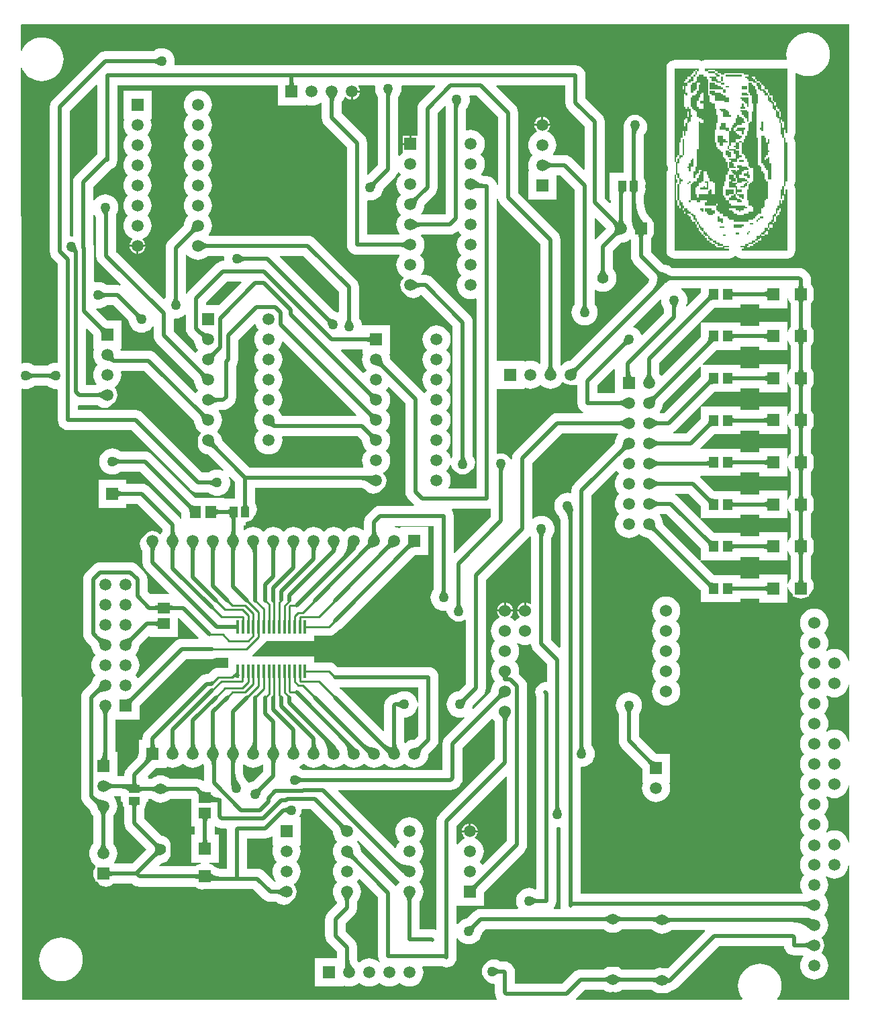
<source format=gtl>
%FSLAX25Y25*%
%MOIN*%
G70*
G01*
G75*
G04 Layer_Physical_Order=1*
G04 Layer_Color=255*
%ADD10C,0.02000*%
%ADD11C,0.01000*%
%ADD12R,0.05906X0.05906*%
%ADD13R,0.04331X0.05512*%
%ADD14R,0.04724X0.05512*%
%ADD15R,0.05512X0.04331*%
%ADD16R,0.05906X0.05906*%
%ADD17R,0.05906X0.05512*%
%ADD18R,0.05512X0.05906*%
%ADD19R,0.01400X0.06600*%
%ADD20C,0.05906*%
%ADD21C,0.05512*%
%ADD22C,0.05906*%
%ADD23C,0.05900*%
%ADD24C,0.06000*%
%ADD25C,0.05000*%
G36*
X354638Y286772D02*
X355141Y285556D01*
X355847Y284637D01*
Y273415D01*
X355141Y272496D01*
X354638Y271280D01*
X354562Y270704D01*
X354063Y270737D01*
Y275546D01*
X340158D01*
Y273585D01*
X330906D01*
Y275298D01*
X311134D01*
X310942Y275760D01*
X317833Y282650D01*
X330906D01*
Y284363D01*
X340158D01*
Y282505D01*
X354063D01*
Y287315D01*
X354562Y287348D01*
X354638Y286772D01*
D02*
G37*
G36*
X311095Y296123D02*
Y290176D01*
X310904Y289986D01*
X310892Y289976D01*
X310893Y289975D01*
X303961Y283043D01*
X297566D01*
X297469Y283534D01*
X297708Y283632D01*
X298752Y284434D01*
X310633Y296315D01*
X311095Y296123D01*
D02*
G37*
G36*
X162060Y411560D02*
Y411440D01*
X161191Y410381D01*
X160545Y409174D01*
X160148Y407863D01*
X160014Y406500D01*
X160148Y405137D01*
X160545Y403826D01*
X161191Y402619D01*
X162060Y401560D01*
Y401440D01*
X161191Y400381D01*
X160545Y399174D01*
X160148Y397863D01*
X160014Y396500D01*
X160148Y395137D01*
X160545Y393826D01*
X161191Y392619D01*
X162060Y391560D01*
Y391440D01*
X161191Y390381D01*
X160545Y389174D01*
X160148Y387863D01*
X160014Y386500D01*
X160148Y385137D01*
X160545Y383826D01*
X161191Y382619D01*
X161703Y381995D01*
X161489Y381543D01*
X145543D01*
Y398240D01*
X145914Y398576D01*
X147000Y398469D01*
X148274Y398594D01*
X149499Y398966D01*
X150629Y399569D01*
X151618Y400382D01*
X152431Y401371D01*
X153034Y402500D01*
X153406Y403726D01*
X153466Y404334D01*
X159566Y410434D01*
X160368Y411478D01*
X160740Y412377D01*
X160925Y412477D01*
X161266Y412527D01*
X162060Y411560D01*
D02*
G37*
G36*
X101047Y445547D02*
X114953D01*
Y445739D01*
X115354Y446037D01*
X116637Y445648D01*
X118000Y445514D01*
X119363Y445648D01*
X120674Y446045D01*
X121881Y446691D01*
X122505Y447203D01*
X122957Y446989D01*
Y439500D01*
X122957Y439500D01*
X122957D01*
X123129Y438195D01*
X123633Y436978D01*
X124434Y435934D01*
X135457Y424911D01*
Y376500D01*
X135629Y375195D01*
X136133Y373978D01*
X136934Y372934D01*
X137978Y372132D01*
X139195Y371629D01*
X140500Y371457D01*
X161489D01*
X161703Y371005D01*
X161191Y370381D01*
X160545Y369174D01*
X160148Y367863D01*
X160014Y366500D01*
X160148Y365137D01*
X160545Y363826D01*
X161191Y362619D01*
X162060Y361560D01*
X163119Y360691D01*
X163395Y360543D01*
X163434Y360066D01*
X162633Y359022D01*
X162129Y357805D01*
X161957Y356500D01*
X162129Y355195D01*
X162633Y353978D01*
X163434Y352934D01*
X164215Y352334D01*
X164815Y351553D01*
X165859Y350752D01*
X167076Y350248D01*
X168381Y350076D01*
X169686Y350248D01*
X170902Y350752D01*
X171821Y351457D01*
X172411D01*
X187957Y335911D01*
Y271584D01*
X187572Y271082D01*
X187367Y270587D01*
X186872Y270660D01*
X186852Y270863D01*
X186455Y272174D01*
X185809Y273381D01*
X184940Y274440D01*
Y274560D01*
X185809Y275619D01*
X186455Y276826D01*
X186852Y278137D01*
X186986Y279500D01*
X186852Y280863D01*
X186455Y282174D01*
X185809Y283381D01*
X184940Y284440D01*
Y284560D01*
X185809Y285619D01*
X186455Y286826D01*
X186852Y288137D01*
X186986Y289500D01*
X186852Y290863D01*
X186455Y292174D01*
X185809Y293381D01*
X184940Y294440D01*
Y294560D01*
X185809Y295619D01*
X186455Y296826D01*
X186852Y298137D01*
X186986Y299500D01*
X186852Y300863D01*
X186455Y302174D01*
X185809Y303381D01*
X184940Y304440D01*
Y304560D01*
X185809Y305619D01*
X186455Y306826D01*
X186852Y308137D01*
X186986Y309500D01*
X186852Y310863D01*
X186455Y312174D01*
X185809Y313381D01*
X184940Y314440D01*
Y314560D01*
X185809Y315619D01*
X186455Y316826D01*
X186852Y318137D01*
X186986Y319500D01*
X186852Y320863D01*
X186455Y322174D01*
X185809Y323381D01*
X184940Y324440D01*
Y324560D01*
X185809Y325619D01*
X186455Y326826D01*
X186852Y328137D01*
X186986Y329500D01*
X186852Y330863D01*
X186455Y332174D01*
X185809Y333381D01*
X184940Y334440D01*
X183881Y335309D01*
X182674Y335955D01*
X181363Y336352D01*
X180000Y336486D01*
X178637Y336352D01*
X177326Y335955D01*
X176119Y335309D01*
X175060Y334440D01*
X174191Y333381D01*
X173545Y332174D01*
X173148Y330863D01*
X173014Y329500D01*
X173148Y328137D01*
X173545Y326826D01*
X174191Y325619D01*
X175060Y324560D01*
Y324440D01*
X174191Y323381D01*
X173545Y322174D01*
X173148Y320863D01*
X173014Y319500D01*
X173148Y318137D01*
X173545Y316826D01*
X174191Y315619D01*
X175060Y314560D01*
Y314440D01*
X174191Y313381D01*
X173545Y312174D01*
X173148Y310863D01*
X173014Y309500D01*
X173148Y308137D01*
X173545Y306826D01*
X174191Y305619D01*
X175060Y304560D01*
Y304440D01*
X174191Y303381D01*
X174005Y303033D01*
X173506Y302992D01*
X173066Y303566D01*
X156975Y319657D01*
X156958Y319787D01*
X156852Y320863D01*
X156463Y322146D01*
X156761Y322547D01*
X156953D01*
Y336453D01*
X143047D01*
Y336453D01*
X142987D01*
X142906Y337274D01*
X142534Y338499D01*
X141931Y339629D01*
X141543Y340101D01*
Y355500D01*
X141371Y356805D01*
X140867Y358022D01*
X140066Y359066D01*
X119566Y379566D01*
X118522Y380367D01*
X117305Y380871D01*
X116000Y381043D01*
X67011D01*
X66797Y381495D01*
X67309Y382119D01*
X67955Y383326D01*
X68352Y384637D01*
X68486Y386000D01*
X68352Y387363D01*
X67955Y388674D01*
X67309Y389881D01*
X66440Y390940D01*
Y391060D01*
X67309Y392119D01*
X67955Y393326D01*
X68352Y394637D01*
X68486Y396000D01*
X68352Y397363D01*
X67955Y398674D01*
X67309Y399881D01*
X66440Y400940D01*
Y401060D01*
X67309Y402119D01*
X67955Y403326D01*
X68352Y404637D01*
X68486Y406000D01*
X68352Y407363D01*
X67955Y408674D01*
X67309Y409881D01*
X66440Y410940D01*
Y411060D01*
X67309Y412119D01*
X67955Y413326D01*
X68352Y414637D01*
X68486Y416000D01*
X68352Y417363D01*
X67955Y418674D01*
X67309Y419881D01*
X66440Y420940D01*
Y421060D01*
X67309Y422119D01*
X67955Y423326D01*
X68352Y424637D01*
X68486Y426000D01*
X68352Y427363D01*
X67955Y428674D01*
X67309Y429881D01*
X66440Y430940D01*
Y431060D01*
X67309Y432119D01*
X67955Y433326D01*
X68352Y434637D01*
X68486Y436000D01*
X68352Y437363D01*
X67955Y438674D01*
X67309Y439881D01*
X66440Y440940D01*
Y441060D01*
X67309Y442119D01*
X67955Y443326D01*
X68352Y444637D01*
X68486Y446000D01*
X68352Y447363D01*
X67955Y448674D01*
X67309Y449881D01*
X66440Y450940D01*
X65381Y451809D01*
X64174Y452455D01*
X62863Y452852D01*
X61500Y452986D01*
X60137Y452852D01*
X58826Y452455D01*
X57619Y451809D01*
X56560Y450940D01*
X55691Y449881D01*
X55045Y448674D01*
X54648Y447363D01*
X54514Y446000D01*
X54648Y444637D01*
X55045Y443326D01*
X55691Y442119D01*
X56560Y441060D01*
Y440940D01*
X55691Y439881D01*
X55045Y438674D01*
X54648Y437363D01*
X54514Y436000D01*
X54648Y434637D01*
X55045Y433326D01*
X55691Y432119D01*
X56560Y431060D01*
Y430940D01*
X55691Y429881D01*
X55045Y428674D01*
X54648Y427363D01*
X54514Y426000D01*
X54648Y424637D01*
X55045Y423326D01*
X55691Y422119D01*
X56560Y421060D01*
Y420940D01*
X55691Y419881D01*
X55045Y418674D01*
X54648Y417363D01*
X54514Y416000D01*
X54648Y414637D01*
X55045Y413326D01*
X55691Y412119D01*
X56560Y411060D01*
Y410940D01*
X55691Y409881D01*
X55045Y408674D01*
X54648Y407363D01*
X54514Y406000D01*
X54648Y404637D01*
X55045Y403326D01*
X55691Y402119D01*
X56560Y401060D01*
Y400940D01*
X55691Y399881D01*
X55045Y398674D01*
X54648Y397363D01*
X54514Y396000D01*
X54648Y394637D01*
X55045Y393326D01*
X55691Y392119D01*
X56560Y391060D01*
Y390940D01*
X55691Y389881D01*
X55045Y388674D01*
X54648Y387363D01*
X54542Y386286D01*
X54525Y386157D01*
X46934Y378566D01*
X46132Y377522D01*
X45629Y376305D01*
X45457Y375000D01*
Y350601D01*
X45069Y350129D01*
X44896Y349804D01*
X44401Y349731D01*
X21043Y373089D01*
Y390172D01*
X21050D01*
X21043Y390241D01*
Y391582D01*
X21534Y392500D01*
X21906Y393726D01*
X22031Y395000D01*
X21906Y396274D01*
X21534Y397499D01*
X20931Y398629D01*
X20118Y399618D01*
X19129Y400431D01*
X18000Y401034D01*
X16774Y401406D01*
X15500Y401531D01*
X14226Y401406D01*
X13001Y401034D01*
X11871Y400431D01*
X10882Y399618D01*
X10069Y398629D01*
X10028Y398552D01*
X9543Y398673D01*
Y405411D01*
X17754Y413622D01*
X17805Y413629D01*
X19022Y414132D01*
X20066Y414934D01*
X20867Y415978D01*
X21371Y417195D01*
X21543Y418500D01*
Y419500D01*
Y455457D01*
X101047D01*
Y445547D01*
D02*
G37*
G36*
X140363Y292005D02*
X140172Y291543D01*
X103146D01*
X102955Y292174D01*
X102309Y293381D01*
X101440Y294440D01*
Y294560D01*
X102309Y295619D01*
X102955Y296826D01*
X103352Y298137D01*
X103486Y299500D01*
X103352Y300863D01*
X102955Y302174D01*
X102309Y303381D01*
X101440Y304440D01*
Y304560D01*
X102309Y305619D01*
X102955Y306826D01*
X103352Y308137D01*
X103486Y309500D01*
X103352Y310863D01*
X102955Y312174D01*
X102309Y313381D01*
X101440Y314440D01*
Y314560D01*
X102309Y315619D01*
X102955Y316826D01*
X103352Y318137D01*
X103486Y319500D01*
X103352Y320863D01*
X102955Y322174D01*
X102309Y323381D01*
X101440Y324440D01*
Y324560D01*
X102309Y325619D01*
X102955Y326826D01*
X103352Y328137D01*
X103374Y328355D01*
X103844Y328523D01*
X140363Y292005D01*
D02*
G37*
G36*
X268547Y314762D02*
Y303043D01*
X260043D01*
Y306911D01*
X268085Y314953D01*
X268547Y314762D01*
D02*
G37*
G36*
X184396Y445196D02*
X184457Y445082D01*
Y443741D01*
X184450Y443672D01*
X184457D01*
Y391589D01*
X184411Y391543D01*
X172511D01*
X172297Y391995D01*
X172809Y392619D01*
X173455Y393826D01*
X173852Y395137D01*
X173958Y396214D01*
X173975Y396343D01*
X179066Y401434D01*
X179867Y402478D01*
X180371Y403695D01*
X180543Y405000D01*
X180543Y405000D01*
Y441911D01*
X183901Y445269D01*
X184396Y445196D01*
D02*
G37*
G36*
X311095Y315809D02*
Y311041D01*
X310904Y310851D01*
X310892Y310840D01*
X310893Y310839D01*
X293097Y293043D01*
X291011D01*
X290797Y293495D01*
X291309Y294119D01*
X291955Y295326D01*
X292352Y296637D01*
X292458Y297713D01*
X292475Y297843D01*
X310633Y316001D01*
X311095Y315809D01*
D02*
G37*
G36*
X59525Y289343D02*
X59542Y289213D01*
X59648Y288137D01*
X60045Y286826D01*
X60691Y285619D01*
X61560Y284560D01*
X62619Y283691D01*
X62895Y283543D01*
X62934Y283066D01*
X62133Y282022D01*
X61629Y280805D01*
X61457Y279500D01*
X61585Y278524D01*
X61457Y277547D01*
X61629Y276242D01*
X62133Y275026D01*
X62934Y273981D01*
X63978Y273180D01*
X65195Y272676D01*
X66343Y272525D01*
X74087Y264781D01*
X73789Y264380D01*
X73500Y264534D01*
X72274Y264906D01*
X71000Y265031D01*
X69726Y264906D01*
X68501Y264534D01*
X67371Y263931D01*
X66899Y263543D01*
X63589D01*
X34066Y293066D01*
X33022Y293867D01*
X31805Y294371D01*
X30500Y294543D01*
X2043D01*
Y296638D01*
X2419Y296968D01*
X2500Y296957D01*
X11679D01*
X12598Y296252D01*
X13814Y295748D01*
X15119Y295576D01*
X16424Y295748D01*
X17641Y296252D01*
X18685Y297053D01*
X19285Y297834D01*
X20066Y298434D01*
X20867Y299478D01*
X21371Y300695D01*
X21543Y302000D01*
X21371Y303305D01*
X20867Y304522D01*
X20066Y305566D01*
X20105Y306043D01*
X20381Y306191D01*
X21440Y307060D01*
X22309Y308119D01*
X22955Y309326D01*
X23352Y310637D01*
X23486Y312000D01*
X23352Y313363D01*
X23294Y313555D01*
X23592Y313957D01*
X34911D01*
X59525Y289343D01*
D02*
G37*
G36*
X89934Y337195D02*
X90045Y336826D01*
X90691Y335619D01*
X91560Y334560D01*
Y334440D01*
X90691Y333381D01*
X90045Y332174D01*
X89648Y330863D01*
X89514Y329500D01*
X89648Y328137D01*
X90045Y326826D01*
X90691Y325619D01*
X91560Y324560D01*
Y324440D01*
X90691Y323381D01*
X90045Y322174D01*
X89648Y320863D01*
X89514Y319500D01*
X89648Y318137D01*
X90045Y316826D01*
X90691Y315619D01*
X91560Y314560D01*
Y314440D01*
X90691Y313381D01*
X90045Y312174D01*
X89648Y310863D01*
X89514Y309500D01*
X89648Y308137D01*
X90045Y306826D01*
X90691Y305619D01*
X91560Y304560D01*
Y304440D01*
X90691Y303381D01*
X90045Y302174D01*
X89648Y300863D01*
X89514Y299500D01*
X89648Y298137D01*
X90045Y296826D01*
X90691Y295619D01*
X91560Y294560D01*
Y294440D01*
X90691Y293381D01*
X90045Y292174D01*
X89648Y290863D01*
X89514Y289500D01*
X89648Y288137D01*
X90045Y286826D01*
X90691Y285619D01*
X91560Y284560D01*
Y284440D01*
X90691Y283381D01*
X90045Y282174D01*
X89648Y280863D01*
X89514Y279500D01*
X89648Y278137D01*
X90045Y276826D01*
X90691Y275619D01*
X91560Y274560D01*
X92619Y273691D01*
X93826Y273045D01*
X95137Y272648D01*
X96500Y272514D01*
X97863Y272648D01*
X99174Y273045D01*
X100381Y273691D01*
X101440Y274560D01*
X102309Y275619D01*
X102955Y276826D01*
X103352Y278137D01*
X103486Y279500D01*
X103352Y280863D01*
X103294Y281055D01*
X103592Y281457D01*
X140911D01*
X143025Y279343D01*
X143042Y279214D01*
X143148Y278137D01*
X143545Y276826D01*
X144191Y275619D01*
X145060Y274560D01*
Y274440D01*
X144191Y273381D01*
X143545Y272174D01*
X143148Y270863D01*
X143014Y269500D01*
X143148Y268137D01*
X143545Y266826D01*
X143710Y266519D01*
X143453Y266090D01*
X141591D01*
X141550Y266094D01*
Y266090D01*
X87042D01*
X73475Y279657D01*
X73324Y280805D01*
X72820Y282022D01*
X72019Y283066D01*
X71098Y283772D01*
X71090Y284273D01*
X71440Y284560D01*
X72309Y285619D01*
X72955Y286826D01*
X73352Y288137D01*
X73486Y289500D01*
X73352Y290863D01*
X72955Y292174D01*
X72309Y293381D01*
X71797Y294005D01*
X72011Y294457D01*
X74000D01*
X75305Y294629D01*
X76522Y295132D01*
X77566Y295934D01*
X78966Y297334D01*
X79768Y298378D01*
X80271Y299595D01*
X80443Y300900D01*
Y316534D01*
X80820Y317026D01*
X81177Y317886D01*
X81324Y318242D01*
X81496Y319547D01*
Y329364D01*
X89449Y337316D01*
X89934Y337195D01*
D02*
G37*
G36*
X310893Y247109D02*
X310892Y247108D01*
X310904Y247097D01*
X311095Y246907D01*
Y240960D01*
X310633Y240769D01*
X299835Y251566D01*
X298791Y252367D01*
X298552Y252467D01*
X298650Y252957D01*
X305045D01*
X310893Y247109D01*
D02*
G37*
G36*
X354638Y245043D02*
X355141Y243827D01*
X355847Y242908D01*
Y231686D01*
X355141Y230767D01*
X354638Y229551D01*
X354562Y228975D01*
X354063Y229008D01*
Y233817D01*
X340158D01*
Y231856D01*
X330906D01*
Y233569D01*
X317833D01*
X310942Y240459D01*
X311134Y240921D01*
X330906D01*
Y242634D01*
X340158D01*
Y240776D01*
X354063D01*
Y245586D01*
X354562Y245619D01*
X354638Y245043D01*
D02*
G37*
G36*
Y224179D02*
X355141Y222962D01*
X355847Y222043D01*
Y210821D01*
X355141Y209902D01*
X354638Y208686D01*
X354562Y208110D01*
X354063Y208143D01*
Y212953D01*
X340158D01*
Y210991D01*
X330906D01*
Y212704D01*
X317833D01*
X310942Y219595D01*
X311134Y220057D01*
X330906D01*
Y221769D01*
X340158D01*
Y219912D01*
X354063D01*
Y224722D01*
X354562Y224754D01*
X354638Y224179D01*
D02*
G37*
G36*
X206957Y245449D02*
Y241589D01*
X189005Y223637D01*
X188543Y223829D01*
Y242000D01*
X188371Y243305D01*
X187867Y244522D01*
X187500Y245000D01*
X187494Y245008D01*
X187715Y245457D01*
X205000D01*
X206305Y245629D01*
X206541Y245726D01*
X206957Y245449D01*
D02*
G37*
G36*
X270203Y282505D02*
X269691Y281881D01*
X269045Y280674D01*
X268648Y279363D01*
X268542Y278287D01*
X268525Y278157D01*
X248434Y258066D01*
X247633Y257022D01*
X247129Y255805D01*
X246957Y254500D01*
Y253619D01*
X246555Y253321D01*
X246274Y253406D01*
X245000Y253531D01*
X243726Y253406D01*
X242500Y253034D01*
X241371Y252431D01*
X240382Y251618D01*
X239569Y250629D01*
X238966Y249500D01*
X238594Y248274D01*
X238469Y247000D01*
X238594Y245726D01*
X238966Y244500D01*
X239569Y243371D01*
X240157Y242655D01*
X240373Y242373D01*
X240382Y242382D01*
X240426Y242345D01*
X240983Y241620D01*
X241355Y240721D01*
X241457Y239947D01*
Y176829D01*
X240995Y176637D01*
X237043Y180589D01*
Y231399D01*
X237431Y231871D01*
X238034Y233000D01*
X238406Y234226D01*
X238531Y235500D01*
X238406Y236774D01*
X238034Y238000D01*
X237431Y239129D01*
X236618Y240118D01*
X235629Y240931D01*
X234500Y241534D01*
X233274Y241906D01*
X232000Y242031D01*
X230726Y241906D01*
X229501Y241534D01*
X228371Y240931D01*
X227995Y240622D01*
X227543Y240836D01*
Y268411D01*
X242089Y282957D01*
X269989D01*
X270203Y282505D01*
D02*
G37*
G36*
X190887Y383187D02*
X191191Y382619D01*
X192060Y381560D01*
Y381440D01*
X191191Y380381D01*
X190545Y379174D01*
X190148Y377863D01*
X190014Y376500D01*
X190148Y375137D01*
X190545Y373826D01*
X191191Y372619D01*
X192060Y371560D01*
Y371440D01*
X191191Y370381D01*
X190545Y369174D01*
X190148Y367863D01*
X190014Y366500D01*
X190148Y365137D01*
X190545Y363826D01*
X191191Y362619D01*
X192060Y361560D01*
Y361440D01*
X191191Y360381D01*
X190545Y359174D01*
X190148Y357863D01*
X190014Y356500D01*
X190148Y355137D01*
X190545Y353826D01*
X191191Y352619D01*
X192060Y351560D01*
X193119Y350691D01*
X194326Y350045D01*
X195637Y349648D01*
X197000Y349514D01*
X198363Y349648D01*
X199555Y350009D01*
X199957Y349712D01*
Y255543D01*
X186255D01*
X185998Y255972D01*
X186455Y256826D01*
X186852Y258137D01*
X186986Y259500D01*
X186852Y260863D01*
X186455Y262174D01*
X185809Y263381D01*
X184940Y264440D01*
Y264560D01*
X185809Y265619D01*
X186455Y266826D01*
X186565Y267189D01*
X186919Y267236D01*
X187073Y267243D01*
X187572Y266039D01*
X188373Y264995D01*
X188973Y264534D01*
X189434Y263934D01*
X190478Y263133D01*
X191695Y262629D01*
X193000Y262457D01*
X194305Y262629D01*
X195522Y263133D01*
X196566Y263934D01*
X197027Y264534D01*
X197627Y264995D01*
X198428Y266039D01*
X198932Y267255D01*
X199104Y268561D01*
X198932Y269866D01*
X198428Y271082D01*
X198043Y271584D01*
Y338000D01*
X197871Y339305D01*
X197368Y340522D01*
X196566Y341566D01*
X178066Y360066D01*
X177022Y360868D01*
X175805Y361371D01*
X174500Y361543D01*
X172511D01*
X172297Y361995D01*
X172809Y362619D01*
X173455Y363826D01*
X173852Y365137D01*
X173986Y366500D01*
X173852Y367863D01*
X173455Y369174D01*
X172809Y370381D01*
X171940Y371440D01*
Y371560D01*
X172809Y372619D01*
X173455Y373826D01*
X173852Y375137D01*
X173986Y376500D01*
X173852Y377863D01*
X173455Y379174D01*
X172809Y380381D01*
X172297Y381005D01*
X172511Y381457D01*
X186500D01*
X187805Y381629D01*
X189022Y382133D01*
X190066Y382934D01*
X190393Y383260D01*
X190887Y383187D01*
D02*
G37*
G36*
X164457Y297911D02*
Y254000D01*
X164457Y254000D01*
X164457D01*
X164629Y252695D01*
X165132Y251478D01*
X165934Y250434D01*
X168863Y247505D01*
X168672Y247043D01*
X152000D01*
X150695Y246871D01*
X149478Y246368D01*
X148434Y245566D01*
X145434Y242566D01*
X144632Y241522D01*
X144129Y240305D01*
X143957Y239000D01*
Y235011D01*
X143505Y234797D01*
X142881Y235309D01*
X141674Y235955D01*
X140363Y236352D01*
X139000Y236486D01*
X137637Y236352D01*
X136326Y235955D01*
X135119Y235309D01*
X134060Y234440D01*
X133940D01*
X132881Y235309D01*
X131674Y235955D01*
X130363Y236352D01*
X129000Y236486D01*
X127637Y236352D01*
X126326Y235955D01*
X125119Y235309D01*
X124060Y234440D01*
X123940D01*
X122881Y235309D01*
X121674Y235955D01*
X120363Y236352D01*
X119000Y236486D01*
X117637Y236352D01*
X116326Y235955D01*
X115119Y235309D01*
X114060Y234440D01*
X113940D01*
X112881Y235309D01*
X111674Y235955D01*
X110363Y236352D01*
X109000Y236486D01*
X107637Y236352D01*
X106326Y235955D01*
X105119Y235309D01*
X104060Y234440D01*
X103940D01*
X102881Y235309D01*
X101674Y235955D01*
X100363Y236352D01*
X99000Y236486D01*
X97637Y236352D01*
X96326Y235955D01*
X95119Y235309D01*
X94060Y234440D01*
X93940D01*
X92881Y235309D01*
X91674Y235955D01*
X90363Y236352D01*
X89000Y236486D01*
X87637Y236352D01*
X86326Y235955D01*
X85119Y235309D01*
X84542Y234836D01*
X84090Y235050D01*
Y237244D01*
X85212D01*
Y238991D01*
X86258Y239129D01*
X87474Y239633D01*
X88519Y240434D01*
X89320Y241478D01*
X89627Y242219D01*
X90144Y242893D01*
X90648Y244109D01*
X90820Y245415D01*
X90648Y246720D01*
X90144Y247936D01*
X89996Y248130D01*
Y256004D01*
X141823D01*
X142842Y255870D01*
X144045Y255371D01*
X145050Y254600D01*
X145053Y254553D01*
Y254553D01*
X146098Y253752D01*
X147314Y253248D01*
X148619Y253076D01*
X149925Y253248D01*
X151141Y253752D01*
X152185Y254553D01*
X152785Y255334D01*
X153566Y255934D01*
X153580Y255953D01*
X153600Y255967D01*
X154401Y257012D01*
X154905Y258228D01*
X155077Y259533D01*
X154905Y260839D01*
X154401Y262055D01*
X153600Y263099D01*
X153604Y263104D01*
Y263104D01*
X153649Y263567D01*
X153881Y263691D01*
X154940Y264560D01*
X155809Y265619D01*
X156455Y266826D01*
X156852Y268137D01*
X156986Y269500D01*
X156852Y270863D01*
X156455Y272174D01*
X155809Y273381D01*
X154940Y274440D01*
Y274560D01*
X155809Y275619D01*
X156455Y276826D01*
X156852Y278137D01*
X156986Y279500D01*
X156852Y280863D01*
X156455Y282174D01*
X155809Y283381D01*
X154940Y284440D01*
Y284560D01*
X155809Y285619D01*
X156455Y286826D01*
X156852Y288137D01*
X156986Y289500D01*
X156852Y290863D01*
X156455Y292174D01*
X155809Y293381D01*
X154940Y294440D01*
Y294560D01*
X155809Y295619D01*
X156455Y296826D01*
X156852Y298137D01*
X156986Y299500D01*
X156852Y300863D01*
X156455Y302174D01*
X155809Y303381D01*
X154940Y304440D01*
Y304560D01*
X155809Y305619D01*
X155939Y305861D01*
X156433Y305935D01*
X164457Y297911D01*
D02*
G37*
G36*
X210457Y439911D02*
Y406180D01*
X209958Y406147D01*
X209871Y406805D01*
X209367Y408022D01*
X208566Y409066D01*
X207522Y409867D01*
X206305Y410371D01*
X205000Y410543D01*
X203979D01*
X203325Y410629D01*
X202576Y410940D01*
X202159Y411260D01*
X202101Y411757D01*
X202809Y412619D01*
X203455Y413826D01*
X203852Y415137D01*
X203986Y416500D01*
X203852Y417863D01*
X203455Y419174D01*
X202809Y420381D01*
X201940Y421440D01*
Y421560D01*
X202809Y422619D01*
X203455Y423826D01*
X203852Y425137D01*
X203986Y426500D01*
X203852Y427863D01*
X203455Y429174D01*
X202809Y430381D01*
X201940Y431440D01*
X200881Y432309D01*
X199674Y432955D01*
X198363Y433352D01*
X197000Y433486D01*
X195637Y433352D01*
X194945Y433142D01*
X194543Y433440D01*
Y443710D01*
X194599Y443846D01*
X194627Y443873D01*
X194627Y443873D01*
X194843Y444156D01*
X195431Y444871D01*
X196034Y446000D01*
X196406Y447226D01*
X196531Y448500D01*
X196406Y449774D01*
X196321Y450055D01*
X196619Y450457D01*
X199911D01*
X210457Y439911D01*
D02*
G37*
G36*
X354638Y265908D02*
X355141Y264691D01*
X355847Y263772D01*
Y252551D01*
X355141Y251632D01*
X354638Y250415D01*
X354562Y249839D01*
X354063Y249872D01*
Y254682D01*
X340158D01*
Y252720D01*
X330906D01*
Y254433D01*
X317833D01*
X310942Y261324D01*
X311134Y261786D01*
X330906D01*
Y263499D01*
X340158D01*
Y261641D01*
X354063D01*
Y266451D01*
X354562Y266483D01*
X354638Y265908D01*
D02*
G37*
G36*
Y349366D02*
X355141Y348150D01*
X355847Y347231D01*
Y336009D01*
X355141Y335090D01*
X354638Y333874D01*
X354562Y333298D01*
X354063Y333330D01*
Y338140D01*
X340158D01*
Y336178D01*
X330906D01*
Y337891D01*
X311134D01*
X310942Y338353D01*
X317833Y345244D01*
X330906D01*
Y346957D01*
X340158D01*
Y345099D01*
X354063D01*
Y349909D01*
X354562Y349942D01*
X354638Y349366D01*
D02*
G37*
G36*
X311095Y352770D02*
X310904Y352580D01*
X310892Y352570D01*
X310893Y352569D01*
X304331Y346006D01*
X303929Y346304D01*
X304034Y346500D01*
X304406Y347726D01*
X304531Y349000D01*
X304406Y350274D01*
X304034Y351500D01*
X303431Y352629D01*
X302618Y353618D01*
X301629Y354431D01*
X301552Y354472D01*
X301673Y354957D01*
X311095D01*
Y352770D01*
D02*
G37*
G36*
X131457Y353411D02*
Y343276D01*
X131028Y343019D01*
X131000Y343034D01*
X129774Y343406D01*
X129166Y343466D01*
X102137Y370495D01*
X102329Y370957D01*
X113911D01*
X131457Y353411D01*
D02*
G37*
G36*
X27034Y338834D02*
X27094Y338226D01*
X27466Y337000D01*
X28069Y335871D01*
X28882Y334882D01*
X29871Y334069D01*
X31001Y333466D01*
X32226Y333094D01*
X33500Y332969D01*
X34774Y333094D01*
X36000Y333466D01*
X37129Y334069D01*
X38118Y334882D01*
X38931Y335871D01*
X38972Y335948D01*
X39457Y335827D01*
Y331500D01*
X39629Y330195D01*
X40132Y328978D01*
X40934Y327934D01*
X59525Y309343D01*
X59542Y309213D01*
X59648Y308137D01*
X60045Y306826D01*
X60691Y305619D01*
X61560Y304560D01*
Y304440D01*
X60691Y303381D01*
X60561Y303139D01*
X60067Y303065D01*
X40566Y322566D01*
X39522Y323368D01*
X38305Y323871D01*
X37000Y324043D01*
X23146D01*
X22963Y324646D01*
X23261Y325047D01*
X23453D01*
Y338953D01*
X16828D01*
X16657Y338975D01*
X11042Y344590D01*
X11256Y345042D01*
X12000Y344969D01*
X13274Y345094D01*
X14500Y345466D01*
X15629Y346069D01*
X16101Y346457D01*
X19411D01*
X27034Y338834D01*
D02*
G37*
G36*
X83163Y357895D02*
X71721Y346453D01*
X65543D01*
Y347911D01*
X75989Y358357D01*
X82972D01*
X83163Y357895D01*
D02*
G37*
G36*
X264368Y384500D02*
X259005Y379137D01*
X258543Y379328D01*
Y389671D01*
X259005Y389863D01*
X264368Y384500D01*
D02*
G37*
G36*
X10069Y391371D02*
X10657Y390655D01*
X10873Y390373D01*
X10873Y390373D01*
X10901Y390346D01*
X10957Y390210D01*
Y371000D01*
X10957Y371000D01*
X10957D01*
X11129Y369695D01*
X11632Y368478D01*
X12434Y367434D01*
X23082Y356786D01*
X22805Y356371D01*
X21500Y356543D01*
X16101D01*
X15629Y356931D01*
X14500Y357534D01*
X13274Y357906D01*
X12000Y358031D01*
X10726Y357906D01*
X10445Y357821D01*
X10043Y358119D01*
Y374657D01*
X9871Y375962D01*
X9543Y376754D01*
Y391327D01*
X10028Y391448D01*
X10069Y391371D01*
D02*
G37*
G36*
X56560Y371060D02*
X57619Y370191D01*
X58826Y369545D01*
X60137Y369148D01*
X61500Y369014D01*
X62863Y369148D01*
X64174Y369545D01*
X65381Y370191D01*
X66217Y370877D01*
X66321Y370957D01*
X74240D01*
X74576Y370586D01*
X74469Y369500D01*
X74536Y368814D01*
X74200Y368443D01*
X73900D01*
X72595Y368271D01*
X71378Y367768D01*
X70334Y366966D01*
X56934Y353566D01*
X56133Y352522D01*
X56033Y352283D01*
X55543Y352380D01*
Y371557D01*
X56014Y371725D01*
X56560Y371060D01*
D02*
G37*
G36*
X11457Y455672D02*
Y421589D01*
X934Y411066D01*
X132Y410022D01*
X-371Y408805D01*
X-543Y407500D01*
Y380796D01*
X-919Y380467D01*
X-1500Y380543D01*
X-1581Y380533D01*
X-1957Y380862D01*
Y442911D01*
X10995Y455863D01*
X11457Y455672D01*
D02*
G37*
G36*
X55457Y341575D02*
Y335000D01*
X55629Y333695D01*
X56133Y332478D01*
X56934Y331434D01*
X59434Y328934D01*
X59434D01*
X59434Y328934D01*
X59434Y328934D01*
Y328934D01*
X59580Y328822D01*
X59648Y328137D01*
X60045Y326826D01*
X60691Y325619D01*
X61560Y324560D01*
Y324440D01*
X60691Y323381D01*
X60561Y323139D01*
X60067Y323065D01*
X49543Y333589D01*
Y339690D01*
X49914Y340026D01*
X50500Y339969D01*
X51774Y340094D01*
X53000Y340466D01*
X54129Y341069D01*
X55005Y341788D01*
X55457Y341575D01*
D02*
G37*
G36*
X243978Y307632D02*
X245195Y307129D01*
X246500Y306957D01*
X247476Y307085D01*
X248453Y306957D01*
X249581Y307105D01*
X249957Y306776D01*
Y298000D01*
X250129Y296695D01*
X250633Y295478D01*
X251434Y294434D01*
X252478Y293633D01*
X252717Y293533D01*
X252620Y293043D01*
X240000D01*
X238695Y292871D01*
X237478Y292368D01*
X236434Y291566D01*
X218934Y274066D01*
X218132Y273022D01*
X217629Y271805D01*
X217457Y270500D01*
Y270201D01*
X216983Y270040D01*
X216627Y270505D01*
X216026Y270966D01*
X215566Y271566D01*
X214522Y272368D01*
X213305Y272871D01*
X212000Y273043D01*
X210695Y272871D01*
X210459Y272774D01*
X210043Y273051D01*
Y305047D01*
X223453D01*
Y305239D01*
X223854Y305537D01*
X225137Y305148D01*
X226500Y305014D01*
X227863Y305148D01*
X229174Y305545D01*
X230381Y306191D01*
X231440Y307060D01*
X231560D01*
X232619Y306191D01*
X233826Y305545D01*
X235137Y305148D01*
X236500Y305014D01*
X237863Y305148D01*
X239174Y305545D01*
X240381Y306191D01*
X241440Y307060D01*
X242309Y308119D01*
X242457Y308395D01*
X242934Y308434D01*
X243978Y307632D01*
D02*
G37*
G36*
X9525Y331843D02*
X9547Y331672D01*
Y325047D01*
X9739D01*
X10037Y324646D01*
X9648Y323363D01*
X9514Y322000D01*
X9648Y320637D01*
X10045Y319326D01*
X10691Y318119D01*
X11560Y317060D01*
Y316940D01*
X10691Y315881D01*
X10045Y314674D01*
X9648Y313363D01*
X9514Y312000D01*
X9648Y310637D01*
X10045Y309326D01*
X10691Y308119D01*
X11203Y307495D01*
X10989Y307043D01*
X6043D01*
Y334671D01*
X6505Y334863D01*
X9525Y331843D01*
D02*
G37*
G36*
X354638Y307637D02*
X355141Y306420D01*
X355847Y305502D01*
Y294280D01*
X355141Y293361D01*
X354638Y292144D01*
X354562Y291568D01*
X354063Y291601D01*
Y296411D01*
X340158D01*
Y294449D01*
X330906D01*
Y296162D01*
X311134D01*
X310942Y296624D01*
X317833Y303515D01*
X330906D01*
Y305228D01*
X340158D01*
Y303370D01*
X354063D01*
Y308180D01*
X354562Y308213D01*
X354638Y307637D01*
D02*
G37*
G36*
X-12629Y306069D02*
X-11500Y305466D01*
X-10274Y305094D01*
X-9000Y304969D01*
X-8414Y305026D01*
X-8043Y304691D01*
Y289500D01*
X-7871Y288195D01*
X-7367Y286978D01*
X-6566Y285934D01*
X-5522Y285133D01*
X-4305Y284629D01*
X-3000Y284457D01*
X28411D01*
X57934Y254934D01*
X58978Y254133D01*
X60195Y253629D01*
X61500Y253457D01*
X66899D01*
X67371Y253069D01*
X68501Y252466D01*
X69726Y252094D01*
X71000Y251969D01*
X72274Y252094D01*
X73500Y252466D01*
X74629Y253069D01*
X75618Y253882D01*
X76431Y254871D01*
X77034Y256000D01*
X77406Y257226D01*
X77531Y258500D01*
X77406Y259774D01*
X77034Y260999D01*
X76880Y261289D01*
X77281Y261587D01*
X79910Y258958D01*
Y250756D01*
X74693D01*
Y250953D01*
X60391D01*
X60220Y250975D01*
X38629Y272566D01*
X37585Y273368D01*
X36368Y273871D01*
X35063Y274043D01*
X23101D01*
X22629Y274431D01*
X21499Y275034D01*
X20274Y275406D01*
X19000Y275531D01*
X17726Y275406D01*
X16500Y275034D01*
X15371Y274431D01*
X14382Y273618D01*
X13569Y272629D01*
X12966Y271499D01*
X12594Y270274D01*
X12469Y269000D01*
X12594Y267726D01*
X12966Y266500D01*
X13569Y265371D01*
X14382Y264382D01*
X15371Y263569D01*
X16500Y262966D01*
X17726Y262594D01*
X19000Y262469D01*
X20274Y262594D01*
X21499Y262966D01*
X22629Y263569D01*
X23101Y263957D01*
X32974D01*
X53163Y243767D01*
X53163Y243767D01*
X53161Y243765D01*
X53191Y243740D01*
X53307Y243624D01*
Y240878D01*
X52834Y240717D01*
X52566Y241066D01*
X37066Y256566D01*
X36022Y257367D01*
X34805Y257871D01*
X33500Y258043D01*
X25953D01*
Y259953D01*
X12047D01*
Y246047D01*
X25953D01*
Y247957D01*
X31411D01*
X43957Y235411D01*
Y234321D01*
X43877Y234218D01*
X43191Y233381D01*
X43043Y233105D01*
X42566Y233066D01*
X41522Y233868D01*
X40305Y234371D01*
X39000Y234543D01*
X37695Y234371D01*
X36478Y233868D01*
X35434Y233066D01*
X34834Y232285D01*
X34053Y231685D01*
X33252Y230641D01*
X32748Y229425D01*
X32576Y228119D01*
X32748Y226814D01*
X33252Y225598D01*
X33957Y224679D01*
Y219000D01*
X34129Y217695D01*
X34633Y216478D01*
X35434Y215434D01*
X47213Y203655D01*
X47022Y203193D01*
X37753D01*
X36496Y204450D01*
Y210466D01*
X36324Y211771D01*
X35820Y212987D01*
X35019Y214032D01*
X31532Y217519D01*
X30487Y218320D01*
X29271Y218824D01*
X27966Y218996D01*
X13034D01*
X11729Y218824D01*
X10513Y218320D01*
X9468Y217519D01*
X5981Y214032D01*
X5180Y212987D01*
X4676Y211771D01*
X4504Y210466D01*
Y183453D01*
X4504Y183453D01*
X4504D01*
X4676Y182148D01*
X5180Y180931D01*
X5981Y179887D01*
X8584Y177284D01*
X8648Y176637D01*
X9045Y175326D01*
X9691Y174119D01*
X10560Y173060D01*
Y172940D01*
X9691Y171881D01*
X9045Y170674D01*
X8648Y169363D01*
X8514Y168000D01*
X8648Y166637D01*
X9045Y165326D01*
X9691Y164119D01*
X10560Y163060D01*
Y162940D01*
X9691Y161881D01*
X9045Y160674D01*
X8648Y159363D01*
X8639Y159271D01*
X4981Y155613D01*
X4180Y154569D01*
X3676Y153352D01*
X3504Y152047D01*
Y102953D01*
X3676Y101647D01*
X4180Y100431D01*
X4981Y99387D01*
X7639Y96729D01*
X7648Y96637D01*
X8045Y95326D01*
X8691Y94119D01*
X9377Y93283D01*
X9457Y93179D01*
Y79321D01*
X9377Y79217D01*
X8691Y78381D01*
X8045Y77174D01*
X7648Y75863D01*
X7514Y74500D01*
X7648Y73137D01*
X8045Y71826D01*
X8691Y70619D01*
X9560Y69560D01*
X10619Y68691D01*
X10559Y68453D01*
X10547D01*
Y67562D01*
X10132Y67022D01*
X9629Y65805D01*
X9457Y64500D01*
X9629Y63195D01*
X10132Y61978D01*
X10547Y61438D01*
Y60547D01*
X11438D01*
X11715Y60334D01*
X12315Y59553D01*
X13359Y58752D01*
X14575Y58248D01*
X15881Y58076D01*
X17186Y58248D01*
X18402Y58752D01*
X19321Y59457D01*
X28938D01*
X29868Y58743D01*
X30728Y58386D01*
X31084Y58239D01*
X32390Y58067D01*
X60179D01*
X61098Y57362D01*
X62314Y56858D01*
X63619Y56686D01*
X64925Y56858D01*
X65391Y57051D01*
X66110Y56957D01*
X88911D01*
X93934Y51934D01*
X94978Y51133D01*
X96195Y50629D01*
X97500Y50457D01*
X100679D01*
X101598Y49752D01*
X102814Y49248D01*
X104119Y49076D01*
X105424Y49248D01*
X106641Y49752D01*
X107685Y50553D01*
X108285Y51335D01*
X109066Y51934D01*
X109868Y52978D01*
X110371Y54195D01*
X110543Y55500D01*
X110371Y56805D01*
X109868Y58022D01*
X109066Y59066D01*
X109105Y59543D01*
X109381Y59691D01*
X110440Y60560D01*
X111309Y61619D01*
X111955Y62826D01*
X112352Y64137D01*
X112486Y65500D01*
X112352Y66863D01*
X111955Y68174D01*
X111309Y69381D01*
X110440Y70440D01*
Y70560D01*
X111309Y71619D01*
X111955Y72826D01*
X112352Y74137D01*
X112486Y75500D01*
X112352Y76863D01*
X111963Y78146D01*
X112261Y78547D01*
X112453D01*
Y92453D01*
X112146D01*
X111925Y92901D01*
X112367Y93478D01*
X112871Y94695D01*
X113043Y96000D01*
X113032Y96081D01*
X113362Y96457D01*
X117411D01*
X128525Y85343D01*
X128542Y85214D01*
X128648Y84137D01*
X129045Y82826D01*
X129691Y81619D01*
X130560Y80560D01*
Y80440D01*
X129691Y79381D01*
X129045Y78174D01*
X128648Y76863D01*
X128514Y75500D01*
X128648Y74137D01*
X129045Y72826D01*
X129691Y71619D01*
X130560Y70560D01*
Y70440D01*
X129691Y69381D01*
X129045Y68174D01*
X128648Y66863D01*
X128514Y65500D01*
X128648Y64137D01*
X129045Y62826D01*
X129691Y61619D01*
X130560Y60560D01*
Y60440D01*
X129691Y59381D01*
X129045Y58174D01*
X128648Y56863D01*
X128514Y55500D01*
X128648Y54137D01*
X129045Y52826D01*
X129691Y51619D01*
X130377Y50783D01*
X130457Y50679D01*
Y49729D01*
X126178Y45450D01*
X126178Y45450D01*
X126178Y45450D01*
X125737Y44875D01*
X125377Y44406D01*
X125376Y44406D01*
X125376Y44406D01*
X125128Y43805D01*
X124873Y43190D01*
X124873Y43189D01*
X124873Y43189D01*
X124803Y42658D01*
X124701Y41884D01*
X124701Y41884D01*
X124701Y41884D01*
Y33744D01*
X124701Y33744D01*
X124701Y33744D01*
X124803Y32971D01*
X124873Y32439D01*
X124873Y32439D01*
X124873Y32439D01*
X125128Y31823D01*
X125376Y31222D01*
X125376Y31222D01*
X125377Y31222D01*
X125737Y30753D01*
X126178Y30178D01*
X126178Y30178D01*
X126178Y30178D01*
X130457Y25899D01*
Y22453D01*
X119547D01*
Y8547D01*
X133453D01*
Y8739D01*
X133854Y9037D01*
X135137Y8648D01*
X136500Y8514D01*
X137863Y8648D01*
X139174Y9045D01*
X140381Y9691D01*
X141440Y10560D01*
X141560D01*
X142619Y9691D01*
X143826Y9045D01*
X145137Y8648D01*
X146500Y8514D01*
X147863Y8648D01*
X149174Y9045D01*
X150381Y9691D01*
X151440Y10560D01*
X151560D01*
X152619Y9691D01*
X153826Y9045D01*
X155137Y8648D01*
X156500Y8514D01*
X157863Y8648D01*
X159174Y9045D01*
X160381Y9691D01*
X161440Y10560D01*
X161560D01*
X162619Y9691D01*
X163826Y9045D01*
X165137Y8648D01*
X166500Y8514D01*
X167863Y8648D01*
X169174Y9045D01*
X170381Y9691D01*
X171440Y10560D01*
X172309Y11619D01*
X172955Y12826D01*
X173352Y14137D01*
X173486Y15500D01*
X173352Y16863D01*
X172991Y18055D01*
X173288Y18457D01*
X182903D01*
X183695Y18129D01*
X185000Y17957D01*
X186305Y18129D01*
X187522Y18632D01*
X188566Y19434D01*
X189367Y20478D01*
X189871Y21695D01*
X190043Y23000D01*
Y32327D01*
X190528Y32448D01*
X190569Y32371D01*
X191382Y31382D01*
X192371Y30569D01*
X193500Y29966D01*
X194726Y29594D01*
X196000Y29469D01*
X197274Y29594D01*
X198500Y29966D01*
X199629Y30569D01*
X200618Y31382D01*
X201431Y32371D01*
X202034Y33500D01*
X202406Y34726D01*
X202466Y35334D01*
X204089Y36957D01*
X262996D01*
X263728Y36356D01*
X264902Y35728D01*
X266176Y35342D01*
X267500Y35211D01*
X268824Y35342D01*
X270098Y35728D01*
X271271Y36356D01*
X272004Y36957D01*
X286608D01*
X286904Y36898D01*
X287154Y36730D01*
Y36730D01*
X287154Y36730D01*
X287192Y36692D01*
X287192Y36692D01*
X287444Y36499D01*
X288229Y35855D01*
X289402Y35228D01*
X290676Y34842D01*
X292000Y34711D01*
X293324Y34842D01*
X294598Y35228D01*
X295772Y35855D01*
X296504Y36457D01*
X313172D01*
X313363Y35995D01*
X294831Y17463D01*
X294598Y17560D01*
X293293Y17732D01*
X292143Y17580D01*
X292064Y17613D01*
X290758Y17785D01*
X289453Y17613D01*
X288237Y17109D01*
X288151Y17043D01*
X272001D01*
X271263Y17609D01*
X270047Y18113D01*
X268742Y18285D01*
X267500Y18121D01*
X266258Y18285D01*
X264953Y18113D01*
X263737Y17609D01*
X262999Y17043D01*
X251500D01*
X250195Y16871D01*
X249838Y16724D01*
X248978Y16367D01*
X247934Y15566D01*
X242411Y10043D01*
X219043D01*
Y15500D01*
X218871Y16805D01*
X218368Y18022D01*
X217566Y19066D01*
X217066Y19566D01*
X216022Y20368D01*
X214805Y20871D01*
X213500Y21043D01*
X211584D01*
X211082Y21428D01*
X209866Y21932D01*
X208561Y22104D01*
X207255Y21932D01*
X206039Y21428D01*
X204995Y20627D01*
X204534Y20027D01*
X203934Y19566D01*
X203133Y18522D01*
X202629Y17305D01*
X202457Y16000D01*
X202629Y14695D01*
X203133Y13478D01*
X203934Y12434D01*
X204534Y11973D01*
X204995Y11373D01*
X206039Y10572D01*
X207255Y10068D01*
X208561Y9896D01*
X208581Y9899D01*
X208957Y9569D01*
Y5500D01*
X209129Y4195D01*
X209632Y2978D01*
X210006Y2492D01*
X209785Y2043D01*
X-25895D01*
X-26228Y304963D01*
X-25826Y305262D01*
X-25274Y305094D01*
X-24000Y304969D01*
X-22726Y305094D01*
X-21500Y305466D01*
X-20371Y306069D01*
X-19899Y306457D01*
X-13101D01*
X-12629Y306069D01*
D02*
G37*
G36*
X311095Y337852D02*
Y331069D01*
X311052Y330742D01*
X311052D01*
X311054Y330738D01*
X311017Y330649D01*
X291933Y311565D01*
X291439Y311639D01*
X291309Y311881D01*
X290623Y312718D01*
X290543Y312821D01*
Y317954D01*
X310633Y338044D01*
X311095Y337852D01*
D02*
G37*
G36*
X354638Y328501D02*
X355141Y327285D01*
X355847Y326366D01*
Y315144D01*
X355141Y314225D01*
X354638Y313009D01*
X354562Y312433D01*
X354063Y312466D01*
Y317276D01*
X340158D01*
Y315314D01*
X330906D01*
Y317027D01*
X312312D01*
X312121Y317489D01*
X318142Y323510D01*
X318147Y323506D01*
X318186Y323554D01*
X319012Y324379D01*
X330906D01*
Y326092D01*
X340158D01*
Y324235D01*
X354063D01*
Y329045D01*
X354562Y329077D01*
X354638Y328501D01*
D02*
G37*
G36*
X291487Y349189D02*
X291469Y349000D01*
X291594Y347726D01*
X291966Y346500D01*
X292569Y345371D01*
X292957Y344899D01*
Y342589D01*
X282072Y331704D01*
X281587Y331826D01*
X281534Y331999D01*
X280931Y333129D01*
X280118Y334118D01*
X279129Y334931D01*
X277999Y335534D01*
X277826Y335587D01*
X277704Y336072D01*
X291035Y349403D01*
X291487Y349189D01*
D02*
G37*
G36*
X143047Y322547D02*
X143239D01*
X143537Y322146D01*
X143148Y320863D01*
X143014Y319500D01*
X143148Y318137D01*
X143545Y316826D01*
X144191Y315619D01*
X145060Y314560D01*
Y314440D01*
X144191Y313381D01*
X144061Y313139D01*
X143567Y313065D01*
X132637Y323995D01*
X132828Y324457D01*
X143047D01*
Y322547D01*
D02*
G37*
G36*
X210629Y398695D02*
X211133Y397478D01*
X211934Y396434D01*
X231457Y376911D01*
Y317511D01*
X231005Y317297D01*
X230381Y317809D01*
X229174Y318455D01*
X227863Y318852D01*
X226500Y318986D01*
X225137Y318852D01*
X223854Y318463D01*
X223453Y318761D01*
Y318953D01*
X210043D01*
Y399320D01*
X210542Y399353D01*
X210629Y398695D01*
D02*
G37*
G36*
X310893Y226244D02*
X310892Y226243D01*
X310904Y226233D01*
X311095Y226043D01*
Y220096D01*
X310633Y219904D01*
X292494Y238043D01*
X292489Y238055D01*
Y238055D01*
D01*
D01*
Y238055D01*
X292489D01*
X292489Y238055D01*
D01*
X292458Y238286D01*
X292352Y239363D01*
X291955Y240674D01*
X291309Y241881D01*
X290797Y242505D01*
X291011Y242957D01*
X294180D01*
X310893Y226244D01*
D02*
G37*
G36*
X384957Y108200D02*
Y79800D01*
X384457Y79776D01*
X384399Y80372D01*
X383998Y81692D01*
X383348Y82908D01*
X382474Y83974D01*
X381408Y84848D01*
X380192Y85498D01*
X378872Y85899D01*
X377500Y86034D01*
X376128Y85899D01*
X374808Y85498D01*
X373828Y84974D01*
X373475Y85328D01*
X373998Y86308D01*
X374399Y87628D01*
X374534Y89000D01*
X374399Y90372D01*
X373998Y91692D01*
X373348Y92908D01*
X372474Y93974D01*
Y94026D01*
X373348Y95092D01*
X373998Y96308D01*
X374399Y97628D01*
X374534Y99000D01*
X374399Y100372D01*
X373998Y101692D01*
X373475Y102672D01*
X373828Y103025D01*
X374808Y102501D01*
X376128Y102101D01*
X377500Y101966D01*
X378872Y102101D01*
X380192Y102501D01*
X381408Y103152D01*
X382474Y104026D01*
X383348Y105092D01*
X383998Y106308D01*
X384399Y107628D01*
X384457Y108224D01*
X384957Y108200D01*
D02*
G37*
G36*
X58047Y95681D02*
Y87807D01*
X59957D01*
Y83843D01*
X58047D01*
Y69937D01*
X62857D01*
X62890Y69438D01*
X62314Y69362D01*
X61098Y68858D01*
X60179Y68153D01*
X42439D01*
X42247Y68615D01*
X43383Y69751D01*
X44305Y69873D01*
X45522Y70377D01*
X46566Y71178D01*
X47368Y72223D01*
X47871Y73439D01*
X48043Y74744D01*
X47928Y75622D01*
X48043Y76500D01*
X47928Y77378D01*
X48043Y78256D01*
X47871Y79561D01*
X47368Y80778D01*
X46566Y81822D01*
X45522Y82623D01*
X44305Y83127D01*
X43383Y83249D01*
X35043Y91589D01*
Y97008D01*
X35192Y97202D01*
X35695Y98418D01*
X35867Y99723D01*
X35842Y99911D01*
X36172Y100287D01*
X36756D01*
Y101457D01*
X38496D01*
X39228Y100856D01*
X40402Y100228D01*
X41676Y99842D01*
X43000Y99711D01*
X44324Y99842D01*
X45598Y100228D01*
X46771Y100856D01*
X47504Y101457D01*
X58047D01*
Y95681D01*
D02*
G37*
G36*
X241457Y87240D02*
Y48500D01*
X241599Y47419D01*
X241269Y47043D01*
X238331D01*
X238110Y47492D01*
X238867Y48478D01*
X239371Y49695D01*
X239543Y51000D01*
Y87141D01*
X239914Y87477D01*
X240000Y87469D01*
X241086Y87576D01*
X241457Y87240D01*
D02*
G37*
G36*
X208026Y141326D02*
X208152Y141092D01*
X208848Y140243D01*
X208957Y140102D01*
Y121589D01*
X181434Y94066D01*
X180632Y93022D01*
X180129Y91805D01*
X179957Y90500D01*
Y36844D01*
X179541Y36566D01*
X178805Y36871D01*
X177500Y37043D01*
X171543D01*
Y50679D01*
X171623Y50783D01*
X172309Y51619D01*
X172955Y52826D01*
X173352Y54137D01*
X173486Y55500D01*
X173352Y56863D01*
X172955Y58174D01*
X172309Y59381D01*
X171440Y60440D01*
Y60560D01*
X172309Y61619D01*
X172955Y62826D01*
X173352Y64137D01*
X173486Y65500D01*
X173352Y66863D01*
X172955Y68174D01*
X172309Y69381D01*
X171440Y70440D01*
Y70560D01*
X172309Y71619D01*
X172955Y72826D01*
X173352Y74137D01*
X173486Y75500D01*
X173352Y76863D01*
X172955Y78174D01*
X172309Y79381D01*
X171440Y80440D01*
Y80560D01*
X172309Y81619D01*
X172955Y82826D01*
X173352Y84137D01*
X173486Y85500D01*
X173352Y86863D01*
X172955Y88174D01*
X172309Y89381D01*
X171440Y90440D01*
X170381Y91309D01*
X169174Y91955D01*
X167863Y92352D01*
X166500Y92486D01*
X165137Y92352D01*
X163826Y91955D01*
X162619Y91309D01*
X161560Y90440D01*
X160691Y89381D01*
X160045Y88174D01*
X159648Y86863D01*
X159514Y85500D01*
X159648Y84137D01*
X160045Y82826D01*
X160691Y81619D01*
X161560Y80560D01*
Y80440D01*
X160691Y79381D01*
X160045Y78174D01*
X159798Y77359D01*
X159313Y77237D01*
X131056Y105495D01*
X131247Y105957D01*
X187000D01*
X188305Y106129D01*
X189522Y106632D01*
X190566Y107434D01*
X190566Y107434D01*
X190566Y107434D01*
X191566Y108434D01*
X191566Y108434D01*
X191566Y108434D01*
X192367Y109478D01*
X192724Y110338D01*
X192871Y110695D01*
X193043Y112000D01*
X193043Y112000D01*
X193043Y112000D01*
Y112000D01*
Y126911D01*
X207532Y141400D01*
X208026Y141326D01*
D02*
G37*
G36*
X170957Y147724D02*
Y133089D01*
X168843Y130975D01*
X168713Y130958D01*
X167637Y130852D01*
X166326Y130455D01*
X165119Y129809D01*
X164495Y129297D01*
X164043Y129511D01*
Y141973D01*
X165274Y142094D01*
X166499Y142466D01*
X167629Y143069D01*
X168618Y143882D01*
X169431Y144871D01*
X170034Y146001D01*
X170406Y147226D01*
X170457Y147749D01*
X170957Y147724D01*
D02*
G37*
G36*
X55119Y118191D02*
X56326Y117545D01*
X57637Y117148D01*
X59000Y117014D01*
X60363Y117148D01*
X61674Y117545D01*
X62881Y118191D01*
X63738Y118894D01*
X64232Y118820D01*
X64370Y118614D01*
X64457Y118179D01*
Y110667D01*
X64008Y110446D01*
X63459Y110868D01*
X62242Y111371D01*
X60937Y111543D01*
X47504D01*
X46771Y112144D01*
X45598Y112772D01*
X44324Y113158D01*
X43000Y113289D01*
X41676Y113158D01*
X40402Y112772D01*
X39228Y112144D01*
X38496Y111543D01*
X36756D01*
Y112618D01*
X36756Y112618D01*
X36756D01*
X36608Y112976D01*
X38172Y114540D01*
D01*
Y114540D01*
X38172D01*
X38172Y114540D01*
D01*
X38172Y114540D01*
D01*
D01*
D01*
D01*
D01*
D01*
D01*
Y114540D01*
Y114540D01*
X38172Y114540D01*
X40679Y117047D01*
X45953D01*
Y117239D01*
X46354Y117537D01*
X47637Y117148D01*
X49000Y117014D01*
X50363Y117148D01*
X51674Y117545D01*
X52881Y118191D01*
X53940Y119060D01*
X54060D01*
X55119Y118191D01*
D02*
G37*
G36*
X85119D02*
X86326Y117545D01*
X87637Y117148D01*
X89000Y117014D01*
X90363Y117148D01*
X91674Y117545D01*
X92881Y118191D01*
X93505Y118703D01*
X93957Y118489D01*
Y115089D01*
X89334Y110466D01*
X88726Y110406D01*
X87501Y110034D01*
X86527Y109514D01*
X85931Y110629D01*
X85343Y111345D01*
X85127Y111627D01*
X85118Y111618D01*
X85074Y111655D01*
X84517Y112380D01*
X84145Y113279D01*
X84043Y114053D01*
Y118489D01*
X84495Y118703D01*
X85119Y118191D01*
D02*
G37*
G36*
X149575Y455086D02*
X149469Y454000D01*
X149594Y452726D01*
X149966Y451501D01*
X150569Y450371D01*
X150957Y449899D01*
Y416089D01*
X146334Y411466D01*
X145914Y411424D01*
X145543Y411760D01*
Y427000D01*
X145371Y428305D01*
X144868Y429522D01*
X144066Y430566D01*
X133043Y441589D01*
Y447679D01*
X133123Y447783D01*
X133809Y448619D01*
X134455Y449826D01*
X134470Y449877D01*
X134962Y449966D01*
X135181Y449681D01*
X136007Y449047D01*
X136968Y448649D01*
X137500Y448579D01*
Y452500D01*
X138000D01*
Y453000D01*
X141921D01*
X141851Y453532D01*
X141453Y454493D01*
X141058Y455008D01*
X141279Y455457D01*
X149240D01*
X149575Y455086D01*
D02*
G37*
G36*
X98547Y82854D02*
Y78547D01*
X98739D01*
X99037Y78146D01*
X98648Y76863D01*
X98514Y75500D01*
X98648Y74137D01*
X99045Y72826D01*
X99691Y71619D01*
X100560Y70560D01*
Y70440D01*
X99691Y69381D01*
X99045Y68174D01*
X98648Y66863D01*
X98514Y65500D01*
X98648Y64137D01*
X99045Y62826D01*
X99691Y61619D01*
X100203Y60995D01*
X100046Y60664D01*
X99554Y60579D01*
X94566Y65566D01*
X93522Y66368D01*
X92305Y66871D01*
X91000Y67043D01*
X86043D01*
Y81957D01*
X95000D01*
X96305Y82129D01*
X97522Y82632D01*
X98099Y83075D01*
X98547Y82854D01*
D02*
G37*
G36*
X155193Y67093D02*
X155189Y67089D01*
X155249Y67038D01*
X160352Y61934D01*
X160641Y61713D01*
X160691Y61619D01*
X161560Y60560D01*
Y60440D01*
X160691Y59381D01*
X160190Y58444D01*
X159691Y58403D01*
X159566Y58566D01*
X142475Y75657D01*
X142458Y75787D01*
X142352Y76863D01*
X141955Y78174D01*
X141309Y79381D01*
X140440Y80440D01*
Y80560D01*
X140784Y80979D01*
X141283Y81003D01*
X155193Y67093D01*
D02*
G37*
G36*
X150957Y52911D02*
Y23500D01*
X151129Y22195D01*
X151632Y20978D01*
X151744Y20834D01*
X151384Y20486D01*
X150381Y21309D01*
X149174Y21955D01*
X147863Y22352D01*
X146500Y22486D01*
X145137Y22352D01*
X143826Y21955D01*
X142619Y21309D01*
X141756Y20602D01*
X141260Y20659D01*
X140939Y21076D01*
X140629Y21825D01*
X140543Y22479D01*
Y27988D01*
X140543Y27988D01*
X140543Y27988D01*
X140441Y28762D01*
X140371Y29294D01*
X140371Y29294D01*
X140371Y29294D01*
X140116Y29909D01*
X139867Y30510D01*
X139867Y30510D01*
X139867Y30510D01*
X139507Y30979D01*
X139066Y31554D01*
X139066Y31554D01*
X139066Y31554D01*
X134787Y35833D01*
Y39795D01*
X139066Y44074D01*
X139066Y44074D01*
X139066Y44074D01*
X139507Y44649D01*
X139867Y45118D01*
X139867Y45118D01*
X139867Y45118D01*
X140116Y45719D01*
X140371Y46335D01*
X140371Y46335D01*
X140371Y46335D01*
X140441Y46867D01*
X140543Y47640D01*
X140543Y47640D01*
X140543Y47640D01*
Y50679D01*
X140623Y50783D01*
X141309Y51619D01*
X141955Y52826D01*
X142352Y54137D01*
X142486Y55500D01*
X142352Y56863D01*
X141955Y58174D01*
X141309Y59381D01*
X140440Y60440D01*
Y60560D01*
X141309Y61619D01*
X141439Y61861D01*
X141933Y61935D01*
X150957Y52911D01*
D02*
G37*
G36*
X384957Y68710D02*
Y2043D01*
X349358D01*
X349149Y2497D01*
X349264Y2632D01*
X350153Y4082D01*
X350803Y5652D01*
X351200Y7305D01*
X351333Y9000D01*
X351200Y10695D01*
X350803Y12348D01*
X350153Y13918D01*
X349264Y15368D01*
X348160Y16660D01*
X346868Y17764D01*
X345418Y18653D01*
X343848Y19303D01*
X342195Y19700D01*
X340500Y19833D01*
X338805Y19700D01*
X337152Y19303D01*
X335582Y18653D01*
X334132Y17764D01*
X332840Y16660D01*
X331736Y15368D01*
X330847Y13918D01*
X330197Y12348D01*
X329800Y10695D01*
X329667Y9000D01*
X329800Y7305D01*
X330197Y5652D01*
X330847Y4082D01*
X331736Y2632D01*
X331851Y2497D01*
X331642Y2043D01*
X249328D01*
X249137Y2505D01*
X253589Y6957D01*
X262999D01*
X263737Y6391D01*
X264953Y5887D01*
X266258Y5715D01*
X267500Y5879D01*
X268742Y5715D01*
X270047Y5887D01*
X271263Y6391D01*
X272001Y6957D01*
X286608D01*
X286904Y6898D01*
X287191Y6706D01*
X287192Y6692D01*
Y6692D01*
X288237Y5891D01*
X289453Y5387D01*
X290758Y5215D01*
X292064Y5387D01*
X292143Y5420D01*
X293293Y5268D01*
X294598Y5440D01*
X295814Y5944D01*
X296582Y6533D01*
X297305Y6629D01*
X298522Y7132D01*
X299566Y7934D01*
X320089Y28457D01*
X352528D01*
X352629Y27695D01*
X353133Y26478D01*
X353934Y25434D01*
X354978Y24633D01*
X356195Y24129D01*
X357500Y23957D01*
X361989D01*
X362203Y23505D01*
X361691Y22881D01*
X361045Y21674D01*
X360648Y20363D01*
X360514Y19000D01*
X360648Y17637D01*
X361045Y16326D01*
X361691Y15119D01*
X362560Y14060D01*
X363619Y13191D01*
X364826Y12545D01*
X366137Y12148D01*
X367500Y12014D01*
X368863Y12148D01*
X370174Y12545D01*
X371381Y13191D01*
X372440Y14060D01*
X373309Y15119D01*
X373955Y16326D01*
X374352Y17637D01*
X374486Y19000D01*
X374352Y20363D01*
X373955Y21674D01*
X373309Y22881D01*
X372440Y23940D01*
X371381Y24809D01*
X371105Y24957D01*
X371066Y25434D01*
X371867Y26478D01*
X372371Y27695D01*
X372543Y29000D01*
X372371Y30305D01*
X371867Y31522D01*
X371066Y32566D01*
X371105Y33043D01*
X371381Y33191D01*
X372440Y34060D01*
X373309Y35119D01*
X373955Y36326D01*
X374352Y37637D01*
X374486Y39000D01*
X374352Y40363D01*
X373955Y41674D01*
X373309Y42881D01*
X372440Y43940D01*
X372438Y43942D01*
Y44062D01*
X373307Y45120D01*
X373952Y46327D01*
X374349Y47638D01*
X374484Y49000D01*
X374349Y50362D01*
X373952Y51673D01*
X373307Y52880D01*
X372438Y53938D01*
Y54062D01*
X373307Y55120D01*
X373952Y56327D01*
X374349Y57638D01*
X374484Y59000D01*
X374349Y60362D01*
X373952Y61673D01*
X373353Y62794D01*
X373706Y63147D01*
X374828Y62548D01*
X376138Y62151D01*
X377500Y62016D01*
X378862Y62151D01*
X380172Y62548D01*
X381380Y63193D01*
X382438Y64062D01*
X383307Y65120D01*
X383952Y66328D01*
X384349Y67638D01*
X384457Y68734D01*
X384957Y68710D01*
D02*
G37*
G36*
X23244Y102926D02*
Y100287D01*
X23828D01*
X24158Y99911D01*
X24133Y99723D01*
X24305Y98418D01*
X24809Y97202D01*
X24957Y97008D01*
Y89500D01*
X25129Y88195D01*
X25633Y86978D01*
X26434Y85934D01*
X35868Y76500D01*
X28911Y69543D01*
X20011D01*
X19797Y69995D01*
X20309Y70619D01*
X20955Y71826D01*
X21352Y73137D01*
X21486Y74500D01*
X21352Y75863D01*
X20955Y77174D01*
X20309Y78381D01*
X19623Y79217D01*
X19543Y79321D01*
Y93179D01*
X19623Y93283D01*
X20309Y94119D01*
X20955Y95326D01*
X21352Y96637D01*
X21486Y98000D01*
X21352Y99363D01*
X20955Y100674D01*
X20309Y101881D01*
X19797Y102505D01*
X20011Y102957D01*
X23008D01*
X23244Y102926D01*
D02*
G37*
G36*
X214957Y112671D02*
Y81089D01*
X202933Y69065D01*
X202439Y69139D01*
X202309Y69381D01*
X201440Y70440D01*
Y70560D01*
X202309Y71619D01*
X202955Y72826D01*
X203352Y74137D01*
X203486Y75500D01*
X203352Y76863D01*
X202955Y78174D01*
X202309Y79381D01*
X201440Y80440D01*
X200381Y81309D01*
X199174Y81955D01*
X199123Y81970D01*
X199034Y82462D01*
X199319Y82681D01*
X199953Y83507D01*
X200351Y84468D01*
X200421Y85000D01*
X192579D01*
X192649Y84468D01*
X193047Y83507D01*
X193681Y82681D01*
X193966Y82462D01*
X193877Y81970D01*
X193826Y81955D01*
X192619Y81309D01*
X191560Y80440D01*
X190691Y79381D01*
X190528Y79077D01*
X190043Y79198D01*
Y88411D01*
X214495Y112863D01*
X214957Y112671D01*
D02*
G37*
G36*
X70822Y87633D02*
X71682Y87276D01*
X72038Y87129D01*
X73343Y86957D01*
X75638D01*
X75968Y86581D01*
X75961Y86532D01*
X75957Y86500D01*
Y67043D01*
X72220D01*
X71493Y67139D01*
X70652Y67487D01*
X69949Y68027D01*
X69947Y68057D01*
Y68057D01*
X68902Y68858D01*
X67686Y69362D01*
X67110Y69438D01*
X67143Y69937D01*
X71953D01*
Y83843D01*
X70043D01*
Y87807D01*
X70594D01*
X70822Y87633D01*
D02*
G37*
G36*
X170957Y149276D02*
X170457Y149251D01*
X170406Y149774D01*
X170034Y150999D01*
X169431Y152129D01*
X168618Y153118D01*
X167629Y153931D01*
X166499Y154534D01*
X165274Y154906D01*
X164000Y155031D01*
X162726Y154906D01*
X161501Y154534D01*
X160371Y153931D01*
X159899Y153543D01*
X159500D01*
X158195Y153371D01*
X156978Y152867D01*
X155934Y152066D01*
X155434Y151566D01*
X154632Y150522D01*
X154129Y149305D01*
X153957Y148000D01*
Y135328D01*
X153495Y135137D01*
X133066Y155566D01*
X132022Y156368D01*
X131783Y156466D01*
X131880Y156957D01*
X170957D01*
Y149276D01*
D02*
G37*
G36*
X243957Y447000D02*
X243957Y447000D01*
X243957D01*
X244129Y445695D01*
X244633Y444478D01*
X245434Y443434D01*
X253457Y435411D01*
Y413829D01*
X252995Y413637D01*
X247066Y419566D01*
X246022Y420367D01*
X244805Y420871D01*
X243500Y421043D01*
X238011D01*
X237797Y421495D01*
X238309Y422119D01*
X238955Y423326D01*
X239352Y424637D01*
X239486Y426000D01*
X239352Y427363D01*
X238955Y428674D01*
X238309Y429881D01*
X237440Y430940D01*
X236381Y431809D01*
X235174Y432455D01*
X235123Y432470D01*
X235034Y432962D01*
X235319Y433181D01*
X235953Y434007D01*
X236351Y434968D01*
X236421Y435500D01*
X228579D01*
X228649Y434968D01*
X229047Y434007D01*
X229681Y433181D01*
X229966Y432962D01*
X229877Y432470D01*
X229826Y432455D01*
X228619Y431809D01*
X227560Y430940D01*
X226691Y429881D01*
X226045Y428674D01*
X225648Y427363D01*
X225514Y426000D01*
X225648Y424637D01*
X226045Y423326D01*
X226691Y422119D01*
X227560Y421060D01*
Y420940D01*
X226691Y419881D01*
X226045Y418674D01*
X225648Y417363D01*
X225514Y416000D01*
X225648Y414637D01*
X226037Y413354D01*
X225739Y412953D01*
X225547D01*
Y399047D01*
X239453D01*
Y410957D01*
X241411D01*
X248457Y403911D01*
Y347101D01*
X248069Y346629D01*
X247466Y345499D01*
X247094Y344274D01*
X246969Y343000D01*
X247094Y341726D01*
X247466Y340500D01*
X248069Y339371D01*
X248882Y338382D01*
X249871Y337569D01*
X251000Y336966D01*
X252226Y336594D01*
X253500Y336469D01*
X254774Y336594D01*
X255999Y336966D01*
X257129Y337569D01*
X258118Y338382D01*
X258931Y339371D01*
X259534Y340500D01*
X259906Y341726D01*
X260031Y343000D01*
X259906Y344274D01*
X259534Y345499D01*
X258931Y346629D01*
X258543Y347101D01*
Y353968D01*
X258972Y354225D01*
X259902Y353728D01*
X261176Y353342D01*
X262500Y353211D01*
X263824Y353342D01*
X265098Y353728D01*
X266271Y354356D01*
X267300Y355200D01*
X268144Y356228D01*
X268772Y357402D01*
X269158Y358676D01*
X269289Y360000D01*
X269158Y361324D01*
X268772Y362598D01*
X268144Y363772D01*
X267543Y364504D01*
Y373411D01*
X271657Y377525D01*
X271786Y377542D01*
X272863Y377648D01*
X274174Y378045D01*
X275381Y378691D01*
X276005Y379203D01*
X276457Y378989D01*
Y371000D01*
X276629Y369695D01*
X277133Y368478D01*
X277934Y367434D01*
X285687Y359681D01*
X285591Y358951D01*
X285186Y357974D01*
X284672Y357304D01*
X246343Y318975D01*
X245195Y318824D01*
X243978Y318320D01*
X242934Y317519D01*
X242228Y316598D01*
X241900Y316593D01*
X241543Y316943D01*
Y379000D01*
X241543Y379000D01*
X241543Y379000D01*
Y379000D01*
X241543D01*
X241543Y379000D01*
X241371Y380305D01*
X241224Y380662D01*
X240867Y381522D01*
X240066Y382566D01*
X220543Y402089D01*
Y442000D01*
X220371Y443305D01*
X219867Y444522D01*
X219066Y445566D01*
X209637Y454995D01*
X209828Y455457D01*
X243957D01*
Y447000D01*
D02*
G37*
G36*
X178457Y205601D02*
X178069Y205129D01*
X177466Y203999D01*
X177094Y202774D01*
X176969Y201500D01*
X177094Y200226D01*
X177466Y199001D01*
X178069Y197871D01*
X178882Y196882D01*
X179871Y196069D01*
X181000Y195466D01*
X182226Y195094D01*
X183500Y194969D01*
X184774Y195094D01*
X184900Y195013D01*
X184990Y194334D01*
X185493Y193117D01*
X186295Y192073D01*
X186895Y191613D01*
X187014Y191457D01*
X187355Y191012D01*
X187434Y190934D01*
X188478Y190132D01*
X189695Y189629D01*
X191000Y189457D01*
X192305Y189629D01*
X193522Y190132D01*
X194008Y190506D01*
X194457Y190285D01*
Y158589D01*
X190834Y154966D01*
X190226Y154906D01*
X189000Y154534D01*
X187871Y153931D01*
X186882Y153118D01*
X186069Y152129D01*
X185466Y150999D01*
X185094Y149774D01*
X184969Y148500D01*
X185094Y147226D01*
X185466Y146001D01*
X186069Y144871D01*
X186882Y143882D01*
X187871Y143069D01*
X189000Y142466D01*
X190226Y142094D01*
X191500Y141969D01*
X192774Y142094D01*
X193495Y142313D01*
X193752Y141884D01*
X184434Y132566D01*
X183633Y131522D01*
X183129Y130305D01*
X182957Y129000D01*
Y116043D01*
X113601D01*
X113129Y116431D01*
X111999Y117034D01*
X111807Y117093D01*
X111758Y117590D01*
X112881Y118191D01*
X113940Y119060D01*
X114060D01*
X115119Y118191D01*
X116326Y117545D01*
X117637Y117148D01*
X119000Y117014D01*
X120363Y117148D01*
X121674Y117545D01*
X122881Y118191D01*
X123940Y119060D01*
X124060D01*
X125119Y118191D01*
X126326Y117545D01*
X127637Y117148D01*
X129000Y117014D01*
X130363Y117148D01*
X131674Y117545D01*
X132881Y118191D01*
X133940Y119060D01*
X134060D01*
X135119Y118191D01*
X136326Y117545D01*
X137637Y117148D01*
X139000Y117014D01*
X140363Y117148D01*
X141674Y117545D01*
X142881Y118191D01*
X143940Y119060D01*
X144060D01*
X145119Y118191D01*
X146326Y117545D01*
X147637Y117148D01*
X149000Y117014D01*
X150363Y117148D01*
X151674Y117545D01*
X152881Y118191D01*
X153940Y119060D01*
X154060D01*
X155119Y118191D01*
X156326Y117545D01*
X157637Y117148D01*
X159000Y117014D01*
X160363Y117148D01*
X161674Y117545D01*
X162881Y118191D01*
X163940Y119060D01*
X164060D01*
X165119Y118191D01*
X166326Y117545D01*
X167637Y117148D01*
X169000Y117014D01*
X170363Y117148D01*
X171674Y117545D01*
X172881Y118191D01*
X173940Y119060D01*
X174809Y120119D01*
X175455Y121326D01*
X175852Y122637D01*
X175958Y123714D01*
X175975Y123843D01*
X179566Y127434D01*
X180368Y128478D01*
X180724Y129339D01*
X180871Y129695D01*
X181043Y131000D01*
Y162000D01*
X180871Y163305D01*
X180368Y164522D01*
X179566Y165566D01*
X178522Y166367D01*
X177305Y166871D01*
X176000Y167043D01*
X130876D01*
X129809Y168109D01*
X128869Y168831D01*
X128416Y169019D01*
X127775Y169284D01*
X126600Y169439D01*
X119334D01*
Y172200D01*
X88718D01*
X88557Y172673D01*
X88709Y172791D01*
X94812Y178893D01*
X95508Y179800D01*
X119334D01*
Y182561D01*
X126600D01*
X127775Y182716D01*
X128416Y182981D01*
X128869Y183169D01*
X129809Y183891D01*
X129809Y183891D01*
X129809Y183891D01*
X131219Y185300D01*
X132022Y185633D01*
X133066Y186434D01*
X169157Y222525D01*
X169328Y222547D01*
X175953D01*
Y236453D01*
X162047D01*
Y236261D01*
X161646Y235963D01*
X160363Y236352D01*
X159294Y236457D01*
X159318Y236957D01*
X178457D01*
Y205601D01*
D02*
G37*
G36*
X61863Y181505D02*
X61672Y181043D01*
X53500D01*
X52195Y180871D01*
X50978Y180368D01*
X49934Y179566D01*
X31933Y161565D01*
X31439Y161639D01*
X31309Y161881D01*
X30440Y162940D01*
Y163060D01*
X31309Y164119D01*
X31955Y165326D01*
X32352Y166637D01*
X32486Y168000D01*
X32352Y169363D01*
X31955Y170674D01*
X31309Y171881D01*
X30440Y172940D01*
Y173060D01*
X31309Y174119D01*
X31955Y175326D01*
X32352Y176637D01*
X32458Y177714D01*
X32475Y177843D01*
X37085Y182453D01*
X37547Y182262D01*
Y181807D01*
X51453D01*
Y189681D01*
Y191394D01*
X51974D01*
X61863Y181505D01*
D02*
G37*
G36*
X179363Y454995D02*
X171934Y447566D01*
X171133Y446522D01*
X170629Y445305D01*
X170457Y444000D01*
Y430453D01*
X167500D01*
Y426500D01*
X167000D01*
Y426000D01*
X163047D01*
Y422547D01*
X163059D01*
X163119Y422309D01*
X162060Y421440D01*
X161514Y420775D01*
X161043Y420943D01*
Y449899D01*
X161431Y450371D01*
X162034Y451501D01*
X162406Y452726D01*
X162531Y454000D01*
X162425Y455086D01*
X162760Y455457D01*
X179172D01*
X179363Y454995D01*
D02*
G37*
G36*
X226557Y231894D02*
X226569Y231871D01*
X226957Y231399D01*
Y198338D01*
X226508Y198117D01*
X226017Y198494D01*
X225044Y198897D01*
X224500Y198969D01*
Y195000D01*
X224000D01*
Y194500D01*
X220031D01*
X220103Y193956D01*
X220506Y192983D01*
X221147Y192147D01*
X221346Y191995D01*
X221305Y191497D01*
X220092Y190849D01*
X219026Y189974D01*
X218974D01*
X217908Y190849D01*
X216695Y191497D01*
X216654Y191995D01*
X216853Y192147D01*
X217494Y192983D01*
X217897Y193956D01*
X217969Y194500D01*
X210031D01*
X210103Y193956D01*
X210506Y192983D01*
X211147Y192147D01*
X211346Y191995D01*
X211305Y191497D01*
X210092Y190849D01*
X209026Y189974D01*
X208152Y188908D01*
X207502Y187692D01*
X207101Y186372D01*
X206966Y185000D01*
X207101Y183628D01*
X207502Y182308D01*
X208152Y181092D01*
X209026Y180026D01*
Y179974D01*
X208152Y178908D01*
X207502Y177692D01*
X207101Y176372D01*
X206966Y175000D01*
X207101Y173628D01*
X207502Y172308D01*
X208152Y171092D01*
X209026Y170026D01*
Y169974D01*
X208152Y168908D01*
X207502Y167692D01*
X207101Y166372D01*
X206966Y165000D01*
X207101Y163628D01*
X207502Y162308D01*
X208152Y161092D01*
X209026Y160026D01*
Y159974D01*
X208152Y158908D01*
X207502Y157692D01*
X207101Y156372D01*
X206994Y155280D01*
X206970Y155102D01*
X198116Y146248D01*
X197687Y146505D01*
X197906Y147226D01*
X197966Y147834D01*
X203066Y152934D01*
X203868Y153978D01*
X204371Y155195D01*
X204543Y156500D01*
Y210411D01*
X226066Y231934D01*
X226557Y231894D01*
D02*
G37*
G36*
X384957Y169800D02*
X384457Y169776D01*
X384399Y170372D01*
X383998Y171692D01*
X383348Y172908D01*
X382474Y173974D01*
X381408Y174848D01*
X380192Y175498D01*
X378872Y175899D01*
X377500Y176034D01*
X376128Y175899D01*
X374808Y175498D01*
X373828Y174975D01*
X373475Y175328D01*
X373998Y176308D01*
X374399Y177628D01*
X374534Y179000D01*
X374399Y180372D01*
X373998Y181692D01*
X373348Y182908D01*
X372474Y183974D01*
Y184026D01*
X373348Y185092D01*
X373998Y186308D01*
X374399Y187628D01*
X374534Y189000D01*
X374399Y190372D01*
X373998Y191692D01*
X373348Y192908D01*
X372474Y193974D01*
X371408Y194849D01*
X370192Y195499D01*
X368872Y195899D01*
X367500Y196034D01*
X366128Y195899D01*
X364808Y195499D01*
X363592Y194849D01*
X362526Y193974D01*
X361651Y192908D01*
X361001Y191692D01*
X360601Y190372D01*
X360466Y189000D01*
X360601Y187628D01*
X361001Y186308D01*
X361651Y185092D01*
X362526Y184026D01*
Y183974D01*
X361651Y182908D01*
X361001Y181692D01*
X360601Y180372D01*
X360466Y179000D01*
X360601Y177628D01*
X361001Y176308D01*
X361651Y175092D01*
X362526Y174026D01*
Y173974D01*
X361651Y172908D01*
X361001Y171692D01*
X360601Y170372D01*
X360466Y169000D01*
X360601Y167628D01*
X361001Y166308D01*
X361651Y165092D01*
X362526Y164026D01*
Y163974D01*
X361651Y162908D01*
X361001Y161692D01*
X360601Y160372D01*
X360466Y159000D01*
X360601Y157628D01*
X361001Y156308D01*
X361651Y155092D01*
X362526Y154026D01*
Y153974D01*
X361651Y152908D01*
X361001Y151692D01*
X360601Y150372D01*
X360466Y149000D01*
X360601Y147628D01*
X361001Y146308D01*
X361651Y145092D01*
X362526Y144026D01*
Y143974D01*
X361651Y142908D01*
X361001Y141692D01*
X360601Y140372D01*
X360466Y139000D01*
X360601Y137628D01*
X361001Y136308D01*
X361651Y135092D01*
X362526Y134026D01*
Y133974D01*
X361651Y132908D01*
X361001Y131692D01*
X360601Y130372D01*
X360466Y129000D01*
X360601Y127628D01*
X361001Y126308D01*
X361651Y125092D01*
X362526Y124026D01*
Y123974D01*
X361651Y122908D01*
X361001Y121692D01*
X360601Y120372D01*
X360466Y119000D01*
X360601Y117628D01*
X361001Y116308D01*
X361651Y115092D01*
X362526Y114026D01*
Y113974D01*
X361651Y112908D01*
X361001Y111692D01*
X360601Y110372D01*
X360466Y109000D01*
X360601Y107628D01*
X361001Y106308D01*
X361651Y105092D01*
X362526Y104026D01*
Y103974D01*
X361651Y102908D01*
X361001Y101692D01*
X360601Y100372D01*
X360466Y99000D01*
X360601Y97628D01*
X361001Y96308D01*
X361651Y95092D01*
X362526Y94026D01*
Y93974D01*
X361651Y92908D01*
X361001Y91692D01*
X360601Y90372D01*
X360466Y89000D01*
X360601Y87628D01*
X361001Y86308D01*
X361651Y85092D01*
X362526Y84026D01*
X362558Y84000D01*
Y83500D01*
X362526Y83474D01*
X361651Y82408D01*
X361001Y81192D01*
X360601Y79872D01*
X360466Y78500D01*
X360601Y77128D01*
X361001Y75808D01*
X361651Y74592D01*
X362343Y73750D01*
X361651Y72908D01*
X361001Y71692D01*
X360601Y70372D01*
X360466Y69000D01*
X360601Y67628D01*
X361001Y66308D01*
X361651Y65092D01*
X362526Y64026D01*
X362562Y63938D01*
X362562D01*
X362562Y63938D01*
X361693Y62880D01*
X361048Y61673D01*
X360651Y60362D01*
X360516Y59000D01*
X360651Y57638D01*
X361048Y56327D01*
X361693Y55120D01*
X361796Y54995D01*
X361582Y54543D01*
X251543D01*
Y117141D01*
X251914Y117477D01*
X252000Y117469D01*
X253274Y117594D01*
X254500Y117966D01*
X255629Y118569D01*
X256618Y119382D01*
X257431Y120371D01*
X258034Y121501D01*
X258406Y122726D01*
X258531Y124000D01*
X258406Y125274D01*
X258034Y126499D01*
X257431Y127629D01*
X257043Y128101D01*
Y252411D01*
X269067Y264435D01*
X269561Y264361D01*
X269691Y264119D01*
X270560Y263060D01*
Y262940D01*
X269691Y261881D01*
X269045Y260674D01*
X268648Y259363D01*
X268514Y258000D01*
X268648Y256637D01*
X269045Y255326D01*
X269691Y254119D01*
X270560Y253060D01*
Y252940D01*
X269691Y251881D01*
X269045Y250674D01*
X268648Y249363D01*
X268514Y248000D01*
X268648Y246637D01*
X269045Y245326D01*
X269691Y244119D01*
X270560Y243060D01*
Y242940D01*
X269691Y241881D01*
X269045Y240674D01*
X268648Y239363D01*
X268514Y238000D01*
X268648Y236637D01*
X269045Y235326D01*
X269691Y234119D01*
X270560Y233060D01*
X271619Y232191D01*
X272826Y231545D01*
X274137Y231148D01*
X275500Y231014D01*
X276863Y231148D01*
X278174Y231545D01*
X279381Y232191D01*
X280440Y233060D01*
X280560D01*
X281619Y232191D01*
X282826Y231545D01*
X284137Y231148D01*
X285213Y231042D01*
X285233Y231039D01*
X285299Y230974D01*
X285331Y230934D01*
X285335Y230938D01*
X310893Y205380D01*
X310892Y205378D01*
X310904Y205368D01*
X311095Y205178D01*
Y199192D01*
X330906D01*
Y200905D01*
X340158D01*
Y199047D01*
X354063D01*
Y206619D01*
X354562Y206651D01*
X354638Y206076D01*
X355141Y204859D01*
X355943Y203815D01*
X356724Y203215D01*
X356937Y202938D01*
Y202047D01*
X357828D01*
X358368Y201632D01*
X359584Y201129D01*
X360890Y200957D01*
X362195Y201129D01*
X363411Y201632D01*
X363952Y202047D01*
X364843D01*
Y202938D01*
X365055Y203215D01*
X365837Y203815D01*
X366638Y204859D01*
X367142Y206076D01*
X367314Y207381D01*
X367142Y208686D01*
X366638Y209902D01*
X365933Y210821D01*
Y222043D01*
X366638Y222962D01*
X367142Y224179D01*
X367314Y225484D01*
X367142Y226789D01*
X367111Y226865D01*
X367142Y226940D01*
X367314Y228245D01*
X367142Y229551D01*
X366638Y230767D01*
X365933Y231686D01*
Y242908D01*
X366638Y243827D01*
X367142Y245043D01*
X367314Y246348D01*
X367142Y247654D01*
X367111Y247729D01*
X367142Y247805D01*
X367314Y249110D01*
X367142Y250415D01*
X366638Y251632D01*
X365933Y252551D01*
Y263772D01*
X366638Y264691D01*
X367142Y265908D01*
X367314Y267213D01*
X367142Y268518D01*
X367111Y268594D01*
X367142Y268669D01*
X367314Y269974D01*
X367142Y271280D01*
X366638Y272496D01*
X365933Y273415D01*
Y284637D01*
X366638Y285556D01*
X367142Y286772D01*
X367314Y288077D01*
X367142Y289383D01*
X367111Y289458D01*
X367142Y289534D01*
X367314Y290839D01*
X367142Y292144D01*
X366638Y293361D01*
X365933Y294280D01*
Y305502D01*
X366638Y306420D01*
X367142Y307637D01*
X367314Y308942D01*
X367142Y310247D01*
X367111Y310323D01*
X367142Y310398D01*
X367314Y311704D01*
X367142Y313009D01*
X366638Y314225D01*
X365933Y315144D01*
Y326366D01*
X366638Y327285D01*
X367142Y328501D01*
X367314Y329807D01*
X367142Y331112D01*
X367111Y331187D01*
X367142Y331263D01*
X367314Y332568D01*
X367142Y333874D01*
X366638Y335090D01*
X365933Y336009D01*
Y347231D01*
X366638Y348150D01*
X367142Y349366D01*
X367314Y350671D01*
X367142Y351976D01*
X367111Y352052D01*
X367142Y352128D01*
X367314Y353433D01*
X367142Y354738D01*
X366638Y355954D01*
X365933Y356873D01*
Y359110D01*
X365761Y360416D01*
X365257Y361632D01*
X364456Y362676D01*
X363566Y363566D01*
X362522Y364368D01*
X361305Y364871D01*
X360000Y365043D01*
X297001D01*
X296263Y365609D01*
X295047Y366113D01*
X295033Y366115D01*
X295022Y366123D01*
X293805Y366627D01*
X292883Y366748D01*
X286543Y373089D01*
Y379679D01*
X287248Y380598D01*
X287752Y381814D01*
X287924Y383119D01*
X287752Y384424D01*
X287721Y384500D01*
X287752Y384576D01*
X287924Y385881D01*
X287752Y387186D01*
X287248Y388402D01*
X286447Y389447D01*
X286447D01*
X286407Y389448D01*
X285222Y390835D01*
X284254Y392416D01*
X283544Y394128D01*
X283112Y395930D01*
X282996Y397403D01*
Y401370D01*
X283144Y401564D01*
X283648Y402780D01*
X283820Y404085D01*
X283648Y405391D01*
X283603Y405500D01*
X283648Y405609D01*
X283820Y406915D01*
X283648Y408220D01*
X283144Y409436D01*
X282996Y409629D01*
Y431129D01*
X283095Y431367D01*
X283127Y431373D01*
X283127D01*
X283928Y432418D01*
X284432Y433634D01*
X284604Y434939D01*
X284432Y436245D01*
X283928Y437461D01*
X283127Y438505D01*
X282526Y438966D01*
X282066Y439566D01*
X281022Y440368D01*
X279805Y440871D01*
X278500Y441043D01*
X277195Y440871D01*
X275978Y440368D01*
X274934Y439566D01*
X274387Y439019D01*
X273585Y437974D01*
X273081Y436758D01*
X272910Y435453D01*
Y412256D01*
X265882D01*
Y398744D01*
X266457D01*
Y397328D01*
X265995Y397137D01*
X263543Y399589D01*
Y437500D01*
X263371Y438805D01*
X262867Y440022D01*
X262066Y441066D01*
X254043Y449089D01*
Y460500D01*
X253871Y461805D01*
X253367Y463022D01*
X252566Y464066D01*
X251522Y464867D01*
X250305Y465371D01*
X249000Y465543D01*
X50118D01*
X49821Y465945D01*
X49906Y466226D01*
X50032Y467500D01*
X49906Y468774D01*
X49534Y470000D01*
X48931Y471129D01*
X48118Y472118D01*
X47129Y472931D01*
X46000Y473534D01*
X44774Y473906D01*
X43500Y474031D01*
X42226Y473906D01*
X41001Y473534D01*
X39871Y472931D01*
X39399Y472543D01*
X15500D01*
X15500Y472543D01*
X14195Y472371D01*
X12978Y471868D01*
X11934Y471066D01*
X-10566Y448566D01*
X-11367Y447522D01*
X-11871Y446305D01*
X-12043Y445000D01*
Y373222D01*
X-12043Y373222D01*
X-12043D01*
X-11871Y371917D01*
X-11367Y370700D01*
X-10566Y369656D01*
X-8043Y367133D01*
Y318309D01*
X-8414Y317974D01*
X-9000Y318031D01*
X-10274Y317906D01*
X-11500Y317534D01*
X-12629Y316931D01*
X-13101Y316543D01*
X-19899D01*
X-20371Y316931D01*
X-21500Y317534D01*
X-22726Y317906D01*
X-24000Y318031D01*
X-25274Y317906D01*
X-25841Y317734D01*
X-26242Y318032D01*
X-26403Y464112D01*
X-25913Y464210D01*
X-25653Y463582D01*
X-24764Y462132D01*
X-23660Y460840D01*
X-22368Y459736D01*
X-20918Y458847D01*
X-19348Y458197D01*
X-17695Y457800D01*
X-16000Y457667D01*
X-14305Y457800D01*
X-12652Y458197D01*
X-11082Y458847D01*
X-9632Y459736D01*
X-8340Y460840D01*
X-7236Y462132D01*
X-6347Y463582D01*
X-5697Y465152D01*
X-5300Y466805D01*
X-5167Y468500D01*
X-5300Y470195D01*
X-5697Y471848D01*
X-6347Y473418D01*
X-7236Y474868D01*
X-8340Y476160D01*
X-9632Y477264D01*
X-11082Y478153D01*
X-12652Y478803D01*
X-14305Y479200D01*
X-16000Y479333D01*
X-17695Y479200D01*
X-19348Y478803D01*
X-20918Y478153D01*
X-22368Y477264D01*
X-23660Y476160D01*
X-24764Y474868D01*
X-25653Y473418D01*
X-25922Y472767D01*
X-26413Y472865D01*
X-26427Y485603D01*
X-26073Y485957D01*
X384957D01*
Y169800D01*
D02*
G37*
G36*
X221308Y178501D02*
X222628Y178101D01*
X224000Y177966D01*
X225372Y178101D01*
X226577Y178467D01*
X226781Y178335D01*
X227043Y177844D01*
X227129Y177195D01*
X227632Y175978D01*
X228434Y174934D01*
X234957Y168411D01*
Y159796D01*
X234581Y159467D01*
X234000Y159543D01*
X232695Y159371D01*
X231478Y158868D01*
X230434Y158066D01*
X229632Y157022D01*
X229129Y155805D01*
X228957Y154500D01*
X229129Y153195D01*
X229457Y152402D01*
Y57009D01*
X229028Y56752D01*
X228500Y57034D01*
X227274Y57406D01*
X226000Y57531D01*
X224726Y57406D01*
X223500Y57034D01*
X222371Y56431D01*
X221382Y55618D01*
X220569Y54629D01*
X219966Y53500D01*
X219594Y52274D01*
X219469Y51000D01*
X219594Y49726D01*
X219966Y48500D01*
X220515Y47472D01*
X220258Y47043D01*
X202000D01*
X200695Y46871D01*
X199478Y46367D01*
X198434Y45566D01*
X195334Y42466D01*
X194726Y42406D01*
X193500Y42034D01*
X192371Y41431D01*
X191382Y40618D01*
X190569Y39629D01*
X190528Y39552D01*
X190043Y39673D01*
Y48547D01*
X203453D01*
Y55172D01*
X203475Y55343D01*
X223566Y75434D01*
X224367Y76478D01*
X224871Y77695D01*
X225043Y79000D01*
Y157485D01*
X224871Y158791D01*
X224367Y160007D01*
X223566Y161051D01*
X220907Y163710D01*
X221034Y165000D01*
X220899Y166372D01*
X220498Y167692D01*
X219848Y168908D01*
X218974Y169974D01*
Y170026D01*
X219848Y171092D01*
X220498Y172308D01*
X220899Y173628D01*
X221034Y175000D01*
X220899Y176372D01*
X220498Y177692D01*
X219974Y178672D01*
X220328Y179025D01*
X221308Y178501D01*
D02*
G37*
G36*
X384957Y158200D02*
Y129800D01*
X384457Y129776D01*
X384399Y130372D01*
X383998Y131692D01*
X383348Y132908D01*
X382474Y133974D01*
X381408Y134848D01*
X380192Y135498D01*
X378872Y135899D01*
X377500Y136034D01*
X376128Y135899D01*
X374808Y135498D01*
X373828Y134975D01*
X373475Y135328D01*
X373998Y136308D01*
X374399Y137628D01*
X374534Y139000D01*
X374399Y140372D01*
X373998Y141692D01*
X373348Y142908D01*
X372474Y143974D01*
Y144026D01*
X373348Y145092D01*
X373998Y146308D01*
X374399Y147628D01*
X374534Y149000D01*
X374399Y150372D01*
X373998Y151692D01*
X373475Y152672D01*
X373828Y153025D01*
X374808Y152501D01*
X376128Y152101D01*
X377500Y151966D01*
X378872Y152101D01*
X380192Y152501D01*
X381408Y153152D01*
X382474Y154026D01*
X383348Y155092D01*
X383998Y156308D01*
X384399Y157628D01*
X384457Y158224D01*
X384957Y158200D01*
D02*
G37*
G36*
X76666Y166639D02*
X71565D01*
X71564Y166639D01*
X70390Y166484D01*
X69295Y166031D01*
X69076Y165863D01*
X68355Y165309D01*
X68355Y165309D01*
X66781Y163736D01*
X66316Y163543D01*
X65843D01*
X64538Y163371D01*
X63322Y162867D01*
X62277Y162066D01*
X35434Y135223D01*
X34633Y134178D01*
X34129Y132962D01*
X33957Y131657D01*
Y130953D01*
X32047D01*
Y124328D01*
X32004Y124000D01*
X32004D01*
X32023Y123979D01*
X31913Y123142D01*
X31582Y122343D01*
X31155Y121787D01*
X26434Y117066D01*
X25633Y116022D01*
X25129Y114805D01*
X24957Y113500D01*
Y113043D01*
X21453D01*
Y124953D01*
X20543D01*
Y141047D01*
X32453D01*
Y147672D01*
X32475Y147843D01*
X55589Y170957D01*
X68500D01*
X69805Y171129D01*
X70608Y171461D01*
X76666D01*
Y166639D01*
D02*
G37*
%LPC*%
G36*
X38453Y452953D02*
X24547D01*
Y439047D01*
X24739D01*
X25037Y438646D01*
X24648Y437363D01*
X24514Y436000D01*
X24648Y434637D01*
X25045Y433326D01*
X25691Y432119D01*
X26560Y431060D01*
Y430940D01*
X25691Y429881D01*
X25045Y428674D01*
X24648Y427363D01*
X24514Y426000D01*
X24648Y424637D01*
X25045Y423326D01*
X25691Y422119D01*
X26560Y421060D01*
Y420940D01*
X25691Y419881D01*
X25045Y418674D01*
X24648Y417363D01*
X24514Y416000D01*
X24648Y414637D01*
X25045Y413326D01*
X25691Y412119D01*
X26560Y411060D01*
Y410940D01*
X25691Y409881D01*
X25045Y408674D01*
X24648Y407363D01*
X24514Y406000D01*
X24648Y404637D01*
X25045Y403326D01*
X25691Y402119D01*
X26560Y401060D01*
Y400940D01*
X25691Y399881D01*
X25045Y398674D01*
X24648Y397363D01*
X24514Y396000D01*
X24648Y394637D01*
X25045Y393326D01*
X25691Y392119D01*
X26560Y391060D01*
Y390940D01*
X25691Y389881D01*
X25045Y388674D01*
X24648Y387363D01*
X24514Y386000D01*
X24648Y384637D01*
X25045Y383326D01*
X25691Y382119D01*
X26560Y381060D01*
X27619Y380191D01*
X28826Y379545D01*
X28877Y379530D01*
X28966Y379038D01*
X28681Y378819D01*
X28047Y377993D01*
X27649Y377032D01*
X27579Y376500D01*
X35421D01*
X35351Y377032D01*
X34953Y377993D01*
X34319Y378819D01*
X34034Y379038D01*
X34123Y379530D01*
X34174Y379545D01*
X35381Y380191D01*
X36440Y381060D01*
X37309Y382119D01*
X37955Y383326D01*
X38352Y384637D01*
X38486Y386000D01*
X38352Y387363D01*
X37955Y388674D01*
X37309Y389881D01*
X36440Y390940D01*
Y391060D01*
X37309Y392119D01*
X37955Y393326D01*
X38352Y394637D01*
X38486Y396000D01*
X38352Y397363D01*
X37955Y398674D01*
X37309Y399881D01*
X36440Y400940D01*
Y401060D01*
X37309Y402119D01*
X37955Y403326D01*
X38352Y404637D01*
X38486Y406000D01*
X38352Y407363D01*
X37955Y408674D01*
X37309Y409881D01*
X36440Y410940D01*
Y411060D01*
X37309Y412119D01*
X37955Y413326D01*
X38352Y414637D01*
X38486Y416000D01*
X38352Y417363D01*
X37955Y418674D01*
X37309Y419881D01*
X36440Y420940D01*
Y421060D01*
X37309Y422119D01*
X37955Y423326D01*
X38352Y424637D01*
X38486Y426000D01*
X38352Y427363D01*
X37955Y428674D01*
X37309Y429881D01*
X36440Y430940D01*
Y431060D01*
X37309Y432119D01*
X37955Y433326D01*
X38352Y434637D01*
X38486Y436000D01*
X38352Y437363D01*
X37963Y438646D01*
X38261Y439047D01*
X38453D01*
Y452953D01*
D02*
G37*
G36*
X223500Y198969D02*
X222956Y198897D01*
X221983Y198494D01*
X221147Y197853D01*
X220506Y197017D01*
X220103Y196044D01*
X220031Y195500D01*
X223500D01*
Y198969D01*
D02*
G37*
G36*
X35421Y375500D02*
X32000D01*
Y372079D01*
X32532Y372149D01*
X33493Y372547D01*
X34319Y373181D01*
X34953Y374007D01*
X35351Y374968D01*
X35421Y375500D01*
D02*
G37*
G36*
X-6500Y32833D02*
X-8195Y32700D01*
X-9848Y32303D01*
X-11418Y31653D01*
X-12868Y30764D01*
X-14160Y29660D01*
X-15264Y28368D01*
X-16153Y26918D01*
X-16803Y25348D01*
X-17200Y23695D01*
X-17333Y22000D01*
X-17200Y20305D01*
X-16803Y18652D01*
X-16153Y17082D01*
X-15264Y15632D01*
X-14160Y14340D01*
X-12868Y13236D01*
X-11418Y12347D01*
X-9848Y11697D01*
X-8195Y11300D01*
X-6500Y11167D01*
X-4805Y11300D01*
X-3152Y11697D01*
X-1582Y12347D01*
X-132Y13236D01*
X1160Y14340D01*
X2264Y15632D01*
X3153Y17082D01*
X3803Y18652D01*
X4200Y20305D01*
X4333Y22000D01*
X4200Y23695D01*
X3803Y25348D01*
X3153Y26918D01*
X2264Y28368D01*
X1160Y29660D01*
X-132Y30764D01*
X-1582Y31653D01*
X-3152Y32303D01*
X-4805Y32700D01*
X-6500Y32833D01*
D02*
G37*
G36*
X364500Y481833D02*
X362805Y481700D01*
X361152Y481303D01*
X359582Y480653D01*
X358132Y479764D01*
X356840Y478660D01*
X355736Y477368D01*
X354847Y475918D01*
X354197Y474348D01*
X353800Y472695D01*
X353667Y471000D01*
X353800Y469305D01*
X353987Y468527D01*
X353677Y468134D01*
X313300D01*
X312256Y467997D01*
X311700Y467767D01*
X311144Y467997D01*
X310100Y468134D01*
X298100D01*
X297056Y467997D01*
X296083Y467594D01*
X295247Y466953D01*
X294606Y466117D01*
X294203Y465144D01*
X294065Y464100D01*
Y417700D01*
X294203Y416656D01*
X294606Y415683D01*
X294865Y415345D01*
Y413655D01*
X294606Y413317D01*
X294203Y412344D01*
X294065Y411300D01*
Y373700D01*
X294203Y372656D01*
X294606Y371683D01*
X295247Y370847D01*
X296083Y370206D01*
X297056Y369803D01*
X298100Y369666D01*
X325300D01*
X326344Y369803D01*
X327317Y370206D01*
X328153Y370847D01*
X328250Y370974D01*
X328750D01*
X328847Y370847D01*
X329683Y370206D01*
X330656Y369803D01*
X331700Y369666D01*
X354100D01*
X355144Y369803D01*
X356117Y370206D01*
X356953Y370847D01*
X357594Y371683D01*
X357997Y372656D01*
X358135Y373700D01*
Y404100D01*
X357997Y405144D01*
X357601Y406100D01*
X357997Y407056D01*
X358135Y408100D01*
Y427300D01*
X357997Y428344D01*
X357594Y429317D01*
X357334Y429655D01*
Y429700D01*
X357330Y429738D01*
X357594Y430083D01*
X357997Y431056D01*
X358135Y432100D01*
Y461723D01*
X358571Y461967D01*
X359582Y461347D01*
X361152Y460697D01*
X362805Y460300D01*
X364500Y460167D01*
X366195Y460300D01*
X367848Y460697D01*
X369418Y461347D01*
X370868Y462236D01*
X372160Y463340D01*
X373264Y464632D01*
X374153Y466082D01*
X374803Y467652D01*
X375200Y469305D01*
X375333Y471000D01*
X375200Y472695D01*
X374803Y474348D01*
X374153Y475918D01*
X373264Y477368D01*
X372160Y478660D01*
X370868Y479764D01*
X369418Y480653D01*
X367848Y481303D01*
X366195Y481700D01*
X364500Y481833D01*
D02*
G37*
G36*
X31000Y375500D02*
X27579D01*
X27649Y374968D01*
X28047Y374007D01*
X28681Y373181D01*
X29507Y372547D01*
X30468Y372149D01*
X31000Y372079D01*
Y375500D01*
D02*
G37*
G36*
X275500Y154531D02*
X274226Y154406D01*
X273001Y154034D01*
X271871Y153431D01*
X270882Y152618D01*
X270069Y151629D01*
X269466Y150499D01*
X269094Y149274D01*
X268969Y148000D01*
X269094Y146726D01*
X269466Y145501D01*
X270069Y144371D01*
X270457Y143899D01*
Y130500D01*
X270629Y129195D01*
X271132Y127978D01*
X271934Y126934D01*
X282025Y116843D01*
X282047Y116672D01*
Y110047D01*
X282239D01*
X282537Y109646D01*
X282148Y108363D01*
X282014Y107000D01*
X282148Y105637D01*
X282545Y104326D01*
X283191Y103119D01*
X284060Y102060D01*
X285119Y101191D01*
X286326Y100545D01*
X287637Y100148D01*
X289000Y100014D01*
X290363Y100148D01*
X291674Y100545D01*
X292881Y101191D01*
X293940Y102060D01*
X294809Y103119D01*
X295455Y104326D01*
X295852Y105637D01*
X295986Y107000D01*
X295852Y108363D01*
X295463Y109646D01*
X295761Y110047D01*
X295953D01*
Y123953D01*
X289328D01*
X289157Y123975D01*
X280543Y132589D01*
Y143899D01*
X280931Y144371D01*
X281534Y145501D01*
X281906Y146726D01*
X282031Y148000D01*
X281906Y149274D01*
X281534Y150499D01*
X280931Y151629D01*
X280118Y152618D01*
X279129Y153431D01*
X277999Y154034D01*
X276774Y154406D01*
X275500Y154531D01*
D02*
G37*
G36*
X166500Y430453D02*
X163047D01*
Y427000D01*
X166500D01*
Y430453D01*
D02*
G37*
G36*
X232000Y439921D02*
X231468Y439851D01*
X230507Y439453D01*
X229681Y438819D01*
X229047Y437993D01*
X228649Y437032D01*
X228579Y436500D01*
X232000D01*
Y439921D01*
D02*
G37*
G36*
X294000Y202034D02*
X292628Y201899D01*
X291308Y201499D01*
X290092Y200849D01*
X289026Y199974D01*
X288152Y198908D01*
X287502Y197692D01*
X287101Y196372D01*
X286966Y195000D01*
X287101Y193628D01*
X287502Y192308D01*
X288152Y191092D01*
X289026Y190026D01*
Y189974D01*
X288152Y188908D01*
X287502Y187692D01*
X287101Y186372D01*
X286966Y185000D01*
X287101Y183628D01*
X287502Y182308D01*
X288152Y181092D01*
X289026Y180026D01*
Y179974D01*
X288152Y178908D01*
X287502Y177692D01*
X287101Y176372D01*
X286966Y175000D01*
X287101Y173628D01*
X287502Y172308D01*
X288152Y171092D01*
X289026Y170026D01*
Y169974D01*
X288152Y168908D01*
X287502Y167692D01*
X287101Y166372D01*
X286966Y165000D01*
X287101Y163628D01*
X287502Y162308D01*
X288152Y161092D01*
X289026Y160026D01*
Y159974D01*
X288152Y158908D01*
X287502Y157692D01*
X287101Y156372D01*
X286966Y155000D01*
X287101Y153628D01*
X287502Y152308D01*
X288152Y151092D01*
X289026Y150026D01*
X290092Y149152D01*
X291308Y148502D01*
X292628Y148101D01*
X294000Y147966D01*
X295372Y148101D01*
X296692Y148502D01*
X297908Y149152D01*
X298974Y150026D01*
X299849Y151092D01*
X300499Y152308D01*
X300899Y153628D01*
X301034Y155000D01*
X300899Y156372D01*
X300499Y157692D01*
X299849Y158908D01*
X298974Y159974D01*
Y160026D01*
X299849Y161092D01*
X300499Y162308D01*
X300899Y163628D01*
X301034Y165000D01*
X300899Y166372D01*
X300499Y167692D01*
X299849Y168908D01*
X298974Y169974D01*
Y170026D01*
X299849Y171092D01*
X300499Y172308D01*
X300899Y173628D01*
X301034Y175000D01*
X300899Y176372D01*
X300499Y177692D01*
X299849Y178908D01*
X298974Y179974D01*
Y180026D01*
X299849Y181092D01*
X300499Y182308D01*
X300899Y183628D01*
X301034Y185000D01*
X300899Y186372D01*
X300499Y187692D01*
X299849Y188908D01*
X298974Y189974D01*
Y190026D01*
X299849Y191092D01*
X300499Y192308D01*
X300899Y193628D01*
X301034Y195000D01*
X300899Y196372D01*
X300499Y197692D01*
X299849Y198908D01*
X298974Y199974D01*
X297908Y200849D01*
X296692Y201499D01*
X295372Y201899D01*
X294000Y202034D01*
D02*
G37*
G36*
X233000Y439921D02*
Y436500D01*
X236421D01*
X236351Y437032D01*
X235953Y437993D01*
X235319Y438819D01*
X234493Y439453D01*
X233532Y439851D01*
X233000Y439921D01*
D02*
G37*
G36*
X213500Y198969D02*
X212956Y198897D01*
X211983Y198494D01*
X211147Y197853D01*
X210506Y197017D01*
X210103Y196044D01*
X210031Y195500D01*
X213500D01*
Y198969D01*
D02*
G37*
G36*
X214500D02*
Y195500D01*
X217969D01*
X217897Y196044D01*
X217494Y197017D01*
X216853Y197853D01*
X216017Y198494D01*
X215044Y198897D01*
X214500Y198969D01*
D02*
G37*
G36*
X196000Y89421D02*
X195468Y89351D01*
X194507Y88953D01*
X193681Y88319D01*
X193047Y87493D01*
X192649Y86532D01*
X192579Y86000D01*
X196000D01*
Y89421D01*
D02*
G37*
G36*
X141921Y452000D02*
X138500D01*
Y448579D01*
X139032Y448649D01*
X139993Y449047D01*
X140819Y449681D01*
X141453Y450507D01*
X141851Y451468D01*
X141921Y452000D01*
D02*
G37*
G36*
X197000Y89421D02*
Y86000D01*
X200421D01*
X200351Y86532D01*
X199953Y87493D01*
X199319Y88319D01*
X198493Y88953D01*
X197532Y89351D01*
X197000Y89421D01*
D02*
G37*
%LPD*%
G36*
X298900Y408900D02*
X299700D01*
Y407300D01*
X298900D01*
Y398500D01*
X299700D01*
Y396100D01*
X300500D01*
Y394500D01*
X301300D01*
Y396100D01*
X300500D01*
Y398500D01*
X299700D01*
Y406500D01*
X300500D01*
Y398500D01*
X301300D01*
Y397700D01*
X302100D01*
Y396100D01*
X302900D01*
Y394500D01*
X304500D01*
Y393700D01*
X305300D01*
Y392900D01*
X306100D01*
Y392100D01*
X307700D01*
Y391300D01*
X308500D01*
Y389700D01*
X309300D01*
Y388100D01*
X310100D01*
Y386500D01*
X310900D01*
Y385700D01*
X311700D01*
Y384900D01*
X312500D01*
Y383300D01*
X313300D01*
Y382500D01*
X314100D01*
Y381700D01*
X314900D01*
Y380900D01*
X315700D01*
Y380100D01*
X316500D01*
Y379300D01*
X317300D01*
Y378500D01*
X318900D01*
Y377700D01*
X320500D01*
Y376900D01*
X322100D01*
Y376100D01*
X325300D01*
Y375300D01*
X322900D01*
Y374500D01*
X325300D01*
Y373700D01*
X298100D01*
Y411300D01*
X298900D01*
Y408900D01*
D02*
G37*
G36*
X322100Y428900D02*
X323700D01*
Y428100D01*
X324500D01*
Y427300D01*
X322100D01*
Y425700D01*
X320500D01*
Y427300D01*
X319700D01*
Y430500D01*
X322100D01*
Y428900D01*
D02*
G37*
G36*
X302900Y420900D02*
X302100D01*
Y428900D01*
X302900D01*
Y420900D01*
D02*
G37*
G36*
X325300Y422500D02*
X326100D01*
Y420100D01*
X324500D01*
Y420900D01*
X323700D01*
Y423300D01*
X325300D01*
Y422500D01*
D02*
G37*
G36*
X333300Y433700D02*
X332500D01*
Y431300D01*
X331700D01*
Y432900D01*
X328500D01*
Y433700D01*
X329300D01*
Y434500D01*
X333300D01*
Y433700D01*
D02*
G37*
G36*
X342100Y432900D02*
X341300D01*
Y433700D01*
X340500D01*
Y434500D01*
X341300D01*
Y437700D01*
X342100D01*
Y432900D01*
D02*
G37*
G36*
X330100Y440100D02*
X331700D01*
Y439300D01*
X332500D01*
Y437700D01*
X333300D01*
Y436900D01*
X331700D01*
Y436100D01*
X329300D01*
Y435300D01*
X328500D01*
Y434500D01*
X327700D01*
Y432900D01*
X328500D01*
Y432100D01*
X329300D01*
Y431300D01*
X330100D01*
Y430500D01*
X331700D01*
Y429700D01*
X330900D01*
Y428900D01*
X328500D01*
Y427300D01*
X330100D01*
Y424100D01*
X328500D01*
Y424900D01*
X327700D01*
Y425700D01*
X328500D01*
Y427300D01*
X326100D01*
Y425700D01*
X325300D01*
Y432900D01*
X323700D01*
Y433700D01*
X320500D01*
Y435300D01*
X321300D01*
Y436900D01*
X323700D01*
Y434500D01*
X325300D01*
Y432900D01*
X326100D01*
Y434500D01*
X326900D01*
Y436100D01*
X327700D01*
Y436900D01*
X328500D01*
Y439300D01*
X329300D01*
Y440900D01*
X330100D01*
Y440100D01*
D02*
G37*
G36*
X354100Y432100D02*
X353300D01*
Y433700D01*
X352500D01*
Y429700D01*
X353300D01*
Y427300D01*
X354100D01*
Y408100D01*
X353300D01*
Y405700D01*
X352500D01*
Y429700D01*
X351700D01*
Y431300D01*
X350900D01*
Y436900D01*
X350100D01*
Y439300D01*
X349300D01*
Y440100D01*
X348500D01*
Y443300D01*
X347700D01*
Y444100D01*
X346900D01*
Y446500D01*
X346100D01*
Y447300D01*
X345300D01*
Y448100D01*
X344500D01*
Y450500D01*
X342900D01*
Y452100D01*
X342100D01*
Y452900D01*
X340500D01*
Y453700D01*
X339700D01*
Y455300D01*
X338900D01*
Y456900D01*
X337300D01*
Y457700D01*
X334900D01*
Y458500D01*
X334100D01*
Y459300D01*
X333300D01*
Y460100D01*
X334900D01*
Y460900D01*
X332500D01*
Y461700D01*
X322900D01*
Y460900D01*
X321300D01*
Y461700D01*
X319700D01*
Y462500D01*
X318100D01*
Y463300D01*
X314900D01*
Y462500D01*
X318100D01*
Y461700D01*
X319700D01*
Y460900D01*
X320500D01*
Y460100D01*
X318900D01*
Y460900D01*
X318100D01*
Y461700D01*
X314900D01*
Y462500D01*
X313300D01*
Y464100D01*
X354100D01*
Y432100D01*
D02*
G37*
G36*
X332500Y417700D02*
X330100D01*
Y418500D01*
X332500D01*
Y417700D01*
D02*
G37*
G36*
X342900Y429700D02*
X343700D01*
Y427300D01*
X344500D01*
Y428900D01*
X345300D01*
Y426500D01*
X344500D01*
Y423300D01*
X345300D01*
Y422500D01*
X344500D01*
Y420900D01*
X343700D01*
Y420100D01*
X342900D01*
Y418500D01*
X343700D01*
Y419300D01*
X344500D01*
Y420100D01*
X345300D01*
Y416900D01*
X346100D01*
Y408900D01*
X344500D01*
Y413700D01*
X343700D01*
Y414500D01*
X342900D01*
Y416100D01*
X342100D01*
Y416900D01*
X341300D01*
Y430500D01*
X342900D01*
Y429700D01*
D02*
G37*
G36*
X306100Y407300D02*
X305300D01*
Y408100D01*
X306100D01*
Y407300D01*
D02*
G37*
G36*
X305300Y406500D02*
X304500D01*
Y407300D01*
X305300D01*
Y406500D01*
D02*
G37*
G36*
X334900Y411300D02*
X335700D01*
Y409700D01*
X334100D01*
Y410500D01*
X332500D01*
Y412100D01*
X334100D01*
Y412900D01*
X334900D01*
Y411300D01*
D02*
G37*
G36*
X325300Y424100D02*
X328500D01*
Y423300D01*
X330100D01*
Y420900D01*
X331700D01*
Y420100D01*
X330100D01*
Y419300D01*
X329300D01*
Y417700D01*
X326900D01*
Y416900D01*
X327700D01*
Y415300D01*
X328500D01*
Y414500D01*
X325300D01*
Y417700D01*
X326100D01*
Y418500D01*
X325300D01*
Y419300D01*
X328500D01*
Y421700D01*
X327700D01*
Y423300D01*
X325300D01*
Y424100D01*
X324500D01*
Y425700D01*
X325300D01*
Y424100D01*
D02*
G37*
G36*
X331700Y415300D02*
X334100D01*
Y414500D01*
X334900D01*
Y413700D01*
X332500D01*
Y412900D01*
X331700D01*
Y411300D01*
X330100D01*
Y409700D01*
X333300D01*
Y408900D01*
X334100D01*
Y408100D01*
X334900D01*
Y407300D01*
X334100D01*
Y408100D01*
X331700D01*
Y407300D01*
X329300D01*
Y409700D01*
X328500D01*
Y411300D01*
X327700D01*
Y412100D01*
X326900D01*
Y412900D01*
X326100D01*
Y413700D01*
X328500D01*
Y412900D01*
X329300D01*
Y413700D01*
X330100D01*
Y414500D01*
X329300D01*
Y416100D01*
X331700D01*
Y415300D01*
D02*
G37*
G36*
X307700D02*
X306100D01*
Y412900D01*
X305300D01*
Y414500D01*
X304500D01*
Y415300D01*
X305300D01*
Y416900D01*
X306100D01*
Y418500D01*
X306900D01*
Y419300D01*
X307700D01*
Y415300D01*
D02*
G37*
G36*
X318900Y458500D02*
X319700D01*
Y457700D01*
X321300D01*
Y456900D01*
X322900D01*
Y456100D01*
X321300D01*
Y456900D01*
X318900D01*
Y457700D01*
X316500D01*
Y459300D01*
X315700D01*
Y460100D01*
X318900D01*
Y458500D01*
D02*
G37*
G36*
X325300Y454500D02*
X323700D01*
Y455300D01*
X325300D01*
Y454500D01*
D02*
G37*
G36*
X334100Y453700D02*
X331700D01*
Y455300D01*
X334100D01*
Y453700D01*
D02*
G37*
G36*
X322100Y457700D02*
X321300D01*
Y460100D01*
X322100D01*
Y457700D01*
D02*
G37*
G36*
X310100Y462500D02*
X309300D01*
Y463300D01*
X308500D01*
Y462500D01*
X309300D01*
Y460900D01*
X308500D01*
Y462500D01*
X307700D01*
Y461700D01*
X306900D01*
Y460900D01*
X306100D01*
Y460100D01*
X307700D01*
Y457700D01*
X306100D01*
Y456900D01*
X304500D01*
Y457700D01*
X305300D01*
Y458500D01*
X306100D01*
Y460100D01*
X304500D01*
Y458500D01*
X303700D01*
Y457700D01*
X302900D01*
Y456900D01*
X304500D01*
Y455300D01*
X303700D01*
Y452100D01*
X304500D01*
Y450500D01*
X303700D01*
Y451300D01*
X302900D01*
Y444900D01*
X303700D01*
Y444100D01*
X304500D01*
Y444900D01*
X305300D01*
Y444100D01*
X306100D01*
Y440900D01*
X306900D01*
Y440100D01*
X306100D01*
Y437700D01*
X305300D01*
Y436900D01*
X304500D01*
Y439300D01*
X303700D01*
Y438500D01*
X302900D01*
Y435300D01*
X303700D01*
Y436900D01*
X304500D01*
Y432900D01*
X303700D01*
Y430500D01*
X302900D01*
Y432900D01*
X302100D01*
Y429700D01*
X301300D01*
Y427300D01*
X300500D01*
Y420900D01*
X302100D01*
Y420100D01*
X301300D01*
Y419300D01*
X300500D01*
Y420900D01*
X299700D01*
Y420100D01*
X298900D01*
Y417700D01*
X299700D01*
Y419300D01*
X300500D01*
Y416900D01*
X299700D01*
Y412100D01*
X300500D01*
Y409700D01*
X301300D01*
Y408900D01*
X302100D01*
Y408100D01*
X301300D01*
Y406500D01*
X300500D01*
Y409700D01*
X299700D01*
Y411300D01*
X298900D01*
Y417700D01*
X298100D01*
Y464100D01*
X310100D01*
Y462500D01*
D02*
G37*
G36*
X331700Y460100D02*
X323700D01*
Y460900D01*
X331700D01*
Y460100D01*
D02*
G37*
G36*
X308500D02*
X307700D01*
Y460900D01*
X308500D01*
Y460100D01*
D02*
G37*
G36*
X318100Y456100D02*
X319700D01*
Y455300D01*
X321300D01*
Y454500D01*
X322100D01*
Y453700D01*
X323700D01*
Y452100D01*
X322100D01*
Y453700D01*
X315700D01*
Y456900D01*
X318100D01*
Y456100D01*
D02*
G37*
G36*
X323700Y443300D02*
X324500D01*
Y442500D01*
X325300D01*
Y440900D01*
X326100D01*
Y440100D01*
X322100D01*
Y442500D01*
X321300D01*
Y443300D01*
X320500D01*
Y444100D01*
X323700D01*
Y443300D01*
D02*
G37*
G36*
X334100Y442500D02*
X334900D01*
Y437700D01*
X334100D01*
Y439300D01*
X333300D01*
Y440100D01*
X332500D01*
Y440900D01*
X331700D01*
Y442500D01*
X330900D01*
Y443300D01*
X334100D01*
Y442500D01*
D02*
G37*
G36*
X312500Y460100D02*
X314100D01*
Y458500D01*
X314900D01*
Y450500D01*
X315700D01*
Y447300D01*
X316500D01*
Y446500D01*
X318100D01*
Y444100D01*
X318900D01*
Y440900D01*
X319700D01*
Y436900D01*
X318900D01*
Y433700D01*
X318100D01*
Y427300D01*
X318900D01*
Y424900D01*
X319700D01*
Y424100D01*
X320500D01*
Y423300D01*
X321300D01*
Y422500D01*
X322100D01*
Y420100D01*
X322900D01*
Y419300D01*
X323700D01*
Y417700D01*
X324500D01*
Y414500D01*
X325300D01*
Y412900D01*
X324500D01*
Y411300D01*
X323700D01*
Y408100D01*
X322900D01*
Y405700D01*
X322100D01*
Y400900D01*
X322900D01*
Y400100D01*
X323700D01*
Y398500D01*
X325300D01*
Y396900D01*
X326100D01*
Y396100D01*
X333300D01*
Y395300D01*
X334100D01*
Y394500D01*
X332500D01*
Y393700D01*
X330900D01*
Y392900D01*
X330100D01*
Y393700D01*
X328500D01*
Y394500D01*
X325300D01*
Y393700D01*
X326900D01*
Y392900D01*
X327700D01*
Y392100D01*
X329300D01*
Y391300D01*
X332500D01*
Y392100D01*
X334900D01*
Y392900D01*
X337300D01*
Y395300D01*
X336500D01*
Y396100D01*
X334900D01*
Y398500D01*
X334100D01*
Y404100D01*
X334900D01*
Y406500D01*
X335700D01*
Y407300D01*
X336500D01*
Y408100D01*
X337300D01*
Y414500D01*
X335700D01*
Y415300D01*
X334900D01*
Y417700D01*
X334100D01*
Y419300D01*
X333300D01*
Y420900D01*
X332500D01*
Y421700D01*
X331700D01*
Y427300D01*
X330100D01*
Y428100D01*
X331700D01*
Y427300D01*
X332500D01*
Y428900D01*
X333300D01*
Y430500D01*
X334100D01*
Y432900D01*
X334900D01*
Y436900D01*
X335700D01*
Y437700D01*
X336500D01*
Y442500D01*
X337300D01*
Y446500D01*
X336500D01*
Y450500D01*
X335700D01*
Y452100D01*
X334900D01*
Y456900D01*
X336500D01*
Y456100D01*
X337300D01*
Y455300D01*
X338100D01*
Y453700D01*
X338900D01*
Y451300D01*
X339700D01*
Y446500D01*
X338900D01*
Y429700D01*
X339700D01*
Y416100D01*
X340500D01*
Y415300D01*
X341300D01*
Y412900D01*
X342100D01*
Y412100D01*
X342900D01*
Y408900D01*
X343700D01*
Y408100D01*
X344500D01*
Y399300D01*
X343700D01*
Y398500D01*
X342900D01*
Y395300D01*
X342100D01*
Y394500D01*
X341300D01*
Y392100D01*
X339700D01*
Y391300D01*
X338900D01*
Y390500D01*
X338100D01*
Y389700D01*
X337300D01*
Y388900D01*
X334900D01*
Y388100D01*
X327700D01*
Y388900D01*
X325300D01*
Y389700D01*
X324500D01*
Y390500D01*
X322100D01*
Y392100D01*
X320500D01*
Y392900D01*
X319700D01*
Y393700D01*
X318900D01*
Y396100D01*
X313300D01*
Y397700D01*
X314100D01*
Y398500D01*
X310900D01*
Y397700D01*
X309300D01*
Y398500D01*
X306100D01*
Y406500D01*
X306900D01*
Y407300D01*
X307700D01*
Y408100D01*
X309300D01*
Y409700D01*
X310100D01*
Y411300D01*
X310900D01*
Y412900D01*
X311700D01*
Y413700D01*
X310100D01*
Y412100D01*
X309300D01*
Y411300D01*
X308500D01*
Y409700D01*
X307700D01*
Y412900D01*
X308500D01*
Y415300D01*
X309300D01*
Y424100D01*
X310100D01*
Y437700D01*
X310900D01*
Y436900D01*
X312500D01*
Y438500D01*
X311700D01*
Y439300D01*
X310100D01*
Y440100D01*
X309300D01*
Y442500D01*
X308500D01*
Y443300D01*
X307700D01*
Y444100D01*
X306900D01*
Y444900D01*
X306100D01*
Y449700D01*
X306900D01*
Y450500D01*
X308500D01*
Y451300D01*
X309300D01*
Y452900D01*
X310100D01*
Y456100D01*
X310900D01*
Y456900D01*
X309300D01*
Y453700D01*
X308500D01*
Y452900D01*
X307700D01*
Y452100D01*
X306100D01*
Y456100D01*
X306900D01*
Y456900D01*
X308500D01*
Y457700D01*
X309300D01*
Y460100D01*
X310100D01*
Y460900D01*
X312500D01*
Y460100D01*
D02*
G37*
G36*
X332500Y444900D02*
X333300D01*
Y444100D01*
X330900D01*
Y444900D01*
X331700D01*
Y446500D01*
X332500D01*
Y444900D01*
D02*
G37*
G36*
X334100Y451300D02*
X334900D01*
Y450500D01*
X331700D01*
Y452100D01*
X334100D01*
Y451300D01*
D02*
G37*
G36*
X318100Y452100D02*
X321300D01*
Y451300D01*
X322100D01*
Y450500D01*
X323700D01*
Y449700D01*
X325300D01*
Y447300D01*
X322900D01*
Y448100D01*
X318100D01*
Y450500D01*
X316500D01*
Y451300D01*
X315700D01*
Y452900D01*
X318100D01*
Y452100D01*
D02*
G37*
G36*
X334900Y444900D02*
X334100D01*
Y446500D01*
X333300D01*
Y447300D01*
X332500D01*
Y448100D01*
X331700D01*
Y448900D01*
X330900D01*
Y449700D01*
X334900D01*
Y444900D01*
D02*
G37*
G36*
Y381700D02*
X334100D01*
Y382500D01*
X334900D01*
Y381700D01*
D02*
G37*
G36*
X339700Y388100D02*
X338900D01*
Y388900D01*
X339700D01*
Y388100D01*
D02*
G37*
G36*
X340500Y388900D02*
X339700D01*
Y389700D01*
X340500D01*
Y388900D01*
D02*
G37*
G36*
X316500Y393700D02*
X318100D01*
Y392100D01*
X317300D01*
Y391300D01*
X314900D01*
Y392100D01*
X314100D01*
Y392900D01*
X313300D01*
Y394500D01*
X316500D01*
Y393700D01*
D02*
G37*
G36*
X342100Y389700D02*
X340500D01*
Y390500D01*
X342100D01*
Y389700D01*
D02*
G37*
G36*
X332500Y385700D02*
X331700D01*
Y384900D01*
X327700D01*
Y386500D01*
X332500D01*
Y385700D01*
D02*
G37*
G36*
X337300Y386500D02*
X335700D01*
Y387300D01*
X337300D01*
Y386500D01*
D02*
G37*
G36*
X322900Y384900D02*
X320500D01*
Y385700D01*
X322900D01*
Y384900D01*
D02*
G37*
G36*
X335700Y382500D02*
X334900D01*
Y383300D01*
X335700D01*
Y382500D01*
D02*
G37*
G36*
X320500Y389700D02*
X322100D01*
Y387300D01*
X321300D01*
Y388100D01*
X319700D01*
Y390500D01*
X320500D01*
Y389700D01*
D02*
G37*
G36*
X330100Y381700D02*
X328500D01*
Y382500D01*
X330100D01*
Y381700D01*
D02*
G37*
G36*
X306100Y397700D02*
X305300D01*
Y398500D01*
X306100D01*
Y397700D01*
D02*
G37*
G36*
X334100Y405700D02*
X333300D01*
Y404900D01*
X330900D01*
Y405700D01*
X332500D01*
Y406500D01*
X333300D01*
Y407300D01*
X334100D01*
Y405700D01*
D02*
G37*
G36*
X327700Y409700D02*
X328500D01*
Y408100D01*
X326900D01*
Y407300D01*
X329300D01*
Y406500D01*
X328500D01*
Y405700D01*
X329300D01*
Y404100D01*
X331700D01*
Y402500D01*
X329300D01*
Y401700D01*
X332500D01*
Y399300D01*
X331700D01*
Y400100D01*
X330100D01*
Y400900D01*
X329300D01*
Y401700D01*
X328500D01*
Y404900D01*
X325300D01*
Y408100D01*
X326100D01*
Y408900D01*
X325300D01*
Y411300D01*
X327700D01*
Y409700D01*
D02*
G37*
G36*
Y401700D02*
X328500D01*
Y400100D01*
X329300D01*
Y399300D01*
X330900D01*
Y398500D01*
X331700D01*
Y397700D01*
X329300D01*
Y398500D01*
X325300D01*
Y400100D01*
X326100D01*
Y400900D01*
X327700D01*
Y401700D01*
X325300D01*
Y400900D01*
X323700D01*
Y404100D01*
X327700D01*
Y401700D01*
D02*
G37*
G36*
X323700Y380900D02*
X322100D01*
Y381700D01*
X323700D01*
Y380900D01*
D02*
G37*
G36*
X312500Y392900D02*
X311700D01*
Y393700D01*
X310900D01*
Y394500D01*
X312500D01*
Y392900D01*
D02*
G37*
G36*
X352500Y401700D02*
X353300D01*
Y404100D01*
X354100D01*
Y373700D01*
X331700D01*
Y374500D01*
X332500D01*
Y375300D01*
X330900D01*
Y376100D01*
X333300D01*
Y376900D01*
X334900D01*
Y376100D01*
X334100D01*
Y375300D01*
X335700D01*
Y376100D01*
X337300D01*
Y376900D01*
X334900D01*
Y377700D01*
X336500D01*
Y378500D01*
X338100D01*
Y377700D01*
X339700D01*
Y378500D01*
X338100D01*
Y379300D01*
X338900D01*
Y380900D01*
X340500D01*
Y381700D01*
X341300D01*
Y380900D01*
X342900D01*
Y381700D01*
X341300D01*
Y382500D01*
X342100D01*
Y383300D01*
X342900D01*
Y384900D01*
X344500D01*
Y384100D01*
X345300D01*
Y384900D01*
X344500D01*
Y387300D01*
X345300D01*
Y388100D01*
X346100D01*
Y388900D01*
X346900D01*
Y391300D01*
X347700D01*
Y392100D01*
X348500D01*
Y390500D01*
X349300D01*
Y391300D01*
X350100D01*
Y392900D01*
X350900D01*
Y394500D01*
X350100D01*
Y393700D01*
X349300D01*
Y392100D01*
X348500D01*
Y394500D01*
X349300D01*
Y396100D01*
X350100D01*
Y398500D01*
X350900D01*
Y396900D01*
X351700D01*
Y398500D01*
X352500D01*
Y400900D01*
X351700D01*
Y399300D01*
X350900D01*
Y404100D01*
X351700D01*
Y405700D01*
X352500D01*
Y401700D01*
D02*
G37*
%LPC*%
G36*
X338100Y460100D02*
X336500D01*
Y459300D01*
X337300D01*
Y458500D01*
X338100D01*
Y457700D01*
X338900D01*
Y456900D01*
X340500D01*
Y456100D01*
X341300D01*
Y453700D01*
X342900D01*
Y452900D01*
X343700D01*
Y452100D01*
X344500D01*
Y450500D01*
X345300D01*
Y449700D01*
X346100D01*
Y448100D01*
X346900D01*
Y447300D01*
X347700D01*
Y445700D01*
X348500D01*
Y447300D01*
X347700D01*
Y448100D01*
X346900D01*
Y450500D01*
X345300D01*
Y452100D01*
X344500D01*
Y453700D01*
X342900D01*
Y455300D01*
X342100D01*
Y456100D01*
X341300D01*
Y456900D01*
X340500D01*
Y457700D01*
X338900D01*
Y458500D01*
X338100D01*
Y460100D01*
D02*
G37*
G36*
X306100Y392100D02*
X304500D01*
Y391300D01*
X305300D01*
Y390500D01*
X306100D01*
Y388900D01*
X306900D01*
Y388100D01*
X308500D01*
Y386500D01*
X309300D01*
Y384900D01*
X310100D01*
Y383300D01*
X310900D01*
Y382500D01*
X311700D01*
Y381700D01*
X312500D01*
Y380900D01*
X313300D01*
Y380100D01*
X314100D01*
Y378500D01*
X315700D01*
Y377700D01*
X316500D01*
Y376900D01*
X318100D01*
Y376100D01*
X318900D01*
Y375300D01*
X322100D01*
Y376100D01*
X319700D01*
Y376900D01*
X318100D01*
Y377700D01*
X317300D01*
Y378500D01*
X315700D01*
Y379300D01*
X314900D01*
Y380900D01*
X313300D01*
Y381700D01*
X312500D01*
Y383300D01*
X311700D01*
Y384100D01*
X310900D01*
Y384900D01*
X310100D01*
Y386500D01*
X309300D01*
Y388100D01*
X308500D01*
Y388900D01*
X307700D01*
Y390500D01*
X306900D01*
Y391300D01*
X306100D01*
Y392100D01*
D02*
G37*
G36*
X338100Y377700D02*
X337300D01*
Y376900D01*
X338100D01*
Y377700D01*
D02*
G37*
G36*
X341300Y380100D02*
X340500D01*
Y379300D01*
X339700D01*
Y378500D01*
X341300D01*
Y380100D01*
D02*
G37*
G36*
X344500Y383300D02*
X343700D01*
Y382500D01*
X342900D01*
Y381700D01*
X344500D01*
Y383300D01*
D02*
G37*
G36*
X302900Y455300D02*
X302100D01*
Y453700D01*
X302900D01*
Y455300D01*
D02*
G37*
G36*
X303700Y392900D02*
X302900D01*
Y392100D01*
X303700D01*
Y392900D01*
D02*
G37*
G36*
X348500Y390500D02*
X347700D01*
Y388100D01*
X348500D01*
Y390500D01*
D02*
G37*
G36*
X302900Y394500D02*
X302100D01*
Y393700D01*
X302900D01*
Y394500D01*
D02*
G37*
G36*
X314100Y412900D02*
X312500D01*
Y408100D01*
X311700D01*
Y407300D01*
X310100D01*
Y405700D01*
X309300D01*
Y404900D01*
X308500D01*
Y401700D01*
X309300D01*
Y400100D01*
X310100D01*
Y401700D01*
X314900D01*
Y403300D01*
X315700D01*
Y404100D01*
X316500D01*
Y401700D01*
X318100D01*
Y407300D01*
X317300D01*
Y408100D01*
X315700D01*
Y409700D01*
X314900D01*
Y411300D01*
X314100D01*
Y412900D01*
D02*
G37*
G36*
X319700Y396900D02*
X318900D01*
Y396100D01*
X319700D01*
Y396900D01*
D02*
G37*
G36*
X351700Y438500D02*
X350900D01*
Y436900D01*
X351700D01*
Y434500D01*
X352500D01*
Y437700D01*
X351700D01*
Y438500D01*
D02*
G37*
G36*
X312500Y452100D02*
X311700D01*
Y451300D01*
X310900D01*
Y449700D01*
X310100D01*
Y448100D01*
X309300D01*
Y444900D01*
X310100D01*
Y444100D01*
X312500D01*
Y446500D01*
X310900D01*
Y448100D01*
X312500D01*
Y452100D01*
D02*
G37*
G36*
X346900Y386500D02*
X345300D01*
Y384900D01*
X346900D01*
Y386500D01*
D02*
G37*
G36*
X349300Y444900D02*
X348500D01*
Y443300D01*
X349300D01*
Y442500D01*
X350100D01*
Y440100D01*
X350900D01*
Y442500D01*
X350100D01*
Y444100D01*
X349300D01*
Y444900D01*
D02*
G37*
G36*
X347700Y388100D02*
X346900D01*
Y387300D01*
X347700D01*
Y388100D01*
D02*
G37*
G36*
X305300Y442500D02*
X304500D01*
Y440100D01*
X305300D01*
Y442500D01*
D02*
G37*
%LPD*%
G36*
X314900Y404100D02*
X310900D01*
Y404900D01*
X312500D01*
Y405700D01*
X313300D01*
Y404900D01*
X314100D01*
Y407300D01*
X313300D01*
Y408100D01*
X314900D01*
Y404100D01*
D02*
G37*
D10*
X90000Y105500D02*
G03*
X92561Y106561I0J3621D01*
G01*
D02*
G03*
X91500Y104000I2561J-2561D01*
G01*
X208561Y17061D02*
G03*
X211121Y16000I2561J2561D01*
G01*
D02*
G03*
X208561Y14939I0J-3621D01*
G01*
X106939Y94939D02*
G03*
X104379Y96000I-2561J-2561D01*
G01*
D02*
G03*
X106939Y97061I0J3621D01*
G01*
X227061Y52061D02*
G03*
X229621Y51000I2561J2561D01*
G01*
D02*
G03*
X227061Y49939I0J-3621D01*
G01*
X110561Y112061D02*
G03*
X113121Y111000I2561J2561D01*
G01*
D02*
G03*
X110561Y109939I0J-3621D01*
G01*
X79000Y109414D02*
G03*
X80146Y106647I3914J0D01*
G01*
X79000Y114243D02*
G03*
X81561Y108061I8743J0D01*
G01*
X250939Y125061D02*
G03*
X252000Y127621I-2561J2561D01*
G01*
D02*
G03*
X253061Y125061I3621J0D01*
G01*
X196000Y37500D02*
G03*
X198561Y38561I0J3621D01*
G01*
D02*
G03*
X197500Y36000I2561J-2561D01*
G01*
X20061Y270061D02*
G03*
X22621Y269000I2561J2561D01*
G01*
D02*
G03*
X20061Y267939I0J-3621D01*
G01*
X279561Y434939D02*
G03*
X277953Y431058I3882J-3882D01*
G01*
X13061Y352561D02*
G03*
X15621Y351500I2561J2561D01*
G01*
D02*
G03*
X13061Y350439I0J-3621D01*
G01*
X32000Y339500D02*
G03*
X30939Y342061I-3621J0D01*
G01*
D02*
G03*
X33500Y341000I2561J2561D01*
G01*
X275500Y328000D02*
G03*
X272939Y326939I0J-3621D01*
G01*
D02*
G03*
X274000Y329500I-2561J2561D01*
G01*
X299061Y347939D02*
G03*
X298000Y345379I2561J-2561D01*
G01*
D02*
G03*
X296939Y347939I-3621J0D01*
G01*
X-0Y375474D02*
G03*
X1000Y373000I3416J-59D01*
G01*
D02*
G03*
X-1474Y374000I-2416J-2416D01*
G01*
X49439Y347561D02*
G03*
X50500Y350121I-2561J2561D01*
G01*
D02*
G03*
X51561Y347561I3621J0D01*
G01*
X69939Y257439D02*
G03*
X67379Y258500I-2561J-2561D01*
G01*
D02*
G03*
X69939Y259561I0J3621D01*
G01*
X42439Y466439D02*
G03*
X39879Y467500I-2561J-2561D01*
G01*
D02*
G03*
X42439Y468561I0J3621D01*
G01*
X16000Y390172D02*
G03*
X14439Y393939I-5328J0D01*
G01*
X162939Y147439D02*
G03*
X160379Y148500I-2561J-2561D01*
G01*
D02*
G03*
X162939Y149561I0J3621D01*
G01*
X191500Y150000D02*
G03*
X194061Y151061I0J3621D01*
G01*
D02*
G03*
X193000Y148500I2561J-2561D01*
G01*
X246500Y244586D02*
G03*
X245354Y247354I-3914J0D01*
G01*
X246500Y239757D02*
G03*
X243939Y245939I-8743J0D01*
G01*
X246500Y243646D02*
G03*
X244833Y245509I-1875J0D01*
G01*
X246473Y246717D02*
G03*
X247000Y245000I1882J-362D01*
G01*
X247000Y245000D02*
G03*
X245283Y245527I-1355J-1355D01*
G01*
X182439Y202561D02*
G03*
X183500Y205121I-2561J2561D01*
G01*
D02*
G03*
X184561Y202561I3621J0D01*
G01*
X276561Y146939D02*
G03*
X275500Y144379I2561J-2561D01*
G01*
D02*
G03*
X274439Y146939I-3621J0D01*
G01*
X252439Y344061D02*
G03*
X253500Y346621I-2561J2561D01*
G01*
D02*
G03*
X254561Y344061I3621J0D01*
G01*
X233061Y234439D02*
G03*
X232000Y231879I2561J-2561D01*
G01*
D02*
G03*
X230939Y234439I-3621J0D01*
G01*
X238939Y95061D02*
G03*
X240000Y97621I-2561J2561D01*
G01*
D02*
G03*
X241061Y95061I3621J0D01*
G01*
X135439Y337061D02*
G03*
X136500Y339621I-2561J2561D01*
G01*
D02*
G03*
X137561Y337061I3621J0D01*
G01*
X127000Y337000D02*
G03*
X125939Y339561I-3621J0D01*
G01*
D02*
G03*
X128500Y338500I2561J2561D01*
G01*
X82061Y370561D02*
G03*
X84621Y369500I2561J2561D01*
G01*
D02*
G03*
X82061Y368439I0J-3621D01*
G01*
X157061Y452939D02*
G03*
X156000Y450379I2561J-2561D01*
G01*
D02*
G03*
X154939Y452939I-3621J0D01*
G01*
X147000Y406500D02*
G03*
X149561Y407561I0J3621D01*
G01*
D02*
G03*
X148500Y405000I2561J-2561D01*
G01*
X191939Y268561D02*
G03*
X193000Y271121I-2561J2561D01*
G01*
D02*
G03*
X194061Y268561I3621J0D01*
G01*
X213061Y266939D02*
G03*
X212000Y264379I2561J-2561D01*
G01*
D02*
G03*
X210939Y266939I-3621J0D01*
G01*
X189861Y195639D02*
G03*
X190922Y198200I-2561J2561D01*
G01*
D02*
G03*
X191982Y195639I3621J0D01*
G01*
X191061Y447439D02*
G03*
X189500Y443672I3768J-3768D01*
G01*
X-22939Y312561D02*
G03*
X-20379Y311500I2561J2561D01*
G01*
D02*
G03*
X-22939Y310439I0J-3621D01*
G01*
X-10061D02*
G03*
X-12621Y311500I-2561J-2561D01*
G01*
D02*
G03*
X-10061Y312561I0J3621D01*
G01*
X316095Y227206D02*
G03*
X315410Y228860I-2338J0D01*
G01*
X314459Y229810D02*
G03*
X317457Y228569I2998J2998D01*
G01*
X325507Y227776D02*
G03*
X327832Y226813I2325J2325D01*
G01*
D02*
G03*
X325507Y225849I0J-3289D01*
G01*
X316095Y248071D02*
G03*
X315410Y249724I-2338J0D01*
G01*
X314459Y250675D02*
G03*
X317457Y249433I2998J2998D01*
G01*
X325507Y248640D02*
G03*
X327832Y247677I2325J2325D01*
G01*
D02*
G03*
X325507Y246714I0J-3289D01*
G01*
X316494Y267185D02*
G03*
X314526Y268000I-1968J-1968D01*
G01*
X313811D02*
G03*
X316494Y269111I0J3794D01*
G01*
X325507Y269505D02*
G03*
X327832Y268542I2325J2325D01*
G01*
D02*
G03*
X325507Y267579I0J-3289D01*
G01*
X317457Y287650D02*
G03*
X314459Y286409I0J-4239D01*
G01*
X315410Y287359D02*
G03*
X316095Y289013I-1653J1653D01*
G01*
X325507Y290370D02*
G03*
X327832Y289406I2325J2325D01*
G01*
D02*
G03*
X325507Y288443I0J-3289D01*
G01*
X317457Y308515D02*
G03*
X314459Y307273I0J-4239D01*
G01*
X315410Y308224D02*
G03*
X316095Y309877I-1653J1653D01*
G01*
X325507Y311234D02*
G03*
X327832Y310271I2325J2325D01*
G01*
D02*
G03*
X325507Y309308I0J-3289D01*
G01*
X314576Y327076D02*
G03*
X316095Y330742I-3665J3665D01*
G01*
X325507Y332099D02*
G03*
X327832Y331135I2325J2325D01*
G01*
D02*
G03*
X325507Y330172I0J-3289D01*
G01*
X317457Y350244D02*
G03*
X314459Y349003I0J-4239D01*
G01*
X315410Y349953D02*
G03*
X316095Y351606I-1653J1653D01*
G01*
X325507Y352963D02*
G03*
X327832Y352000I2325J2325D01*
G01*
D02*
G03*
X325507Y351037I0J-3289D01*
G01*
X66242Y93321D02*
G03*
X65000Y90324I2998J-2998D01*
G01*
D02*
G03*
X63758Y93321I-4239J0D01*
G01*
X63047Y102437D02*
G03*
X61666Y105771I-4714J0D01*
G01*
X62142Y105295D02*
G03*
X64803Y104193I2661J2661D01*
G01*
X65015Y102274D02*
G03*
X67867Y101000I2852J2554D01*
G01*
X66505Y103609D02*
G03*
X72343Y101000I5838J5229D01*
G01*
X69179Y245242D02*
G03*
X72176Y244000I2998J2998D01*
G01*
D02*
G03*
X69179Y242758I0J-4239D01*
G01*
X58307Y244197D02*
G03*
X57205Y246858I-3764J0D01*
G01*
X56729Y247334D02*
G03*
X60063Y245953I3334J3334D01*
G01*
X43062Y187321D02*
G03*
X40064Y188563I-2998J-2998D01*
G01*
D02*
G03*
X43062Y189805I0J4239D01*
G01*
Y195195D02*
G03*
X40064Y196437I-2998J-2998D01*
G01*
D02*
G03*
X43062Y197679I0J4239D01*
G01*
X45939D02*
G03*
X48936Y196437I2998J2998D01*
G01*
D02*
G03*
X45939Y195195I0J-4239D01*
G01*
X359509Y207381D02*
G03*
X360890Y210714I-3334J3334D01*
G01*
D02*
G03*
X362271Y207381I4714J0D01*
G01*
X345729Y204619D02*
G03*
X342521Y205948I-3208J-3208D01*
G01*
X342270D02*
G03*
X345729Y207381I0J4892D01*
G01*
X362271Y225484D02*
G03*
X360890Y222150I3334J-3334D01*
G01*
D02*
G03*
X359509Y225484I-4714J0D01*
G01*
Y228245D02*
G03*
X360890Y231579I-3334J3334D01*
G01*
D02*
G03*
X362271Y228245I4714J0D01*
G01*
X345729Y225484D02*
G03*
X342521Y226813I-3208J-3208D01*
G01*
X342270D02*
G03*
X345729Y228245I0J4892D01*
G01*
X359509Y249110D02*
G03*
X360890Y252444I-3334J3334D01*
G01*
D02*
G03*
X362271Y249110I4714J0D01*
G01*
Y246348D02*
G03*
X360890Y243015I3334J-3334D01*
G01*
D02*
G03*
X359509Y246348I-4714J0D01*
G01*
X345729D02*
G03*
X342521Y247677I-3208J-3208D01*
G01*
X342270D02*
G03*
X345729Y249110I0J4892D01*
G01*
X359509Y269974D02*
G03*
X360890Y273308I-3334J3334D01*
G01*
D02*
G03*
X362271Y269974I4714J0D01*
G01*
Y267213D02*
G03*
X360890Y263879I3334J-3334D01*
G01*
D02*
G03*
X359509Y267213I-4714J0D01*
G01*
X345729D02*
G03*
X342521Y268542I-3209J-3209D01*
G01*
X342271D02*
G03*
X345729Y269974I0J4891D01*
G01*
X362271Y288077D02*
G03*
X360890Y284744I3334J-3334D01*
G01*
D02*
G03*
X359509Y288077I-4714J0D01*
G01*
Y290839D02*
G03*
X360890Y294173I-3334J3334D01*
G01*
D02*
G03*
X362271Y290839I4714J0D01*
G01*
X345729Y288077D02*
G03*
X342521Y289406I-3209J-3209D01*
G01*
X342271D02*
G03*
X345729Y290839I0J4891D01*
G01*
X359509Y311704D02*
G03*
X360890Y315037I-3334J3334D01*
G01*
D02*
G03*
X362271Y311704I4714J0D01*
G01*
Y308942D02*
G03*
X360890Y305608I3334J-3334D01*
G01*
D02*
G03*
X359509Y308942I-4714J0D01*
G01*
X345729D02*
G03*
X342521Y310271I-3208J-3208D01*
G01*
X342270D02*
G03*
X345729Y311704I0J4892D01*
G01*
X362271Y329807D02*
G03*
X360890Y326473I3334J-3334D01*
G01*
D02*
G03*
X359509Y329807I-4714J0D01*
G01*
Y332568D02*
G03*
X360890Y335902I-3334J3334D01*
G01*
D02*
G03*
X362271Y332568I4714J0D01*
G01*
X345729Y329807D02*
G03*
X342521Y331135I-3208J-3208D01*
G01*
X342270D02*
G03*
X345729Y332568I0J4892D01*
G01*
X359509Y353433D02*
G03*
X360890Y356766I-3334J3334D01*
G01*
D02*
G03*
X362271Y353433I4714J0D01*
G01*
Y350671D02*
G03*
X360890Y347338I3334J-3334D01*
G01*
D02*
G03*
X359509Y350671I-4714J0D01*
G01*
X345729D02*
G03*
X342521Y352000I-3208J-3208D01*
G01*
X342270D02*
G03*
X345729Y353433I0J4892D01*
G01*
X31415Y107277D02*
G03*
X33290Y106500I1875J1875D01*
G01*
X33518D02*
G03*
X31415Y105629I0J-2974D01*
G01*
X30000Y107043D02*
G03*
X27689Y108000I-2310J-2310D01*
G01*
X28585Y105629D02*
G03*
X22861Y108000I-5725J-5725D01*
G01*
X29176Y107277D02*
G03*
X30000Y109266I-1989J1989D01*
G01*
D02*
G03*
X30824Y107277I2813J0D01*
G01*
Y99723D02*
G03*
X30000Y97734I1989J-1989D01*
G01*
D02*
G03*
X29176Y99723I-2813J0D01*
G01*
X78223Y243176D02*
G03*
X76234Y244000I-1989J-1989D01*
G01*
D02*
G03*
X78223Y244824I0J2813D01*
G01*
X79871Y242585D02*
G03*
X79047Y240596I1989J-1989D01*
G01*
D02*
G03*
X78223Y242585I-2813J0D01*
G01*
X84129Y245415D02*
G03*
X84953Y247404I-1989J1989D01*
G01*
D02*
G03*
X85777Y245415I2813J0D01*
G01*
X316095Y206342D02*
G03*
X315410Y207995I-2338J0D01*
G01*
X314459Y208945D02*
G03*
X317457Y207704I2998J2998D01*
G01*
X325507Y206911D02*
G03*
X327832Y205948I2325J2325D01*
G01*
D02*
G03*
X325507Y204985I0J-3289D01*
G01*
X277129Y406915D02*
G03*
X277953Y408904I-1989J1989D01*
G01*
D02*
G03*
X278777Y406915I2813J0D01*
G01*
Y404085D02*
G03*
X277953Y402096I1989J-1989D01*
G01*
D02*
G03*
X277129Y404085I-2813J0D01*
G01*
X272871D02*
G03*
X271500Y400775I3310J-3310D01*
G01*
X63619Y61729D02*
G03*
X60286Y63110I-3334J-3334D01*
G01*
D02*
G03*
X63619Y64491I0J4714D01*
G01*
X66381D02*
G03*
X72395Y62000I6014J6014D01*
G01*
X63619Y78271D02*
G03*
X65000Y81604I-3334J3334D01*
G01*
D02*
G03*
X66381Y78271I4714J0D01*
G01*
X136881Y54119D02*
G03*
X135500Y50786I3334J-3334D01*
G01*
D02*
G03*
X134119Y54119I-4714J0D01*
G01*
X137453Y75500D02*
G03*
X138833Y72166I4714J0D01*
G01*
X138834Y72166D02*
G03*
X135500Y73547I-3334J-3334D01*
G01*
X133547Y85500D02*
G03*
X132167Y88834I-4714J0D01*
G01*
X132166Y88834D02*
G03*
X135500Y87453I3334J3334D01*
G01*
X104119Y54119D02*
G03*
X100786Y55500I-3334J-3334D01*
G01*
D02*
G03*
X104119Y56881I0J4714D01*
G01*
X135500Y22629D02*
G03*
X137881Y16881I8129J0D01*
G01*
X150033Y259533D02*
G03*
X146379Y261047I-3655J-3655D01*
G01*
X148619Y258119D02*
G03*
X141550Y261047I-7069J-7069D01*
G01*
X148047Y279500D02*
G03*
X146667Y282834I-4714J0D01*
G01*
X146666Y282834D02*
G03*
X150000Y281453I3334J3334D01*
G01*
X148047Y289500D02*
G03*
X146667Y292834I-4714J0D01*
G01*
X146666Y292834D02*
G03*
X150000Y291453I3334J3334D01*
G01*
X148047Y299500D02*
G03*
X146667Y302834I-4714J0D01*
G01*
X146666Y302834D02*
G03*
X150000Y301453I3334J3334D01*
G01*
X151953Y319500D02*
G03*
X153333Y316166I4714J0D01*
G01*
X153334Y316166D02*
G03*
X150000Y317547I-3334J-3334D01*
G01*
X148619Y328119D02*
G03*
X145286Y329500I-3334J-3334D01*
G01*
D02*
G03*
X148619Y330881I0J4714D01*
G01*
X64553Y329651D02*
G03*
X63500Y332500I-3621J281D01*
G01*
X63500Y332500D02*
G03*
X66349Y331447I2568J2568D01*
G01*
X66500Y321453D02*
G03*
X69834Y322834I0J4714D01*
G01*
X69834Y322834D02*
G03*
X68453Y319500I3334J-3334D01*
G01*
X64547Y309500D02*
G03*
X63166Y312834I-4714J0D01*
G01*
X63166Y312834D02*
G03*
X66500Y311453I3334J3334D01*
G01*
X67881Y300881D02*
G03*
X71214Y299500I3334J3334D01*
G01*
D02*
G03*
X67881Y298119I0J-4714D01*
G01*
X64547Y289500D02*
G03*
X63166Y292834I-4714J0D01*
G01*
X63166Y292834D02*
G03*
X66500Y291453I3334J3334D01*
G01*
X68453Y279500D02*
G03*
X69834Y276166I4714J0D01*
G01*
X69834Y276166D02*
G03*
X66500Y277547I-3334J-3334D01*
G01*
X98447Y289349D02*
G03*
X99500Y286500I3621J-281D01*
G01*
X99500Y286500D02*
G03*
X96651Y287553I-2568J-2568D01*
G01*
X198381Y407881D02*
G03*
X204129Y405500I5748J5748D01*
G01*
X168381Y357881D02*
G03*
X171714Y356500I3334J3334D01*
G01*
D02*
G03*
X168381Y355119I0J-4714D01*
G01*
X165619Y375119D02*
G03*
X162286Y376500I-3334J-3334D01*
G01*
D02*
G03*
X165619Y377881I0J4714D01*
G01*
X168381Y387881D02*
G03*
X171714Y386500I3334J3334D01*
G01*
D02*
G03*
X168381Y385119I0J-4714D01*
G01*
X167000Y398453D02*
G03*
X170334Y399834I0J4714D01*
G01*
X170334Y399834D02*
G03*
X168953Y396500I3334J-3334D01*
G01*
X61500Y384047D02*
G03*
X58166Y382666I0J-4714D01*
G01*
X58166Y382666D02*
G03*
X59547Y386000I-3334J3334D01*
G01*
X62881Y377381D02*
G03*
X66214Y376000I3334J3334D01*
G01*
D02*
G03*
X62881Y374619I0J-4714D01*
G01*
X215200Y163400D02*
G03*
X214000Y161000I1800J-2400D01*
G01*
D02*
G03*
X212800Y163400I-3000J0D01*
G01*
X215200D02*
G03*
X214000Y161000I1800J-2400D01*
G01*
D02*
G03*
X212800Y163400I-3000J0D01*
G01*
X214000Y153000D02*
G03*
X210586Y151586I0J-4828D01*
G01*
X210586Y151586D02*
G03*
X212000Y155000I-3414J3414D01*
G01*
X215414Y143586D02*
G03*
X214000Y140172I3414J-3414D01*
G01*
D02*
G03*
X212586Y143586I-4828J0D01*
G01*
X366121Y47621D02*
G03*
X361585Y49500I-4536J-4536D01*
G01*
X363999D02*
G03*
X366121Y50379I0J3001D01*
G01*
X367533Y39033D02*
G03*
X361578Y41500I-5955J-5955D01*
G01*
X366119Y37619D02*
G03*
X356750Y41500I-9369J-9369D01*
G01*
X365596Y39434D02*
G03*
X365000Y41500I-2168J494D01*
G01*
X365000Y41500D02*
G03*
X367066Y40904I1573J1573D01*
G01*
X366119Y27619D02*
G03*
X362786Y29000I-3334J-3334D01*
G01*
D02*
G03*
X366119Y30381I0J4714D01*
G01*
X233881Y417381D02*
G03*
X237214Y416000I3334J3334D01*
G01*
D02*
G03*
X233881Y414619I0J-4714D01*
G01*
X246500Y313953D02*
G03*
X249834Y315334I0J4714D01*
G01*
X249834Y315334D02*
G03*
X248453Y312000I3334J-3334D01*
G01*
X235119Y313381D02*
G03*
X236500Y316714I-3334J3334D01*
G01*
D02*
G03*
X237881Y313381I4714J0D01*
G01*
X15119Y300619D02*
G03*
X11786Y302000I-3334J-3334D01*
G01*
D02*
G03*
X15119Y303381I0J4714D01*
G01*
X18447Y321849D02*
G03*
X19500Y319000I3621J-281D01*
G01*
X19500Y319000D02*
G03*
X16651Y320053I-2568J-2568D01*
G01*
X14547Y332000D02*
G03*
X13167Y335334I-4714J0D01*
G01*
X13166Y335334D02*
G03*
X16500Y333953I3334J3334D01*
G01*
X129381Y451119D02*
G03*
X128000Y447786I3334J-3334D01*
G01*
D02*
G03*
X126619Y451119I-4714J0D01*
G01*
X106619Y453881D02*
G03*
X108000Y457214I-3334J3334D01*
G01*
D02*
G03*
X109381Y453881I4714J0D01*
G01*
X40381Y228119D02*
G03*
X39000Y224786I3334J-3334D01*
G01*
D02*
G03*
X37619Y228119I-4714J0D01*
G01*
X50381D02*
G03*
X49000Y224786I3334J-3334D01*
G01*
D02*
G03*
X47619Y228119I-4714J0D01*
G01*
Y230881D02*
G03*
X49000Y234214I-3334J3334D01*
G01*
D02*
G03*
X50381Y230881I4714J0D01*
G01*
X60381Y228119D02*
G03*
X59000Y224786I3334J-3334D01*
G01*
D02*
G03*
X57619Y228119I-4714J0D01*
G01*
X70381D02*
G03*
X69000Y224786I3334J-3334D01*
G01*
D02*
G03*
X67619Y228119I-4714J0D01*
G01*
X80381D02*
G03*
X79000Y224786I3334J-3334D01*
G01*
D02*
G03*
X77619Y228119I-4714J0D01*
G01*
Y230881D02*
G03*
X79047Y234328I-3447J3447D01*
G01*
Y234100D02*
G03*
X80381Y230881I4553J0D01*
G01*
X90000Y222371D02*
G03*
X87619Y228119I-8129J0D01*
G01*
X100381D02*
G03*
X99000Y224786I3334J-3334D01*
G01*
D02*
G03*
X97619Y228119I-4714J0D01*
G01*
X110381D02*
G03*
X109000Y224786I3334J-3334D01*
G01*
D02*
G03*
X107619Y228119I-4714J0D01*
G01*
X120381D02*
G03*
X119000Y224786I3334J-3334D01*
G01*
D02*
G03*
X117619Y228119I-4714J0D01*
G01*
X130381D02*
G03*
X129000Y224786I3334J-3334D01*
G01*
D02*
G03*
X127619Y228119I-4714J0D01*
G01*
X136606Y223606D02*
G03*
X139047Y229500I-5894J5894D01*
G01*
X133192Y220192D02*
G03*
X137047Y229500I-9308J9308D01*
G01*
X140026Y227838D02*
G03*
X139000Y226000I1134J-1838D01*
G01*
D02*
G03*
X137974Y227838I-2160J0D01*
G01*
X149000Y227547D02*
G03*
X145666Y226166I0J-4714D01*
G01*
X145667Y226166D02*
G03*
X147047Y229500I-3334J3334D01*
G01*
X147619Y230881D02*
G03*
X149000Y234214I-3334J3334D01*
G01*
D02*
G03*
X150381Y230881I4714J0D01*
G01*
X159000Y227547D02*
G03*
X155666Y226166I0J-4714D01*
G01*
X155666Y226166D02*
G03*
X157047Y229500I-3334J3334D01*
G01*
X169000Y227547D02*
G03*
X165666Y226166I0J-4714D01*
G01*
X165666Y226166D02*
G03*
X167047Y229500I-3334J3334D01*
G01*
X169000Y125953D02*
G03*
X172334Y127333I0J4714D01*
G01*
X172334Y127334D02*
G03*
X170953Y124000I3334J-3334D01*
G01*
X153106Y128394D02*
G03*
X159000Y125953I5894J5894D01*
G01*
X157619Y125381D02*
G03*
X159000Y128714I-3334J3334D01*
G01*
D02*
G03*
X160381Y125381I4714J0D01*
G01*
X143106Y128394D02*
G03*
X149000Y125953I5894J5894D01*
G01*
X139047Y124000D02*
G03*
X137666Y127334I-4714J0D01*
G01*
X137047Y124000D02*
G03*
X134252Y130748I-9543J0D01*
G01*
X129047Y124000D02*
G03*
X126678Y129719I-8089J0D01*
G01*
X127047Y124000D02*
G03*
X123264Y133134I-12917J0D01*
G01*
X128017Y125687D02*
G03*
X129000Y127398I-996J1710D01*
G01*
D02*
G03*
X129983Y125687I1979J0D01*
G01*
X117619Y125381D02*
G03*
X119000Y128714I-3334J3334D01*
G01*
D02*
G03*
X120381Y125381I4714J0D01*
G01*
X107619D02*
G03*
X109000Y128714I-3334J3334D01*
G01*
D02*
G03*
X110381Y125381I4714J0D01*
G01*
X97619D02*
G03*
X99000Y128714I-3334J3334D01*
G01*
D02*
G03*
X100381Y125381I4714J0D01*
G01*
Y122619D02*
G03*
X99000Y119286I3334J-3334D01*
G01*
D02*
G03*
X97619Y122619I-4714J0D01*
G01*
X100381D02*
G03*
X99000Y119286I3334J-3334D01*
G01*
D02*
G03*
X97619Y122619I-4714J0D01*
G01*
X87619Y125381D02*
G03*
X90000Y131129I-5748J5748D01*
G01*
X77619Y125381D02*
G03*
X79000Y128714I-3334J3334D01*
G01*
D02*
G03*
X80381Y125381I4714J0D01*
G01*
Y122619D02*
G03*
X79000Y119286I3334J-3334D01*
G01*
D02*
G03*
X77619Y122619I-4714J0D01*
G01*
X67619Y125381D02*
G03*
X69000Y128714I-3334J3334D01*
G01*
D02*
G03*
X70381Y125381I4714J0D01*
G01*
Y122619D02*
G03*
X69500Y120493I2127J-2127D01*
G01*
Y118078D02*
G03*
X67619Y122619I-6421J0D01*
G01*
X57619Y125381D02*
G03*
X59000Y128714I-3334J3334D01*
G01*
D02*
G03*
X60381Y125381I4714J0D01*
G01*
X47619D02*
G03*
X49000Y128714I-3334J3334D01*
G01*
D02*
G03*
X50381Y125381I4714J0D01*
G01*
X34606Y118106D02*
G03*
X37047Y124000I-5894J5894D01*
G01*
X37619Y125381D02*
G03*
X39000Y128714I-3334J3334D01*
G01*
D02*
G03*
X40381Y125381I4714J0D01*
G01*
X287047Y117000D02*
G03*
X285666Y120334I-4714J0D01*
G01*
X285666Y120334D02*
G03*
X289000Y118953I3334J3334D01*
G01*
X274119Y309381D02*
G03*
X275000Y311507I-2127J2127D01*
G01*
Y313921D02*
G03*
X276881Y309381I6421J0D01*
G01*
X284119D02*
G03*
X285500Y312714I-3334J3334D01*
G01*
D02*
G03*
X286881Y309381I4714J0D01*
G01*
X274119Y296619D02*
G03*
X270786Y298000I-3334J-3334D01*
G01*
D02*
G03*
X274119Y299381I0J4714D01*
G01*
X285500Y299953D02*
G03*
X288834Y301334I0J4714D01*
G01*
X288834Y301334D02*
G03*
X287453Y298000I3334J-3334D01*
G01*
X274119Y286619D02*
G03*
X270786Y288000I-3334J-3334D01*
G01*
D02*
G03*
X274119Y289381I0J4714D01*
G01*
X286881D02*
G03*
X290214Y288000I3334J3334D01*
G01*
D02*
G03*
X286881Y286619I0J-4714D01*
G01*
X275500Y276047D02*
G03*
X272166Y274666I0J-4714D01*
G01*
X272166Y274666D02*
G03*
X273547Y278000I-3334J3334D01*
G01*
X286881Y279381D02*
G03*
X290214Y278000I3334J3334D01*
G01*
D02*
G03*
X286881Y276619I0J-4714D01*
G01*
Y269381D02*
G03*
X290214Y268000I3334J3334D01*
G01*
D02*
G03*
X286881Y266619I0J-4714D01*
G01*
Y259381D02*
G03*
X290214Y258000I3334J3334D01*
G01*
D02*
G03*
X286881Y256619I0J-4714D01*
G01*
Y249381D02*
G03*
X290214Y248000I3334J3334D01*
G01*
D02*
G03*
X286881Y246619I0J-4714D01*
G01*
X287453Y238000D02*
G03*
X288901Y234504I4944J0D01*
G01*
X288671Y234734D02*
G03*
X285500Y236047I-3171J-3171D01*
G01*
X279547Y384500D02*
G03*
X278166Y387834I-4714J0D01*
G01*
X278166Y387834D02*
G03*
X281500Y386453I3334J3334D01*
G01*
X282881Y383119D02*
G03*
X281500Y379786I3334J-3334D01*
G01*
D02*
G03*
X280119Y383119I-4714J0D01*
G01*
X277953Y388121D02*
G03*
X280052Y383052I7168J0D01*
G01*
X277953Y392950D02*
G03*
X281467Y384467I11997J0D01*
G01*
X277953Y397778D02*
G03*
X282881Y385881I16825J0D01*
G01*
X269547Y384500D02*
G03*
X268166Y387834I-4714J0D01*
G01*
X268166Y387834D02*
G03*
X271500Y386453I3334J3334D01*
G01*
Y382547D02*
G03*
X268166Y381166I0J-4714D01*
G01*
X268166Y381166D02*
G03*
X269547Y384500I-3334J3334D01*
G01*
X270119Y385881D02*
G03*
X271500Y389214I-3334J3334D01*
G01*
D02*
G03*
X272881Y385881I4714J0D01*
G01*
X15881Y65881D02*
G03*
X19214Y64500I3334J3334D01*
G01*
D02*
G03*
X15881Y63119I0J-4714D01*
G01*
X13119Y75881D02*
G03*
X14500Y79214I-3334J3334D01*
G01*
D02*
G03*
X15881Y75881I4714J0D01*
G01*
X13119Y119381D02*
G03*
X15500Y125129I-5748J5748D01*
G01*
X15881Y109381D02*
G03*
X19214Y108000I3334J3334D01*
G01*
D02*
G03*
X15881Y106619I0J-4714D01*
G01*
X12547Y98000D02*
G03*
X11874Y99626I-2300J0D01*
G01*
X9459Y102041D02*
G03*
X14500Y99953I5041J5041D01*
G01*
X15881Y96619D02*
G03*
X14500Y93286I3334J-3334D01*
G01*
D02*
G03*
X13119Y96619I-4714J0D01*
G01*
X25500Y149953D02*
G03*
X28834Y151333I0J4714D01*
G01*
X28834Y151334D02*
G03*
X27453Y148000I3334J-3334D01*
G01*
X16881Y146619D02*
G03*
X15500Y143286I3334J-3334D01*
G01*
D02*
G03*
X14119Y146619I-4714J0D01*
G01*
X15500Y156047D02*
G03*
X10459Y153959I0J-7129D01*
G01*
X12874Y156374D02*
G03*
X13547Y158000I-1626J1626D01*
G01*
X25500Y179953D02*
G03*
X28834Y181333I0J4714D01*
G01*
X28834Y181334D02*
G03*
X27453Y178000I3334J-3334D01*
G01*
X13547D02*
G03*
X12520Y180480I-3507J0D01*
G01*
X11313Y181687D02*
G03*
X15500Y179953I4187J4187D01*
G01*
X43000Y74744D02*
G03*
X40003Y73502I0J-4239D01*
G01*
D02*
G03*
X41244Y76500I-2998J2998D01*
G01*
D02*
G03*
X40003Y79497I-4239J0D01*
G01*
D02*
G03*
X43000Y78256I2998J2998D01*
G01*
X41758Y105258D02*
G03*
X38761Y106500I-2998J-2998D01*
G01*
D02*
G03*
X41758Y107742I0J4239D01*
G01*
X44242D02*
G03*
X47239Y106500I2998J2998D01*
G01*
D02*
G03*
X44242Y105258I0J-4239D01*
G01*
X293242Y42742D02*
G03*
X296239Y41500I2998J2998D01*
G01*
D02*
G03*
X293242Y40258I0J-4239D01*
G01*
X290758D02*
G03*
X286554Y42000I-4205J-4205D01*
G01*
X288968D02*
G03*
X290758Y42742I0J2532D01*
G01*
Y10258D02*
G03*
X286554Y12000I-4205J-4205D01*
G01*
X288968D02*
G03*
X290758Y12742I0J2532D01*
G01*
X293293Y12688D02*
G03*
X296000Y11500I2707J2489D01*
G01*
D02*
G03*
X293293Y10311I0J-3678D01*
G01*
X266258Y10758D02*
G03*
X263261Y12000I-2998J-2998D01*
G01*
D02*
G03*
X266258Y13242I0J4239D01*
G01*
X268742D02*
G03*
X271739Y12000I2998J2998D01*
G01*
D02*
G03*
X268742Y10758I0J-4239D01*
G01*
X266258Y40758D02*
G03*
X263261Y42000I-2998J-2998D01*
G01*
D02*
G03*
X266258Y43242I0J4239D01*
G01*
X268742D02*
G03*
X271739Y42000I2998J2998D01*
G01*
D02*
G03*
X268742Y40758I0J-4239D01*
G01*
X261258Y361242D02*
G03*
X262500Y364239I-2998J2998D01*
G01*
D02*
G03*
X263742Y361242I4239J0D01*
G01*
X293742D02*
G03*
X296739Y360000I2998J2998D01*
G01*
D02*
G03*
X293742Y358758I0J-4239D01*
G01*
X291502Y357002D02*
G03*
X292744Y360000I-2998J2998D01*
G01*
X288088Y353588D02*
G03*
X290744Y360000I-6412J6412D01*
G01*
D02*
G03*
X289503Y362998I-4239J0D01*
G01*
D02*
G03*
X292500Y361756I2998J2998D01*
G01*
X20381Y254381D02*
G03*
X23714Y253000I3334J3334D01*
G01*
D02*
G03*
X20381Y251619I0J-4714D01*
G01*
X162174Y67245D02*
G03*
X166500Y65453I4326J4326D01*
G01*
X158759Y70659D02*
G03*
X166500Y67453I7741J7741D01*
G01*
X167881Y54119D02*
G03*
X166500Y50786I3334J-3334D01*
G01*
D02*
G03*
X165119Y54119I-4714J0D01*
G01*
X196500Y57453D02*
G03*
X199834Y58834I0J4714D01*
G01*
X199834Y58834D02*
G03*
X198453Y55500I3334J-3334D01*
G01*
X2500Y302000D02*
X16500D01*
X1000Y303500D02*
X2500Y302000D01*
X-7000Y373222D02*
X-3000Y369222D01*
Y289500D02*
Y369222D01*
Y289500D02*
X30500D01*
X1000Y303500D02*
Y373000D01*
X4500Y375157D02*
Y407500D01*
Y375157D02*
X5000Y374657D01*
Y343500D02*
Y374657D01*
Y343500D02*
X16500Y332000D01*
X-1500Y375500D02*
X1000Y373000D01*
X-24000Y311500D02*
X-11000D01*
X189500Y389500D02*
Y446500D01*
X186500Y386500D02*
X189500Y389500D01*
X167000Y386500D02*
X186500D01*
X202000Y455500D02*
X215500Y442000D01*
X187000Y455500D02*
X202000D01*
X175500Y444000D02*
X187000Y455500D01*
X16500Y460500D02*
X249000D01*
X148453Y261047D02*
X150000Y259500D01*
X84953Y261047D02*
X148453D01*
X190922Y194578D02*
X191000Y194500D01*
X199500Y212500D02*
X222500Y235500D01*
X199500Y156500D02*
Y212500D01*
X191500Y148500D02*
X199500Y156500D01*
X190922Y194578D02*
Y218422D01*
X212000Y239500D01*
Y268000D01*
X193000Y267500D02*
Y338000D01*
X174500Y356500D02*
X193000Y338000D01*
X167000Y356500D02*
X174500D01*
X147000Y405000D02*
X156000Y414000D01*
Y454000D01*
X81000Y369500D02*
X96000D01*
X128500Y337000D01*
X107500Y342000D02*
Y344343D01*
X94243Y357600D02*
X107500Y344343D01*
X90000Y357600D02*
X94243D01*
X128000Y329500D02*
X150000D01*
X94100Y363400D02*
X128000Y329500D01*
X73900Y363400D02*
X94100D01*
X102500Y337000D02*
Y343000D01*
X100000Y345500D02*
X102500Y343000D01*
X90500Y345500D02*
X100000D01*
X107500Y342000D02*
X150000Y299500D01*
X102500Y337000D02*
X150000Y289500D01*
X72453Y340053D02*
X90000Y357600D01*
X76453Y331453D02*
X90500Y345500D01*
X61500Y376000D02*
X116000D01*
X136500Y355500D01*
Y336000D02*
Y355500D01*
X245000Y247000D02*
X247000Y245000D01*
X246500Y48500D02*
Y244000D01*
X247000Y49500D02*
X367000D01*
X240000Y94000D02*
Y170500D01*
X232000Y178500D02*
X240000Y170500D01*
X232000Y178500D02*
Y235500D01*
X253500Y343000D02*
Y406000D01*
Y342500D02*
Y343000D01*
X243500Y416000D02*
X253500Y406000D01*
X232500Y416000D02*
X243500D01*
X275500Y130500D02*
X289000Y117000D01*
X275500Y130500D02*
Y148000D01*
X183500Y202500D02*
Y242000D01*
X152000D02*
X183500D01*
X149000Y239000D02*
X152000Y242000D01*
X149000Y229500D02*
Y239000D01*
X367000Y49500D02*
X367500Y49000D01*
X240000Y288000D02*
X275500D01*
X222500Y270500D02*
X240000Y288000D01*
X222500Y235500D02*
Y270500D01*
X129500Y152000D02*
X158250Y123250D01*
X159500Y148500D02*
X164000D01*
X159000Y148000D02*
X159500Y148500D01*
X159000Y124000D02*
Y148000D01*
X140500Y376500D02*
X167000D01*
X140500D02*
Y427000D01*
X128000Y439500D02*
X140500Y427000D01*
X128000Y439500D02*
Y452500D01*
X44500Y331500D02*
X66500Y309500D01*
X44500Y331500D02*
Y342500D01*
X16000Y371000D02*
X44500Y342500D01*
X16000Y371000D02*
Y394500D01*
X15500Y395000D02*
X16000Y394500D01*
X43500Y467500D02*
X44000Y468000D01*
X15500Y467500D02*
X43500D01*
X-7000Y445000D02*
X15500Y467500D01*
X-7000Y373222D02*
Y445000D01*
X30500Y289500D02*
X61500Y258500D01*
X71000D01*
X150000Y319500D02*
X169500Y300000D01*
Y254000D02*
Y300000D01*
Y254000D02*
X173000Y250500D01*
X205000D01*
Y405500D01*
X198000D02*
X205000D01*
X197000Y406500D02*
X198000Y405500D01*
X50500Y375000D02*
X61500Y386000D01*
X50500Y346500D02*
Y375000D01*
X129500Y162000D02*
X176000D01*
Y131000D02*
Y162000D01*
X169000Y124000D02*
X176000Y131000D01*
X275000Y308500D02*
X275500Y308000D01*
X275000Y308500D02*
Y317500D01*
X298000Y340500D01*
Y349000D01*
X255000Y298000D02*
X275500D01*
X255000D02*
Y309000D01*
X275500Y329500D01*
X236500Y312000D02*
Y379000D01*
X215500Y400000D02*
X236500Y379000D01*
X215500Y400000D02*
Y442000D01*
X175500Y405000D02*
Y444000D01*
X167000Y396500D02*
X175500Y405000D01*
X249000Y447000D02*
Y460500D01*
X292500Y358000D02*
Y360000D01*
X246500Y312000D02*
X292500Y358000D01*
X21500Y351500D02*
X33500Y339500D01*
X12000Y351500D02*
X21500D01*
X4500Y407500D02*
X16500Y419500D01*
X8547Y152047D02*
X14500Y158000D01*
X8547Y102953D02*
Y152047D01*
Y102953D02*
X13500Y98000D01*
X9547Y183453D02*
X15250Y177750D01*
X9547Y183453D02*
Y210466D01*
X13034Y213953D01*
X16500Y418500D02*
Y419500D01*
Y460500D01*
X258500Y397500D02*
Y437500D01*
X249000Y447000D02*
X258500Y437500D01*
Y397500D02*
X271500Y384500D01*
X277953Y435453D02*
X278500Y436000D01*
X277953Y405500D02*
Y435453D01*
Y388047D02*
X281500Y384500D01*
X277953Y388047D02*
Y405500D01*
X271500Y404953D02*
X272047Y405500D01*
X271500Y384500D02*
Y404953D01*
X108000Y452500D02*
Y460000D01*
X99000Y113000D02*
Y121500D01*
Y113000D02*
Y122500D01*
X65000Y76890D02*
Y94500D01*
X89000Y122500D02*
X90000Y123500D01*
Y152000D01*
X214000Y161000D02*
X216485D01*
X148250Y123250D02*
X149000Y122500D01*
X29953Y106500D02*
X30000D01*
X43000D01*
X29953D02*
X30000Y106453D01*
X84953Y244000D02*
Y261047D01*
X66500Y279500D02*
X84953Y261047D01*
X60500Y350000D02*
X73900Y363400D01*
X60500Y335000D02*
Y350000D01*
Y335000D02*
X63000Y332500D01*
X63500D01*
X66500Y329500D01*
X76453Y319547D02*
Y331453D01*
X75400Y318494D02*
X76453Y319547D01*
X75400Y300900D02*
Y318494D01*
X74000Y299500D02*
X75400Y300900D01*
X66500Y299500D02*
X74000D01*
X72453Y325453D02*
Y340053D01*
X66500Y319500D02*
X72453Y325453D01*
X37000Y319000D02*
X66500Y289500D01*
X19500Y319000D02*
X37000D01*
X16500Y322000D02*
X19500Y319000D01*
X96500Y289500D02*
X99500Y286500D01*
X143000D01*
X150000Y279500D01*
X262500Y360000D02*
Y375500D01*
X14500Y108000D02*
X28453D01*
X30000Y106453D02*
Y106500D01*
Y113500D01*
X39000Y122500D02*
Y124000D01*
X43000Y106500D02*
X60937D01*
X65000Y102437D01*
X19000Y269000D02*
X35063D01*
X39000Y131657D02*
X65843Y158500D01*
X67964D02*
X68500Y159036D01*
X66437Y101000D02*
X72343D01*
X166500Y32000D02*
Y55500D01*
Y32000D02*
X177500D01*
X196000Y36000D02*
X202000Y42000D01*
X267500D01*
X291500D01*
X292000Y41500D02*
X365000D01*
X367500Y39000D01*
X13500Y98000D02*
X14500D01*
Y158000D02*
X15500D01*
X54063Y196437D02*
X67250Y183250D01*
X69000Y207143D02*
X76143Y200000D01*
X27966Y213953D02*
X31453Y210466D01*
X15250Y177750D02*
X15500Y178000D01*
X25500Y148000D02*
X53500Y176000D01*
X79000Y229500D02*
X79047Y229547D01*
X99000Y206157D02*
X109000Y216157D01*
X129000Y224602D02*
Y229500D01*
X129500Y190000D02*
X169000Y229500D01*
X252000Y124000D02*
Y254500D01*
X275500Y278000D01*
X99000Y145843D02*
X109000Y135843D01*
Y122500D02*
Y124000D01*
X103000Y147500D02*
Y151780D01*
X119000Y124000D02*
Y131500D01*
Y122500D02*
Y124000D01*
X59000Y211487D02*
Y229500D01*
Y211487D02*
X70487Y200000D01*
X110457Y197457D02*
X139000Y226000D01*
Y229500D01*
X119500Y200000D02*
X149000Y229500D01*
X119500Y152000D02*
X147500Y124000D01*
X139000Y122500D02*
Y124000D01*
X107000Y149398D02*
X129000Y127398D01*
X95000Y208000D02*
X99000Y212000D01*
Y229500D01*
X216485Y161000D02*
X220000Y157485D01*
Y79000D02*
Y157485D01*
X79000Y108500D02*
X80500Y107000D01*
X79000Y108500D02*
Y124000D01*
Y145000D01*
X86000Y152000D01*
X69000Y144857D02*
X76143Y152000D01*
X69000Y122500D02*
Y124000D01*
Y122500D02*
X69500Y122000D01*
Y109500D02*
Y122000D01*
X83000Y96000D02*
X92343D01*
X96500Y100157D02*
Y102000D01*
X100000Y105500D01*
X113439D01*
X123418Y106000D02*
X163918Y65500D01*
X59000Y140513D02*
X70487Y152000D01*
X187000Y111000D02*
X188000Y112000D01*
Y129000D01*
X234000Y154500D02*
X234500Y154000D01*
X49000Y124000D02*
Y136000D01*
X285500Y237905D02*
Y238000D01*
Y237905D02*
X317457Y205948D01*
X316915Y268000D02*
X317457Y268542D01*
Y329957D02*
Y331135D01*
X285500Y308000D02*
Y320043D01*
X317457Y352000D01*
X14500Y118000D02*
X15500Y119000D01*
Y148000D01*
X347058Y205948D02*
X347110Y206000D01*
X347058Y226813D02*
X347110Y226865D01*
X347058Y247677D02*
X347110Y247729D01*
X347058Y268542D02*
X347110Y268594D01*
X347058Y289406D02*
X347110Y289458D01*
X347058Y331135D02*
X347110Y331187D01*
X347058Y352000D02*
X347110Y352052D01*
X65000Y94500D02*
Y94563D01*
X31000Y64500D02*
X43000Y76500D01*
X14500Y64500D02*
X31000D01*
X32390Y63110D02*
X65000D01*
X30000Y89500D02*
X43000Y76500D01*
X30000Y89500D02*
Y100547D01*
X70900Y187100D02*
X80500D01*
X97500Y55500D02*
X105500D01*
X81500Y87000D02*
X95000D01*
X66110Y62000D02*
X81000D01*
Y86500D02*
X81500Y87000D01*
X244500Y5000D02*
X251500Y12000D01*
X267500D01*
X207500Y16000D02*
X213500D01*
X214500Y5000D02*
X244500D01*
X267500Y12000D02*
X291500D01*
X292000Y11500D02*
X296000D01*
X357500Y29000D02*
Y33000D01*
Y29000D02*
X367500D01*
X360890Y289458D02*
Y310323D01*
Y268594D02*
Y289458D01*
Y310323D02*
Y331187D01*
Y247729D02*
Y268594D01*
Y352052D02*
Y359110D01*
X360000Y360000D02*
X360890Y359110D01*
X281500Y371000D02*
X292500Y360000D01*
X281500Y371000D02*
Y384500D01*
X135500Y47640D02*
Y55500D01*
X129744Y41884D02*
X135500Y47640D01*
X129744Y33744D02*
Y41884D01*
Y33744D02*
X135500Y27988D01*
X184500Y23500D02*
X185000Y23000D01*
Y90500D01*
X95000Y144000D02*
X99000Y140000D01*
X95000Y144000D02*
Y152000D01*
X49000Y229500D02*
Y237500D01*
X19000Y253000D02*
X33500D01*
X49000Y216000D02*
X68500Y196500D01*
X347058Y310271D02*
X347110Y310323D01*
X39000Y124000D02*
Y131657D01*
X109000Y124000D02*
Y135843D01*
X139000Y124000D02*
Y126000D01*
X129000Y124000D02*
Y127398D01*
Y122500D02*
Y124000D01*
X69000D02*
Y144857D01*
X59000Y124000D02*
Y140513D01*
Y122500D02*
Y124000D01*
X99000D02*
Y140000D01*
Y122500D02*
Y124000D01*
X135500Y16500D02*
X136500Y15500D01*
X135500Y16500D02*
Y27988D01*
X196500Y55500D02*
X220000Y79000D01*
X214000Y161000D02*
Y165000D01*
X129500Y200000D02*
X159000Y229500D01*
X119000Y220500D02*
Y229500D01*
X109000Y216157D02*
Y229500D01*
X107000Y200000D02*
Y202602D01*
X129000Y224602D01*
X103000Y200220D02*
Y204500D01*
X119000Y220500D01*
X99000Y200000D02*
Y206157D01*
X95000Y200000D02*
Y208000D01*
X69000Y207143D02*
Y229500D01*
X79000Y207000D02*
Y229500D01*
Y207000D02*
X86000Y200000D01*
X49000Y216000D02*
Y229500D01*
X90000Y200000D02*
Y228500D01*
X89000Y229500D02*
X90000Y228500D01*
X65843Y158500D02*
X67964D01*
X49000Y136000D02*
X68500Y155500D01*
X99000Y145843D02*
Y152000D01*
X103000Y147500D02*
X119000Y131500D01*
X107000Y149398D02*
Y152000D01*
X110457Y154543D02*
X139000Y126000D01*
X53500Y176000D02*
X68500D01*
X13034Y213953D02*
X27966D01*
X31453Y202361D02*
Y210466D01*
Y202361D02*
X37377Y196437D01*
X44500D01*
X36063Y188563D02*
X44500D01*
X25500Y178000D02*
X36063Y188563D01*
X79047Y229547D02*
Y244000D01*
X67937D02*
X79047D01*
X28453Y108000D02*
X29953Y106500D01*
X14500Y74500D02*
Y98000D01*
X163918Y65500D02*
X166500D01*
X214000Y119500D02*
Y145000D01*
X185000Y90500D02*
X214000Y119500D01*
X156000Y23500D02*
Y55000D01*
X135500Y75500D02*
X156000Y55000D01*
X324543Y352000D02*
X347058D01*
X324543Y331135D02*
X347058D01*
X324543Y310271D02*
X347058D01*
X324543Y289406D02*
X347058D01*
X324543Y268542D02*
X347058D01*
X324543Y247677D02*
X347058D01*
X324543Y226813D02*
X347058D01*
X324543Y205948D02*
X347058D01*
X285500Y248000D02*
X296269D01*
X317457Y226813D01*
X285500Y258000D02*
X307134D01*
X317457Y247677D01*
X285500Y268000D02*
X316915D01*
X285500Y278000D02*
X306050D01*
X317457Y289406D01*
X285500Y288000D02*
X295186D01*
X317457Y310271D01*
X285500Y298000D02*
X317457Y329957D01*
X31000Y64500D02*
X32390Y63110D01*
X156000Y23500D02*
X184500D01*
X296000Y11500D02*
X318000Y33500D01*
X357000D01*
X357500Y33000D01*
X291500Y12000D02*
X292000Y11500D01*
X291500Y42000D02*
X292000Y41500D01*
X214000Y5500D02*
X214500Y5000D01*
X214000Y5500D02*
Y15500D01*
X213500Y16000D02*
X214000Y15500D01*
X65000Y63110D02*
X66110Y62000D01*
X81000D02*
X91000D01*
X97500Y55500D01*
X177500Y32000D02*
X178000Y31500D01*
X33500Y253000D02*
X49000Y237500D01*
X65000Y102437D02*
X66437Y101000D01*
X105222D02*
X105722Y101500D01*
X119500D01*
X135500Y85500D01*
X104000Y96000D02*
X108000D01*
X95000Y87000D02*
X104000Y96000D01*
X103000Y101000D02*
X105222D01*
X113439Y105500D02*
X113939Y106000D01*
X123418D01*
X94000Y92000D02*
X103000Y101000D01*
X81000Y62000D02*
Y86500D01*
X73343Y92000D02*
X94000D01*
X92343Y96000D02*
X96500Y100157D01*
X90000Y104000D02*
X99000Y113000D01*
X234500Y51000D02*
Y154000D01*
X226000Y51000D02*
X234500D01*
X30000Y113500D02*
X39000Y122500D01*
X109500Y111000D02*
X187000D01*
X188000Y129000D02*
X214000Y155000D01*
X35063Y269000D02*
X60063Y244000D01*
X262500Y375500D02*
X271500Y384500D01*
X147500Y124000D02*
X149000D01*
X44500Y196437D02*
X54063D01*
X39000Y219000D02*
X70900Y187100D01*
X39000Y219000D02*
Y229500D01*
X72343Y93000D02*
X73343Y92000D01*
X72343Y93000D02*
Y101000D01*
X69500Y109500D02*
X83000Y96000D01*
X360890Y331187D02*
Y352052D01*
Y226865D02*
Y247729D01*
Y206000D02*
Y226865D01*
X292500Y360000D02*
X360000D01*
D11*
X84067Y162159D02*
G03*
X83566Y160951I1208J-1208D01*
G01*
X81909Y162888D02*
G03*
X79302Y162836I-1276J-1382D01*
G01*
X81230Y162153D02*
G03*
X78566Y162100I-1305J-1413D01*
G01*
X71564Y162100D02*
X78566D01*
X81366Y164900D01*
X67250Y183250D02*
X73750D01*
X77000Y180000D02*
X86500D01*
X89043Y182543D02*
Y187100D01*
X85000Y197500D02*
X89043Y193457D01*
X78643Y197500D02*
X85000D01*
X76143Y200000D02*
X78643Y197500D01*
X85500Y176000D02*
X91602Y182102D01*
Y187100D02*
Y194398D01*
X86000Y200000D02*
X91602Y194398D01*
X99000Y200000D02*
X99280D01*
Y187100D02*
Y200000D01*
X101839Y199059D02*
X103000Y200220D01*
X114634Y187100D02*
X126600D01*
X129500Y190000D01*
X112075Y160100D02*
Y164900D01*
X101839Y152941D02*
Y164900D01*
Y152941D02*
X103000Y151780D01*
X70487Y200000D02*
X74987Y195500D01*
X83500D02*
X86484Y192516D01*
X106957Y187100D02*
Y197128D01*
X107285Y197457D01*
X110457D01*
X109516Y187100D02*
Y192169D01*
X111246Y193900D01*
X113400D01*
X112075Y187100D02*
Y191900D01*
X121400D01*
X129500Y200000D01*
X109516Y159831D02*
Y164900D01*
X113400Y158100D02*
X119500Y152000D01*
X106957Y154872D02*
Y164900D01*
Y154872D02*
X107285Y154543D01*
X94161Y187100D02*
Y195839D01*
X96720Y187100D02*
Y198280D01*
X95000Y200000D02*
X96720Y198280D01*
X86000Y152000D02*
X91602Y157602D01*
X85000Y154500D02*
X89043Y158543D01*
X70487Y152000D02*
X74987Y156500D01*
X83500D01*
X73100Y160100D02*
X83566D01*
Y164541D02*
X83925Y164900D01*
X95000Y152000D02*
X96720Y153720D01*
Y164900D01*
X113400Y193900D02*
X119500Y200000D01*
X104398Y187100D02*
X104500Y187202D01*
X101839Y187100D02*
Y199059D01*
X104398Y197398D02*
X107000Y200000D01*
X104398Y187100D02*
Y197398D01*
X90000Y200000D02*
X94161Y195839D01*
X89043Y187100D02*
Y193457D01*
X74987Y195500D02*
X83500D01*
X86484Y187100D02*
Y192516D01*
X68500Y196500D02*
X73100Y191900D01*
X111246Y158100D02*
X113400D01*
X109516Y159831D02*
X111246Y158100D01*
X112075Y160100D02*
X121400D01*
X68500Y159036D02*
X71564Y162100D01*
X68500Y155500D02*
X73100Y160100D01*
X83566D02*
Y164541D01*
X86484Y159484D02*
Y164900D01*
X83500Y156500D02*
X86484Y159484D01*
X78643Y154500D02*
X85000D01*
X89043Y158543D02*
Y164900D01*
X91602Y157602D02*
Y164900D01*
X76143Y152000D02*
X78643Y154500D01*
X90000Y152000D02*
X94161Y156161D01*
Y164900D01*
X99280Y152000D02*
Y164900D01*
X107285Y154543D02*
X110457D01*
X104398Y154602D02*
Y164900D01*
Y154602D02*
X107000Y152000D01*
X104398Y164900D02*
X104500Y164798D01*
X121400Y160100D02*
X129500Y152000D01*
X126600Y164900D02*
X129500Y162000D01*
X114634Y164900D02*
X126600D01*
X68500Y176000D02*
X85500D01*
X91602Y182102D02*
Y187100D01*
X86500Y180000D02*
X89043Y182543D01*
X83925Y187100D02*
Y191900D01*
X73100D02*
X83925D01*
X73750Y183250D02*
X77000Y180000D01*
D12*
X65000Y76890D02*
D03*
Y63110D02*
D03*
X25500Y148000D02*
D03*
X14500Y118000D02*
D03*
Y64500D02*
D03*
X275500Y308000D02*
D03*
X289000Y117000D02*
D03*
X16500Y332000D02*
D03*
X232500Y406000D02*
D03*
D13*
X272047Y405500D02*
D03*
X277953D02*
D03*
X84953Y244000D02*
D03*
X79047D02*
D03*
D14*
X324543Y205948D02*
D03*
X317457D02*
D03*
X324543Y352000D02*
D03*
X317457D02*
D03*
X324543Y331135D02*
D03*
X317457D02*
D03*
X324543Y310271D02*
D03*
X317457D02*
D03*
X324543Y289406D02*
D03*
X317457D02*
D03*
X324543Y268542D02*
D03*
X317457D02*
D03*
X324543Y247677D02*
D03*
X317457D02*
D03*
X324543Y226813D02*
D03*
X317457D02*
D03*
D15*
X30000Y100547D02*
D03*
Y106453D02*
D03*
D16*
X347110Y352052D02*
D03*
X360890D02*
D03*
X347110Y331187D02*
D03*
X360890D02*
D03*
X347110Y310323D02*
D03*
X360890D02*
D03*
X347110Y289458D02*
D03*
X360890D02*
D03*
X347110Y268594D02*
D03*
X360890D02*
D03*
X347110Y247729D02*
D03*
X360890D02*
D03*
X347110Y226865D02*
D03*
X360890D02*
D03*
X347110Y206000D02*
D03*
X360890D02*
D03*
X196500Y55500D02*
D03*
X19000Y253000D02*
D03*
X281500Y384500D02*
D03*
X39000Y124000D02*
D03*
X169000Y229500D02*
D03*
X108000Y452500D02*
D03*
X216500Y312000D02*
D03*
X31500Y446000D02*
D03*
X167000Y426500D02*
D03*
X66500Y339500D02*
D03*
X150000Y329500D02*
D03*
X126500Y15500D02*
D03*
X105500Y85500D02*
D03*
D17*
X44500Y196437D02*
D03*
Y188563D02*
D03*
X65000Y102437D02*
D03*
Y94563D02*
D03*
D18*
X60063Y244000D02*
D03*
X67937D02*
D03*
D19*
X81366Y164900D02*
D03*
X83925D02*
D03*
X86484D02*
D03*
X89043D02*
D03*
X91602D02*
D03*
X94161D02*
D03*
X96720D02*
D03*
X99280D02*
D03*
X101839D02*
D03*
X104398D02*
D03*
X106957D02*
D03*
X109516D02*
D03*
X112075D02*
D03*
X114634D02*
D03*
Y187100D02*
D03*
X112075D02*
D03*
X109516D02*
D03*
X106957D02*
D03*
X104398D02*
D03*
X101839D02*
D03*
X99280D02*
D03*
X96720D02*
D03*
X94161D02*
D03*
X91602D02*
D03*
X89043D02*
D03*
X86484D02*
D03*
X83925D02*
D03*
X81366D02*
D03*
D20*
X196500Y65500D02*
D03*
Y75500D02*
D03*
Y85500D02*
D03*
X166500Y55500D02*
D03*
Y65500D02*
D03*
Y75500D02*
D03*
Y85500D02*
D03*
X15500Y208000D02*
D03*
X25500D02*
D03*
X15500Y198000D02*
D03*
X25500D02*
D03*
X15500Y188000D02*
D03*
X25500D02*
D03*
X15500Y178000D02*
D03*
X25500D02*
D03*
X15500Y168000D02*
D03*
X25500D02*
D03*
X15500Y158000D02*
D03*
X25500D02*
D03*
X15500Y148000D02*
D03*
X14500Y98000D02*
D03*
Y108000D02*
D03*
Y74500D02*
D03*
X271500Y384500D02*
D03*
X285500Y238000D02*
D03*
X275500D02*
D03*
X285500Y248000D02*
D03*
X275500D02*
D03*
X285500Y258000D02*
D03*
X275500D02*
D03*
X285500Y268000D02*
D03*
X275500D02*
D03*
X285500Y278000D02*
D03*
X275500D02*
D03*
X285500Y288000D02*
D03*
X275500D02*
D03*
X285500Y298000D02*
D03*
X275500D02*
D03*
X285500Y308000D02*
D03*
X289000Y107000D02*
D03*
X49000Y124000D02*
D03*
X59000D02*
D03*
X69000D02*
D03*
X79000D02*
D03*
X89000D02*
D03*
X99000D02*
D03*
X109000D02*
D03*
X119000D02*
D03*
X129000D02*
D03*
X139000D02*
D03*
X149000D02*
D03*
X159000D02*
D03*
X169000D02*
D03*
X159000Y229500D02*
D03*
X149000D02*
D03*
X139000D02*
D03*
X129000D02*
D03*
X119000D02*
D03*
X109000D02*
D03*
X99000D02*
D03*
X89000D02*
D03*
X79000D02*
D03*
X69000D02*
D03*
X59000D02*
D03*
X49000D02*
D03*
X39000D02*
D03*
X118000Y452500D02*
D03*
X128000D02*
D03*
X138000D02*
D03*
X16500Y322000D02*
D03*
Y312000D02*
D03*
Y302000D02*
D03*
X226500Y312000D02*
D03*
X236500D02*
D03*
X246500D02*
D03*
X232500Y416000D02*
D03*
Y426000D02*
D03*
Y436000D02*
D03*
X61500Y376000D02*
D03*
Y386000D02*
D03*
Y396000D02*
D03*
Y406000D02*
D03*
Y416000D02*
D03*
Y426000D02*
D03*
Y436000D02*
D03*
Y446000D02*
D03*
X31500Y376000D02*
D03*
Y386000D02*
D03*
Y396000D02*
D03*
Y406000D02*
D03*
Y416000D02*
D03*
Y426000D02*
D03*
Y436000D02*
D03*
X167000Y416500D02*
D03*
Y406500D02*
D03*
Y396500D02*
D03*
Y386500D02*
D03*
Y376500D02*
D03*
Y366500D02*
D03*
Y356500D02*
D03*
X197000Y426500D02*
D03*
Y416500D02*
D03*
Y406500D02*
D03*
Y396500D02*
D03*
Y386500D02*
D03*
Y376500D02*
D03*
Y366500D02*
D03*
Y356500D02*
D03*
X96500Y279500D02*
D03*
Y289500D02*
D03*
Y299500D02*
D03*
Y309500D02*
D03*
Y319500D02*
D03*
Y329500D02*
D03*
Y339500D02*
D03*
X66500Y279500D02*
D03*
Y289500D02*
D03*
Y299500D02*
D03*
Y309500D02*
D03*
Y319500D02*
D03*
Y329500D02*
D03*
X150000Y319500D02*
D03*
Y309500D02*
D03*
Y299500D02*
D03*
Y289500D02*
D03*
Y279500D02*
D03*
Y269500D02*
D03*
Y259500D02*
D03*
X180000Y329500D02*
D03*
Y319500D02*
D03*
Y309500D02*
D03*
Y299500D02*
D03*
Y289500D02*
D03*
Y279500D02*
D03*
Y269500D02*
D03*
Y259500D02*
D03*
X136500Y15500D02*
D03*
X146500D02*
D03*
X156500D02*
D03*
X166500D02*
D03*
X105500Y75500D02*
D03*
Y65500D02*
D03*
Y55500D02*
D03*
X135500Y85500D02*
D03*
Y75500D02*
D03*
Y65500D02*
D03*
Y55500D02*
D03*
D21*
X292500Y360000D02*
D03*
X262500D02*
D03*
X267500Y42000D02*
D03*
Y12000D02*
D03*
X292000Y11500D02*
D03*
Y41500D02*
D03*
X43000Y106500D02*
D03*
Y76500D02*
D03*
D22*
X367500Y19000D02*
D03*
Y29000D02*
D03*
Y39000D02*
D03*
D23*
Y49000D02*
D03*
Y59000D02*
D03*
X377500Y69000D02*
D03*
D24*
X367500D02*
D03*
Y78500D02*
D03*
Y89000D02*
D03*
Y99000D02*
D03*
Y109000D02*
D03*
Y119000D02*
D03*
Y129000D02*
D03*
Y139000D02*
D03*
Y149000D02*
D03*
Y159000D02*
D03*
Y169000D02*
D03*
Y179000D02*
D03*
Y189000D02*
D03*
X377500Y79000D02*
D03*
Y109000D02*
D03*
Y119000D02*
D03*
Y129000D02*
D03*
Y159000D02*
D03*
Y169000D02*
D03*
X294000Y155000D02*
D03*
Y165000D02*
D03*
Y175000D02*
D03*
Y185000D02*
D03*
Y195000D02*
D03*
X224000Y185000D02*
D03*
Y195000D02*
D03*
X214000Y145000D02*
D03*
Y155000D02*
D03*
Y165000D02*
D03*
Y175000D02*
D03*
Y185000D02*
D03*
Y195000D02*
D03*
D25*
X-9000Y311500D02*
D03*
X-24000D02*
D03*
X190000Y448500D02*
D03*
X190922Y194578D02*
D03*
X212000Y268000D02*
D03*
X193000Y267500D02*
D03*
X147000Y405000D02*
D03*
X156000Y454000D02*
D03*
X81000Y369500D02*
D03*
X128500Y337000D02*
D03*
X136500Y336000D02*
D03*
X240000Y94000D02*
D03*
X232000Y235500D02*
D03*
X253500Y343000D02*
D03*
X275500Y148000D02*
D03*
X183500Y201500D02*
D03*
X245000Y247000D02*
D03*
X191500Y148500D02*
D03*
X164000D02*
D03*
X15500Y395000D02*
D03*
X43500Y467500D02*
D03*
X71000Y258500D02*
D03*
X50500Y346500D02*
D03*
X-1500Y375500D02*
D03*
X298000Y349000D02*
D03*
X275500Y329500D02*
D03*
X33500Y339500D02*
D03*
X12000Y351500D02*
D03*
X278500Y436000D02*
D03*
X19000Y269000D02*
D03*
X196000Y36000D02*
D03*
X252000Y124000D02*
D03*
X80500Y107000D02*
D03*
X109500Y111000D02*
D03*
X226000Y51000D02*
D03*
X108000Y96000D02*
D03*
X207500Y16000D02*
D03*
X90000Y104000D02*
D03*
M02*

</source>
